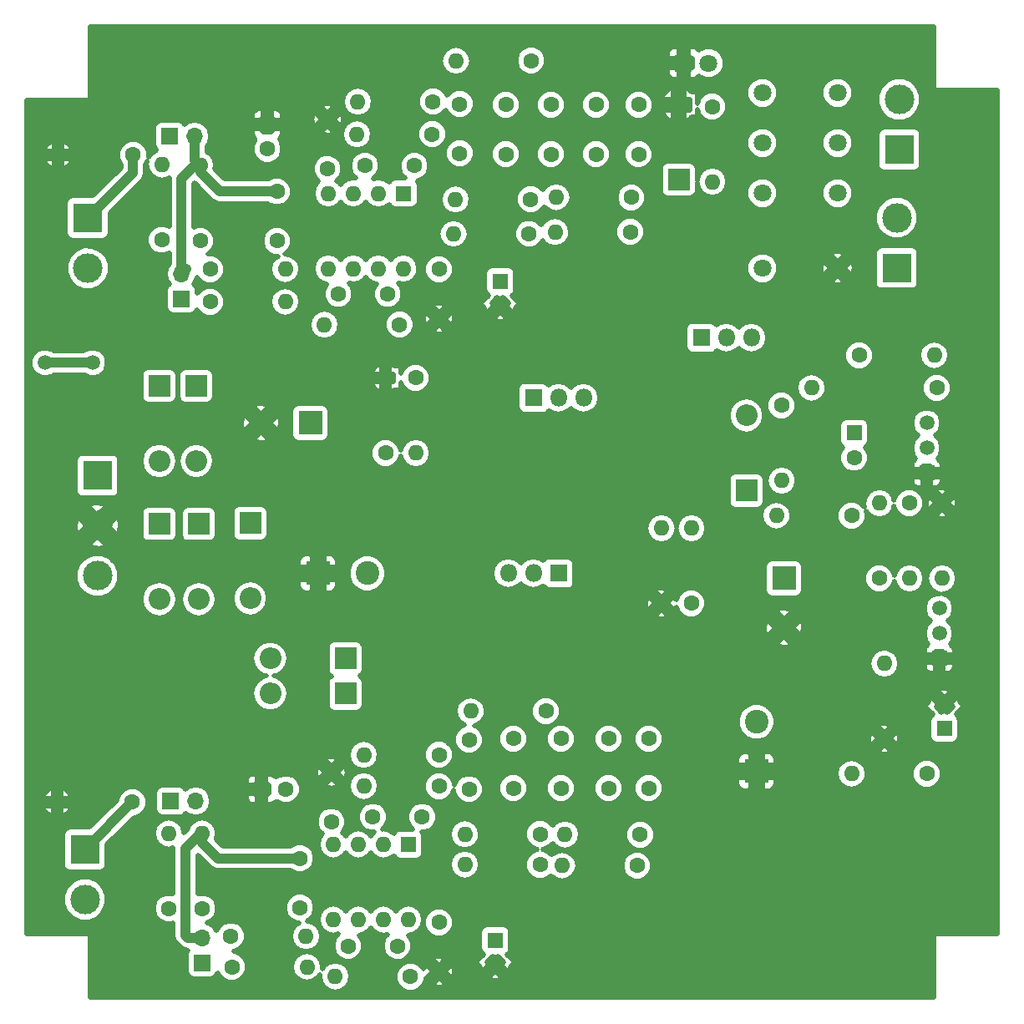
<source format=gbr>
G04 #@! TF.FileFunction,Copper,L1,Top,Signal*
%FSLAX46Y46*%
G04 Gerber Fmt 4.6, Leading zero omitted, Abs format (unit mm)*
G04 Created by KiCad (PCBNEW 4.0.7) date 05/28/21 16:02:32*
%MOMM*%
%LPD*%
G01*
G04 APERTURE LIST*
%ADD10C,0.100000*%
%ADD11C,1.600000*%
%ADD12O,1.600000X1.600000*%
%ADD13R,1.600000X1.600000*%
%ADD14R,2.200000X2.200000*%
%ADD15O,2.200000X2.200000*%
%ADD16R,1.800000X1.800000*%
%ADD17C,1.800000*%
%ADD18R,3.000000X3.000000*%
%ADD19C,3.000000*%
%ADD20R,1.700000X1.700000*%
%ADD21O,1.700000X1.700000*%
%ADD22O,1.800000X1.800000*%
%ADD23C,1.520000*%
%ADD24R,1.520000X1.520000*%
%ADD25R,2.400000X2.400000*%
%ADD26C,2.400000*%
%ADD27C,1.500000*%
%ADD28C,1.000000*%
%ADD29C,0.500000*%
G04 APERTURE END LIST*
D10*
D11*
X147066000Y-74422000D03*
D12*
X134366000Y-74422000D03*
D11*
X80200000Y-59500000D03*
X80200000Y-54500000D03*
D13*
X102800000Y-63600000D03*
D11*
X102800000Y-66100000D03*
X96600000Y-62400000D03*
X96600000Y-67400000D03*
D13*
X147828000Y-108966000D03*
D11*
X147828000Y-106466000D03*
X85300000Y-47200000D03*
X85300000Y-52200000D03*
D13*
X79200000Y-47700000D03*
D11*
X79200000Y-50200000D03*
D13*
X138684000Y-78994000D03*
D11*
X138684000Y-81494000D03*
X107950000Y-45720000D03*
X107950000Y-50720000D03*
X103378000Y-45720000D03*
X103378000Y-50720000D03*
X98700000Y-45650000D03*
X98700000Y-50650000D03*
X116840000Y-45720000D03*
X116840000Y-50720000D03*
X112522000Y-45720000D03*
X112522000Y-50720000D03*
D14*
X87122000Y-101854000D03*
D15*
X79502000Y-101854000D03*
D14*
X68246000Y-74210000D03*
D15*
X68246000Y-81830000D03*
D14*
X68246000Y-88210000D03*
D15*
X68246000Y-95830000D03*
D14*
X87122000Y-105410000D03*
D15*
X79502000Y-105410000D03*
D14*
X71996000Y-74210000D03*
D15*
X71996000Y-81830000D03*
D14*
X72246000Y-88210000D03*
D15*
X72246000Y-95830000D03*
D14*
X127762000Y-84836000D03*
D15*
X127762000Y-77216000D03*
D14*
X77470000Y-88138000D03*
D15*
X77470000Y-95758000D03*
D14*
X120900000Y-53300000D03*
D15*
X120900000Y-45680000D03*
D16*
X121400000Y-41500000D03*
D17*
X123940000Y-41500000D03*
D18*
X61976000Y-83312000D03*
D19*
X61976000Y-88392000D03*
X61976000Y-93472000D03*
D18*
X61000000Y-57200000D03*
D19*
X61000000Y-62280000D03*
D20*
X70500000Y-65400000D03*
D21*
X70500000Y-62860000D03*
D20*
X69300000Y-48900000D03*
D21*
X71840000Y-48900000D03*
D16*
X123190000Y-69342000D03*
D22*
X125730000Y-69342000D03*
X128270000Y-69342000D03*
D11*
X65600000Y-50800000D03*
D12*
X57980000Y-50800000D03*
D11*
X72400000Y-59500000D03*
D12*
X72400000Y-51880000D03*
D11*
X91186000Y-81026000D03*
D12*
X91186000Y-73406000D03*
D11*
X119126000Y-96266000D03*
D12*
X119126000Y-88646000D03*
D11*
X94234000Y-73406000D03*
D12*
X94234000Y-81026000D03*
D11*
X122174000Y-96266000D03*
D12*
X122174000Y-88646000D03*
D11*
X68500000Y-59400000D03*
D12*
X68500000Y-51780000D03*
D11*
X131318000Y-76200000D03*
D12*
X131318000Y-83820000D03*
D11*
X138430000Y-87376000D03*
D12*
X130810000Y-87376000D03*
D11*
X73400000Y-62400000D03*
D12*
X81020000Y-62400000D03*
D11*
X73400000Y-65700000D03*
D12*
X81020000Y-65700000D03*
D11*
X146050000Y-113538000D03*
D12*
X138430000Y-113538000D03*
D11*
X144272000Y-86106000D03*
D12*
X144272000Y-93726000D03*
D11*
X92600000Y-68000000D03*
D12*
X84980000Y-68000000D03*
D11*
X141224000Y-93726000D03*
D12*
X141224000Y-86106000D03*
D11*
X141732000Y-109982000D03*
D12*
X141732000Y-102362000D03*
D11*
X105700000Y-58800000D03*
D12*
X98080000Y-58800000D03*
D11*
X147574000Y-86106000D03*
D12*
X147574000Y-93726000D03*
D11*
X105900000Y-55300000D03*
D12*
X98280000Y-55300000D03*
D11*
X139192000Y-71120000D03*
D12*
X146812000Y-71120000D03*
D11*
X116000000Y-58600000D03*
D12*
X108380000Y-58600000D03*
D11*
X116100000Y-55100000D03*
D12*
X108480000Y-55100000D03*
D11*
X124300000Y-45900000D03*
D12*
X124300000Y-53520000D03*
D11*
X96000000Y-45400000D03*
D12*
X88380000Y-45400000D03*
D11*
X95900000Y-48700000D03*
D12*
X88280000Y-48700000D03*
D17*
X129400000Y-54660000D03*
X129400000Y-44500000D03*
X129400000Y-49580000D03*
X137000000Y-49580000D03*
X137000000Y-54660000D03*
X137000000Y-44500000D03*
X129400000Y-62280000D03*
X137000000Y-62280000D03*
D16*
X106172000Y-75438000D03*
D22*
X108712000Y-75438000D03*
X111252000Y-75438000D03*
D16*
X108712000Y-93218000D03*
D22*
X106172000Y-93218000D03*
X103632000Y-93218000D03*
D23*
X147320000Y-99314000D03*
X147320000Y-96774000D03*
D24*
X147320000Y-101854000D03*
D23*
X146050000Y-80518000D03*
X146050000Y-77978000D03*
D24*
X146050000Y-83058000D03*
D11*
X82500000Y-127100000D03*
X82500000Y-122100000D03*
D13*
X102300000Y-130400000D03*
D11*
X102300000Y-132900000D03*
X96600000Y-128600000D03*
X96600000Y-133600000D03*
X85700000Y-113400000D03*
X85700000Y-118400000D03*
D13*
X78600000Y-115100000D03*
D11*
X81100000Y-115100000D03*
X99650000Y-110100000D03*
X99650000Y-115100000D03*
X104140000Y-109982000D03*
X104140000Y-114982000D03*
X108966000Y-109982000D03*
X108966000Y-114982000D03*
X113792000Y-109982000D03*
X113792000Y-114982000D03*
X117856000Y-109982000D03*
X117856000Y-114982000D03*
D18*
X60700000Y-121200000D03*
D19*
X60700000Y-126280000D03*
D18*
X143000000Y-62250000D03*
D19*
X143000000Y-57170000D03*
D18*
X143250000Y-50250000D03*
D19*
X143250000Y-45170000D03*
D20*
X72600000Y-132700000D03*
D21*
X72600000Y-130160000D03*
D20*
X69400000Y-116300000D03*
D21*
X71940000Y-116300000D03*
D11*
X65500000Y-116400000D03*
D12*
X57880000Y-116400000D03*
D11*
X72600000Y-127200000D03*
D12*
X72600000Y-119580000D03*
D11*
X69200000Y-127200000D03*
D12*
X69200000Y-119580000D03*
D11*
X75500000Y-130000000D03*
D12*
X83120000Y-130000000D03*
D11*
X75600000Y-133100000D03*
D12*
X83220000Y-133100000D03*
D11*
X93700000Y-134100000D03*
D12*
X86080000Y-134100000D03*
D11*
X106850000Y-122750000D03*
D12*
X99230000Y-122750000D03*
D11*
X106850000Y-119650000D03*
D12*
X99230000Y-119650000D03*
D11*
X116700000Y-122850000D03*
D12*
X109080000Y-122850000D03*
D11*
X117000000Y-119700000D03*
D12*
X109380000Y-119700000D03*
D11*
X96600000Y-111600000D03*
D12*
X88980000Y-111600000D03*
D11*
X96600000Y-114800000D03*
D12*
X88980000Y-114800000D03*
D11*
X105950000Y-41250000D03*
D12*
X98330000Y-41250000D03*
D11*
X107442000Y-107188000D03*
D12*
X99822000Y-107188000D03*
D11*
X86400000Y-64900000D03*
X91400000Y-64900000D03*
X87400000Y-131000000D03*
X92400000Y-131000000D03*
X89100000Y-51900000D03*
X94100000Y-51900000D03*
X89900000Y-117900000D03*
X94900000Y-117900000D03*
D25*
X83566000Y-77978000D03*
D26*
X78566000Y-77978000D03*
D25*
X84328000Y-93218000D03*
D26*
X89328000Y-93218000D03*
D25*
X131572000Y-93726000D03*
D26*
X131572000Y-98726000D03*
D25*
X128778000Y-113284000D03*
D26*
X128778000Y-108284000D03*
D13*
X93000000Y-54700000D03*
D12*
X85380000Y-62320000D03*
X90460000Y-54700000D03*
X87920000Y-62320000D03*
X87920000Y-54700000D03*
X90460000Y-62320000D03*
X85380000Y-54700000D03*
X93000000Y-62320000D03*
D13*
X93500000Y-120700000D03*
D12*
X85880000Y-128320000D03*
X90960000Y-120700000D03*
X88420000Y-128320000D03*
X88420000Y-120700000D03*
X90960000Y-128320000D03*
X85880000Y-120700000D03*
X93500000Y-128320000D03*
D27*
X56642000Y-71882000D03*
X61468000Y-71882000D03*
D28*
X65600000Y-50800000D02*
X65600000Y-52600000D01*
X65600000Y-52600000D02*
X61000000Y-57200000D01*
X72400000Y-51880000D02*
X72400000Y-52500000D01*
X72400000Y-52500000D02*
X74400000Y-54500000D01*
X74400000Y-54500000D02*
X80200000Y-54500000D01*
X70960000Y-62400000D02*
X70500000Y-62860000D01*
X72400000Y-51880000D02*
X71820000Y-51880000D01*
X71820000Y-51880000D02*
X70500000Y-53200000D01*
X70500000Y-53200000D02*
X70500000Y-62860000D01*
X71840000Y-48900000D02*
X71840000Y-51320000D01*
X71840000Y-51320000D02*
X72400000Y-51880000D01*
X56642000Y-71882000D02*
X61468000Y-71882000D01*
X65500000Y-116400000D02*
X60700000Y-121200000D01*
X72600000Y-119580000D02*
X72600000Y-120500000D01*
X74200000Y-122100000D02*
X82500000Y-122100000D01*
X72600000Y-120500000D02*
X74200000Y-122100000D01*
X72600000Y-119580000D02*
X72420000Y-119580000D01*
X72420000Y-119580000D02*
X70900000Y-121100000D01*
X71160000Y-130160000D02*
X72600000Y-130160000D01*
X70900000Y-129900000D02*
X71160000Y-130160000D01*
X70900000Y-121100000D02*
X70900000Y-129900000D01*
D29*
G36*
X146750000Y-44000000D02*
X146769696Y-44097264D01*
X146825682Y-44179202D01*
X146909136Y-44232903D01*
X147000000Y-44250000D01*
X153175000Y-44250000D01*
X153175000Y-129750000D01*
X147000000Y-129750000D01*
X146902736Y-129769696D01*
X146820798Y-129825682D01*
X146767097Y-129909136D01*
X146750000Y-130000000D01*
X146750000Y-136175000D01*
X61250000Y-136175000D01*
X61250000Y-130000000D01*
X61230304Y-129902736D01*
X61174318Y-129820798D01*
X61090864Y-129767097D01*
X61000000Y-129750000D01*
X54825000Y-129750000D01*
X54825000Y-126725589D01*
X58449610Y-126725589D01*
X58791431Y-127552858D01*
X59423813Y-128186345D01*
X60250484Y-128529608D01*
X61145589Y-128530390D01*
X61972858Y-128188569D01*
X62606345Y-127556187D01*
X62626785Y-127506961D01*
X67649732Y-127506961D01*
X67885208Y-128076857D01*
X68320849Y-128513260D01*
X68890333Y-128749730D01*
X69506961Y-128750268D01*
X69650000Y-128691166D01*
X69650000Y-129900000D01*
X69730950Y-130306961D01*
X69745151Y-130378354D01*
X70016117Y-130783883D01*
X70276117Y-131043884D01*
X70681646Y-131314849D01*
X71144959Y-131407008D01*
X71045554Y-131552492D01*
X70985307Y-131850000D01*
X70985307Y-133550000D01*
X71037604Y-133827933D01*
X71201862Y-134083198D01*
X71452492Y-134254446D01*
X71750000Y-134314693D01*
X73450000Y-134314693D01*
X73727933Y-134262396D01*
X73983198Y-134098138D01*
X74154446Y-133847508D01*
X74179876Y-133721933D01*
X74285208Y-133976857D01*
X74720849Y-134413260D01*
X75290333Y-134649730D01*
X75906961Y-134650268D01*
X76476857Y-134414792D01*
X76913260Y-133979151D01*
X77149730Y-133409667D01*
X77150000Y-133100000D01*
X81639634Y-133100000D01*
X81757621Y-133693159D01*
X82093618Y-134196016D01*
X82596475Y-134532013D01*
X83189634Y-134650000D01*
X83250366Y-134650000D01*
X83843525Y-134532013D01*
X84346382Y-134196016D01*
X84537401Y-133910135D01*
X84499634Y-134100000D01*
X84617621Y-134693159D01*
X84953618Y-135196016D01*
X85456475Y-135532013D01*
X86049634Y-135650000D01*
X86110366Y-135650000D01*
X86703525Y-135532013D01*
X87206382Y-135196016D01*
X87542379Y-134693159D01*
X87599307Y-134406961D01*
X92149732Y-134406961D01*
X92385208Y-134976857D01*
X92820849Y-135413260D01*
X93390333Y-135649730D01*
X94006961Y-135650268D01*
X94576857Y-135414792D01*
X95013260Y-134979151D01*
X95074858Y-134830805D01*
X95934881Y-134830805D01*
X96019983Y-135078846D01*
X96630064Y-135188239D01*
X97180017Y-135078846D01*
X97265119Y-134830805D01*
X96600000Y-134165685D01*
X95934881Y-134830805D01*
X95074858Y-134830805D01*
X95249730Y-134409667D01*
X95249892Y-134224186D01*
X95369195Y-134265119D01*
X96034315Y-133600000D01*
X97165685Y-133600000D01*
X97830805Y-134265119D01*
X98078846Y-134180017D01*
X98087670Y-134130805D01*
X101634881Y-134130805D01*
X101719983Y-134378846D01*
X102330064Y-134488239D01*
X102880017Y-134378846D01*
X102965119Y-134130805D01*
X102300000Y-133465685D01*
X101634881Y-134130805D01*
X98087670Y-134130805D01*
X98188239Y-133569936D01*
X98078846Y-133019983D01*
X97830805Y-132934881D01*
X97165685Y-133600000D01*
X96034315Y-133600000D01*
X95369195Y-132934881D01*
X95121154Y-133019983D01*
X95063562Y-133341174D01*
X95014792Y-133223143D01*
X94579151Y-132786740D01*
X94009667Y-132550270D01*
X93393039Y-132549732D01*
X92823143Y-132785208D01*
X92386740Y-133220849D01*
X92150270Y-133790333D01*
X92149732Y-134406961D01*
X87599307Y-134406961D01*
X87660366Y-134100000D01*
X87542379Y-133506841D01*
X87206382Y-133003984D01*
X86703525Y-132667987D01*
X86110366Y-132550000D01*
X86049634Y-132550000D01*
X85456475Y-132667987D01*
X84953618Y-133003984D01*
X84762599Y-133289865D01*
X84800366Y-133100000D01*
X84682379Y-132506841D01*
X84346382Y-132003984D01*
X83843525Y-131667987D01*
X83250366Y-131550000D01*
X83189634Y-131550000D01*
X82596475Y-131667987D01*
X82093618Y-132003984D01*
X81757621Y-132506841D01*
X81639634Y-133100000D01*
X77150000Y-133100000D01*
X77150268Y-132793039D01*
X76914792Y-132223143D01*
X76479151Y-131786740D01*
X75909667Y-131550270D01*
X75807173Y-131550181D01*
X76376857Y-131314792D01*
X76813260Y-130879151D01*
X77049730Y-130309667D01*
X77050268Y-129693039D01*
X76814792Y-129123143D01*
X76379151Y-128686740D01*
X75809667Y-128450270D01*
X75193039Y-128449732D01*
X74623143Y-128685208D01*
X74186740Y-129120849D01*
X74047843Y-129455351D01*
X73762717Y-129028629D01*
X73243639Y-128681793D01*
X73128238Y-128658838D01*
X73476857Y-128514792D01*
X73913260Y-128079151D01*
X74149730Y-127509667D01*
X74149819Y-127406961D01*
X80949732Y-127406961D01*
X81185208Y-127976857D01*
X81620849Y-128413260D01*
X82190333Y-128649730D01*
X82373898Y-128649890D01*
X81993618Y-128903984D01*
X81657621Y-129406841D01*
X81539634Y-130000000D01*
X81657621Y-130593159D01*
X81993618Y-131096016D01*
X82496475Y-131432013D01*
X83089634Y-131550000D01*
X83150366Y-131550000D01*
X83743525Y-131432013D01*
X84246382Y-131096016D01*
X84582379Y-130593159D01*
X84700366Y-130000000D01*
X84582379Y-129406841D01*
X84246382Y-128903984D01*
X83743525Y-128567987D01*
X83245736Y-128468970D01*
X83376857Y-128414792D01*
X83502233Y-128289634D01*
X84330000Y-128289634D01*
X84330000Y-128350366D01*
X84447987Y-128943525D01*
X84783984Y-129446382D01*
X85286841Y-129782379D01*
X85880000Y-129900366D01*
X86414017Y-129794143D01*
X86086740Y-130120849D01*
X85850270Y-130690333D01*
X85849732Y-131306961D01*
X86085208Y-131876857D01*
X86520849Y-132313260D01*
X87090333Y-132549730D01*
X87706961Y-132550268D01*
X88276857Y-132314792D01*
X88713260Y-131879151D01*
X88949730Y-131309667D01*
X88950268Y-130693039D01*
X88714792Y-130123143D01*
X88480409Y-129888350D01*
X89013159Y-129782379D01*
X89516016Y-129446382D01*
X89690000Y-129185996D01*
X89863984Y-129446382D01*
X90366841Y-129782379D01*
X90960000Y-129900366D01*
X91394110Y-129814016D01*
X91086740Y-130120849D01*
X90850270Y-130690333D01*
X90849732Y-131306961D01*
X91085208Y-131876857D01*
X91520849Y-132313260D01*
X92090333Y-132549730D01*
X92706961Y-132550268D01*
X93145191Y-132369195D01*
X95934881Y-132369195D01*
X96600000Y-133034315D01*
X96970221Y-132664093D01*
X100296323Y-132664093D01*
X100748874Y-133116643D01*
X100821154Y-133480017D01*
X101069195Y-133565119D01*
X101734315Y-132900000D01*
X101451472Y-132617157D01*
X102017157Y-132051472D01*
X102300000Y-132334315D01*
X102582843Y-132051472D01*
X103148528Y-132617157D01*
X102865685Y-132900000D01*
X103530805Y-133565119D01*
X103778846Y-133480017D01*
X103842446Y-133125323D01*
X104303677Y-132664093D01*
X103483834Y-131844250D01*
X103633198Y-131748138D01*
X103804446Y-131497508D01*
X103864693Y-131200000D01*
X103864693Y-129600000D01*
X103812396Y-129322067D01*
X103648138Y-129066802D01*
X103397508Y-128895554D01*
X103100000Y-128835307D01*
X101500000Y-128835307D01*
X101222067Y-128887604D01*
X100966802Y-129051862D01*
X100795554Y-129302492D01*
X100735307Y-129600000D01*
X100735307Y-131200000D01*
X100787604Y-131477933D01*
X100951862Y-131733198D01*
X101115446Y-131844970D01*
X100296323Y-132664093D01*
X96970221Y-132664093D01*
X97265119Y-132369195D01*
X97180017Y-132121154D01*
X96569936Y-132011761D01*
X96019983Y-132121154D01*
X95934881Y-132369195D01*
X93145191Y-132369195D01*
X93276857Y-132314792D01*
X93713260Y-131879151D01*
X93949730Y-131309667D01*
X93950268Y-130693039D01*
X93714792Y-130123143D01*
X93490522Y-129898481D01*
X93500000Y-129900366D01*
X94093159Y-129782379D01*
X94596016Y-129446382D01*
X94932013Y-128943525D01*
X94939286Y-128906961D01*
X95049732Y-128906961D01*
X95285208Y-129476857D01*
X95720849Y-129913260D01*
X96290333Y-130149730D01*
X96906961Y-130150268D01*
X97476857Y-129914792D01*
X97913260Y-129479151D01*
X98149730Y-128909667D01*
X98150268Y-128293039D01*
X97914792Y-127723143D01*
X97479151Y-127286740D01*
X96909667Y-127050270D01*
X96293039Y-127049732D01*
X95723143Y-127285208D01*
X95286740Y-127720849D01*
X95050270Y-128290333D01*
X95049732Y-128906961D01*
X94939286Y-128906961D01*
X95050000Y-128350366D01*
X95050000Y-128289634D01*
X94932013Y-127696475D01*
X94596016Y-127193618D01*
X94093159Y-126857621D01*
X93500000Y-126739634D01*
X92906841Y-126857621D01*
X92403984Y-127193618D01*
X92230000Y-127454004D01*
X92056016Y-127193618D01*
X91553159Y-126857621D01*
X90960000Y-126739634D01*
X90366841Y-126857621D01*
X89863984Y-127193618D01*
X89690000Y-127454004D01*
X89516016Y-127193618D01*
X89013159Y-126857621D01*
X88420000Y-126739634D01*
X87826841Y-126857621D01*
X87323984Y-127193618D01*
X87150000Y-127454004D01*
X86976016Y-127193618D01*
X86473159Y-126857621D01*
X85880000Y-126739634D01*
X85286841Y-126857621D01*
X84783984Y-127193618D01*
X84447987Y-127696475D01*
X84330000Y-128289634D01*
X83502233Y-128289634D01*
X83813260Y-127979151D01*
X84049730Y-127409667D01*
X84050268Y-126793039D01*
X83814792Y-126223143D01*
X83379151Y-125786740D01*
X82809667Y-125550270D01*
X82193039Y-125549732D01*
X81623143Y-125785208D01*
X81186740Y-126220849D01*
X80950270Y-126790333D01*
X80949732Y-127406961D01*
X74149819Y-127406961D01*
X74150268Y-126893039D01*
X73914792Y-126323143D01*
X73479151Y-125886740D01*
X72909667Y-125650270D01*
X72293039Y-125649732D01*
X72150000Y-125708834D01*
X72150000Y-121817766D01*
X73316117Y-122983884D01*
X73575146Y-123156961D01*
X73721646Y-123254849D01*
X74200000Y-123350000D01*
X81557699Y-123350000D01*
X81620849Y-123413260D01*
X82190333Y-123649730D01*
X82806961Y-123650268D01*
X83376857Y-123414792D01*
X83813260Y-122979151D01*
X84049730Y-122409667D01*
X84050268Y-121793039D01*
X83814792Y-121223143D01*
X83379151Y-120786740D01*
X82809667Y-120550270D01*
X82193039Y-120549732D01*
X81623143Y-120785208D01*
X81558238Y-120850000D01*
X74717767Y-120850000D01*
X74038530Y-120170763D01*
X74150000Y-119610366D01*
X74150000Y-119549634D01*
X74032013Y-118956475D01*
X73865294Y-118706961D01*
X84149732Y-118706961D01*
X84385208Y-119276857D01*
X84742872Y-119635147D01*
X84447987Y-120076475D01*
X84330000Y-120669634D01*
X84330000Y-120730366D01*
X84447987Y-121323525D01*
X84783984Y-121826382D01*
X85286841Y-122162379D01*
X85880000Y-122280366D01*
X86473159Y-122162379D01*
X86976016Y-121826382D01*
X87150000Y-121565996D01*
X87323984Y-121826382D01*
X87826841Y-122162379D01*
X88420000Y-122280366D01*
X89013159Y-122162379D01*
X89516016Y-121826382D01*
X89690000Y-121565996D01*
X89863984Y-121826382D01*
X90366841Y-122162379D01*
X90960000Y-122280366D01*
X91553159Y-122162379D01*
X92029976Y-121843781D01*
X92151862Y-122033198D01*
X92402492Y-122204446D01*
X92700000Y-122264693D01*
X94300000Y-122264693D01*
X94577933Y-122212396D01*
X94833198Y-122048138D01*
X95004446Y-121797508D01*
X95064693Y-121500000D01*
X95064693Y-119900000D01*
X95017652Y-119650000D01*
X97649634Y-119650000D01*
X97767621Y-120243159D01*
X98103618Y-120746016D01*
X98606475Y-121082013D01*
X99199634Y-121200000D01*
X98606475Y-121317987D01*
X98103618Y-121653984D01*
X97767621Y-122156841D01*
X97649634Y-122750000D01*
X97767621Y-123343159D01*
X98103618Y-123846016D01*
X98606475Y-124182013D01*
X99199634Y-124300000D01*
X99260366Y-124300000D01*
X99853525Y-124182013D01*
X100356382Y-123846016D01*
X100692379Y-123343159D01*
X100810366Y-122750000D01*
X100692379Y-122156841D01*
X100356382Y-121653984D01*
X99853525Y-121317987D01*
X99260366Y-121200000D01*
X99853525Y-121082013D01*
X100356382Y-120746016D01*
X100692379Y-120243159D01*
X100749307Y-119956961D01*
X105299732Y-119956961D01*
X105535208Y-120526857D01*
X105970849Y-120963260D01*
X106540333Y-121199730D01*
X106543038Y-121199732D01*
X105973143Y-121435208D01*
X105536740Y-121870849D01*
X105300270Y-122440333D01*
X105299732Y-123056961D01*
X105535208Y-123626857D01*
X105970849Y-124063260D01*
X106540333Y-124299730D01*
X107156961Y-124300268D01*
X107726857Y-124064792D01*
X107910494Y-123881476D01*
X107953618Y-123946016D01*
X108456475Y-124282013D01*
X109049634Y-124400000D01*
X109110366Y-124400000D01*
X109703525Y-124282013D01*
X110206382Y-123946016D01*
X110542379Y-123443159D01*
X110599307Y-123156961D01*
X115149732Y-123156961D01*
X115385208Y-123726857D01*
X115820849Y-124163260D01*
X116390333Y-124399730D01*
X117006961Y-124400268D01*
X117576857Y-124164792D01*
X118013260Y-123729151D01*
X118249730Y-123159667D01*
X118250268Y-122543039D01*
X118014792Y-121973143D01*
X117579151Y-121536740D01*
X117009667Y-121300270D01*
X116393039Y-121299732D01*
X115823143Y-121535208D01*
X115386740Y-121970849D01*
X115150270Y-122540333D01*
X115149732Y-123156961D01*
X110599307Y-123156961D01*
X110660366Y-122850000D01*
X110542379Y-122256841D01*
X110206382Y-121753984D01*
X109703525Y-121417987D01*
X109110366Y-121300000D01*
X109049634Y-121300000D01*
X108456475Y-121417987D01*
X108008940Y-121717019D01*
X107729151Y-121436740D01*
X107159667Y-121200270D01*
X107156962Y-121200268D01*
X107726857Y-120964792D01*
X108110498Y-120581821D01*
X108253618Y-120796016D01*
X108756475Y-121132013D01*
X109349634Y-121250000D01*
X109410366Y-121250000D01*
X110003525Y-121132013D01*
X110506382Y-120796016D01*
X110842379Y-120293159D01*
X110899307Y-120006961D01*
X115449732Y-120006961D01*
X115685208Y-120576857D01*
X116120849Y-121013260D01*
X116690333Y-121249730D01*
X117306961Y-121250268D01*
X117876857Y-121014792D01*
X118313260Y-120579151D01*
X118549730Y-120009667D01*
X118550268Y-119393039D01*
X118314792Y-118823143D01*
X117879151Y-118386740D01*
X117309667Y-118150270D01*
X116693039Y-118149732D01*
X116123143Y-118385208D01*
X115686740Y-118820849D01*
X115450270Y-119390333D01*
X115449732Y-120006961D01*
X110899307Y-120006961D01*
X110960366Y-119700000D01*
X110842379Y-119106841D01*
X110506382Y-118603984D01*
X110003525Y-118267987D01*
X109410366Y-118150000D01*
X109349634Y-118150000D01*
X108756475Y-118267987D01*
X108253618Y-118603984D01*
X108150294Y-118758620D01*
X107729151Y-118336740D01*
X107159667Y-118100270D01*
X106543039Y-118099732D01*
X105973143Y-118335208D01*
X105536740Y-118770849D01*
X105300270Y-119340333D01*
X105299732Y-119956961D01*
X100749307Y-119956961D01*
X100810366Y-119650000D01*
X100692379Y-119056841D01*
X100356382Y-118553984D01*
X99853525Y-118217987D01*
X99260366Y-118100000D01*
X99199634Y-118100000D01*
X98606475Y-118217987D01*
X98103618Y-118553984D01*
X97767621Y-119056841D01*
X97649634Y-119650000D01*
X95017652Y-119650000D01*
X95012396Y-119622067D01*
X94901675Y-119450002D01*
X95206961Y-119450268D01*
X95776857Y-119214792D01*
X96213260Y-118779151D01*
X96449730Y-118209667D01*
X96450268Y-117593039D01*
X96214792Y-117023143D01*
X95779151Y-116586740D01*
X95209667Y-116350270D01*
X94593039Y-116349732D01*
X94023143Y-116585208D01*
X93586740Y-117020849D01*
X93350270Y-117590333D01*
X93349732Y-118206961D01*
X93585208Y-118776857D01*
X93943032Y-119135307D01*
X92700000Y-119135307D01*
X92422067Y-119187604D01*
X92166802Y-119351862D01*
X92028050Y-119554932D01*
X91553159Y-119237621D01*
X90960000Y-119119634D01*
X90850328Y-119141449D01*
X91213260Y-118779151D01*
X91449730Y-118209667D01*
X91450268Y-117593039D01*
X91214792Y-117023143D01*
X90779151Y-116586740D01*
X90209667Y-116350270D01*
X89593039Y-116349732D01*
X89023143Y-116585208D01*
X88586740Y-117020849D01*
X88350270Y-117590333D01*
X88349732Y-118206961D01*
X88585208Y-118776857D01*
X89020849Y-119213260D01*
X89590333Y-119449730D01*
X90048798Y-119450130D01*
X89863984Y-119573618D01*
X89690000Y-119834004D01*
X89516016Y-119573618D01*
X89013159Y-119237621D01*
X88420000Y-119119634D01*
X87826841Y-119237621D01*
X87323984Y-119573618D01*
X87150000Y-119834004D01*
X86976016Y-119573618D01*
X86821621Y-119470455D01*
X87013260Y-119279151D01*
X87249730Y-118709667D01*
X87250268Y-118093039D01*
X87014792Y-117523143D01*
X86579151Y-117086740D01*
X86009667Y-116850270D01*
X85393039Y-116849732D01*
X84823143Y-117085208D01*
X84386740Y-117520849D01*
X84150270Y-118090333D01*
X84149732Y-118706961D01*
X73865294Y-118706961D01*
X73696016Y-118453618D01*
X73193159Y-118117621D01*
X72600000Y-117999634D01*
X72006841Y-118117621D01*
X71503984Y-118453618D01*
X71167987Y-118956475D01*
X71141227Y-119091006D01*
X70738818Y-119493416D01*
X70632013Y-118956475D01*
X70296016Y-118453618D01*
X69793159Y-118117621D01*
X69200000Y-117999634D01*
X68606841Y-118117621D01*
X68103984Y-118453618D01*
X67767987Y-118956475D01*
X67650000Y-119549634D01*
X67650000Y-119610366D01*
X67767987Y-120203525D01*
X68103984Y-120706382D01*
X68606841Y-121042379D01*
X69200000Y-121160366D01*
X69656036Y-121069655D01*
X69650000Y-121100000D01*
X69650000Y-125708541D01*
X69509667Y-125650270D01*
X68893039Y-125649732D01*
X68323143Y-125885208D01*
X67886740Y-126320849D01*
X67650270Y-126890333D01*
X67649732Y-127506961D01*
X62626785Y-127506961D01*
X62949608Y-126729516D01*
X62950390Y-125834411D01*
X62608569Y-125007142D01*
X61976187Y-124373655D01*
X61149516Y-124030392D01*
X60254411Y-124029610D01*
X59427142Y-124371431D01*
X58793655Y-125003813D01*
X58450392Y-125830484D01*
X58449610Y-126725589D01*
X54825000Y-126725589D01*
X54825000Y-119700000D01*
X58435307Y-119700000D01*
X58435307Y-122700000D01*
X58487604Y-122977933D01*
X58651862Y-123233198D01*
X58902492Y-123404446D01*
X59200000Y-123464693D01*
X62200000Y-123464693D01*
X62477933Y-123412396D01*
X62733198Y-123248138D01*
X62904446Y-122997508D01*
X62964693Y-122700000D01*
X62964693Y-120703073D01*
X65717577Y-117950190D01*
X65806961Y-117950268D01*
X66376857Y-117714792D01*
X66813260Y-117279151D01*
X67049730Y-116709667D01*
X67050268Y-116093039D01*
X66814792Y-115523143D01*
X66741777Y-115450000D01*
X67785307Y-115450000D01*
X67785307Y-117150000D01*
X67837604Y-117427933D01*
X68001862Y-117683198D01*
X68252492Y-117854446D01*
X68550000Y-117914693D01*
X70250000Y-117914693D01*
X70527933Y-117862396D01*
X70783198Y-117698138D01*
X70901606Y-117524842D01*
X71327707Y-117809553D01*
X71940000Y-117931346D01*
X72552293Y-117809553D01*
X73071371Y-117462717D01*
X73418207Y-116943639D01*
X73540000Y-116331346D01*
X73540000Y-116268654D01*
X73424799Y-115689500D01*
X77042000Y-115689500D01*
X77042000Y-116050775D01*
X77157398Y-116329372D01*
X77370627Y-116542601D01*
X77649224Y-116658000D01*
X78010500Y-116658000D01*
X78200000Y-116468500D01*
X78200000Y-115500000D01*
X77231500Y-115500000D01*
X77042000Y-115689500D01*
X73424799Y-115689500D01*
X73418207Y-115656361D01*
X73071371Y-115137283D01*
X72552293Y-114790447D01*
X71940000Y-114668654D01*
X71327707Y-114790447D01*
X70900509Y-115075891D01*
X70798138Y-114916802D01*
X70547508Y-114745554D01*
X70250000Y-114685307D01*
X68550000Y-114685307D01*
X68272067Y-114737604D01*
X68016802Y-114901862D01*
X67845554Y-115152492D01*
X67785307Y-115450000D01*
X66741777Y-115450000D01*
X66379151Y-115086740D01*
X65809667Y-114850270D01*
X65193039Y-114849732D01*
X64623143Y-115085208D01*
X64186740Y-115520849D01*
X63950270Y-116090333D01*
X63950190Y-116182043D01*
X61196927Y-118935307D01*
X59200000Y-118935307D01*
X58922067Y-118987604D01*
X58666802Y-119151862D01*
X58495554Y-119402492D01*
X58435307Y-119700000D01*
X54825000Y-119700000D01*
X54825000Y-117030631D01*
X56455335Y-117030631D01*
X56752162Y-117474912D01*
X57249365Y-117824694D01*
X57480000Y-117716307D01*
X57480000Y-116800000D01*
X58280000Y-116800000D01*
X58280000Y-117716307D01*
X58510635Y-117824694D01*
X59007838Y-117474912D01*
X59304665Y-117030631D01*
X59188737Y-116800000D01*
X58280000Y-116800000D01*
X57480000Y-116800000D01*
X56571263Y-116800000D01*
X56455335Y-117030631D01*
X54825000Y-117030631D01*
X54825000Y-115769369D01*
X56455335Y-115769369D01*
X56571263Y-116000000D01*
X57480000Y-116000000D01*
X57480000Y-115083693D01*
X58280000Y-115083693D01*
X58280000Y-116000000D01*
X59188737Y-116000000D01*
X59304665Y-115769369D01*
X59007838Y-115325088D01*
X58510635Y-114975306D01*
X58280000Y-115083693D01*
X57480000Y-115083693D01*
X57249365Y-114975306D01*
X56752162Y-115325088D01*
X56455335Y-115769369D01*
X54825000Y-115769369D01*
X54825000Y-114149225D01*
X77042000Y-114149225D01*
X77042000Y-114510500D01*
X77231500Y-114700000D01*
X78200000Y-114700000D01*
X78200000Y-113731500D01*
X79000000Y-113731500D01*
X79000000Y-114700000D01*
X79400000Y-114700000D01*
X79400000Y-115500000D01*
X79000000Y-115500000D01*
X79000000Y-116468500D01*
X79189500Y-116658000D01*
X79550776Y-116658000D01*
X79829373Y-116542601D01*
X80021972Y-116350002D01*
X80157701Y-116350002D01*
X80220849Y-116413260D01*
X80790333Y-116649730D01*
X81406961Y-116650268D01*
X81976857Y-116414792D01*
X82413260Y-115979151D01*
X82649730Y-115409667D01*
X82650268Y-114793039D01*
X82583235Y-114630805D01*
X85034881Y-114630805D01*
X85119983Y-114878846D01*
X85730064Y-114988239D01*
X86280017Y-114878846D01*
X86307068Y-114800000D01*
X87399634Y-114800000D01*
X87517621Y-115393159D01*
X87853618Y-115896016D01*
X88356475Y-116232013D01*
X88949634Y-116350000D01*
X89010366Y-116350000D01*
X89603525Y-116232013D01*
X90106382Y-115896016D01*
X90442379Y-115393159D01*
X90499307Y-115106961D01*
X95049732Y-115106961D01*
X95285208Y-115676857D01*
X95720849Y-116113260D01*
X96290333Y-116349730D01*
X96906961Y-116350268D01*
X97476857Y-116114792D01*
X97913260Y-115679151D01*
X98099887Y-115229703D01*
X98099732Y-115406961D01*
X98335208Y-115976857D01*
X98770849Y-116413260D01*
X99340333Y-116649730D01*
X99956961Y-116650268D01*
X100526857Y-116414792D01*
X100963260Y-115979151D01*
X101199730Y-115409667D01*
X101199835Y-115288961D01*
X102589732Y-115288961D01*
X102825208Y-115858857D01*
X103260849Y-116295260D01*
X103830333Y-116531730D01*
X104446961Y-116532268D01*
X105016857Y-116296792D01*
X105453260Y-115861151D01*
X105689730Y-115291667D01*
X105689732Y-115288961D01*
X107415732Y-115288961D01*
X107651208Y-115858857D01*
X108086849Y-116295260D01*
X108656333Y-116531730D01*
X109272961Y-116532268D01*
X109842857Y-116296792D01*
X110279260Y-115861151D01*
X110515730Y-115291667D01*
X110515732Y-115288961D01*
X112241732Y-115288961D01*
X112477208Y-115858857D01*
X112912849Y-116295260D01*
X113482333Y-116531730D01*
X114098961Y-116532268D01*
X114668857Y-116296792D01*
X115105260Y-115861151D01*
X115341730Y-115291667D01*
X115341732Y-115288961D01*
X116305732Y-115288961D01*
X116541208Y-115858857D01*
X116976849Y-116295260D01*
X117546333Y-116531730D01*
X118162961Y-116532268D01*
X118732857Y-116296792D01*
X119169260Y-115861151D01*
X119405730Y-115291667D01*
X119406268Y-114675039D01*
X119170792Y-114105143D01*
X119139205Y-114073500D01*
X126820000Y-114073500D01*
X126820000Y-114634776D01*
X126935399Y-114913373D01*
X127148628Y-115126602D01*
X127427225Y-115242000D01*
X127988500Y-115242000D01*
X128178000Y-115052500D01*
X128178000Y-113884000D01*
X129378000Y-113884000D01*
X129378000Y-115052500D01*
X129567500Y-115242000D01*
X130128775Y-115242000D01*
X130407372Y-115126602D01*
X130620601Y-114913373D01*
X130736000Y-114634776D01*
X130736000Y-114073500D01*
X130546500Y-113884000D01*
X129378000Y-113884000D01*
X128178000Y-113884000D01*
X127009500Y-113884000D01*
X126820000Y-114073500D01*
X119139205Y-114073500D01*
X118735151Y-113668740D01*
X118420294Y-113538000D01*
X136849634Y-113538000D01*
X136967621Y-114131159D01*
X137303618Y-114634016D01*
X137806475Y-114970013D01*
X138399634Y-115088000D01*
X138460366Y-115088000D01*
X139053525Y-114970013D01*
X139556382Y-114634016D01*
X139892379Y-114131159D01*
X139949307Y-113844961D01*
X144499732Y-113844961D01*
X144735208Y-114414857D01*
X145170849Y-114851260D01*
X145740333Y-115087730D01*
X146356961Y-115088268D01*
X146926857Y-114852792D01*
X147363260Y-114417151D01*
X147599730Y-113847667D01*
X147600268Y-113231039D01*
X147364792Y-112661143D01*
X146929151Y-112224740D01*
X146359667Y-111988270D01*
X145743039Y-111987732D01*
X145173143Y-112223208D01*
X144736740Y-112658849D01*
X144500270Y-113228333D01*
X144499732Y-113844961D01*
X139949307Y-113844961D01*
X140010366Y-113538000D01*
X139892379Y-112944841D01*
X139556382Y-112441984D01*
X139053525Y-112105987D01*
X138460366Y-111988000D01*
X138399634Y-111988000D01*
X137806475Y-112105987D01*
X137303618Y-112441984D01*
X136967621Y-112944841D01*
X136849634Y-113538000D01*
X118420294Y-113538000D01*
X118165667Y-113432270D01*
X117549039Y-113431732D01*
X116979143Y-113667208D01*
X116542740Y-114102849D01*
X116306270Y-114672333D01*
X116305732Y-115288961D01*
X115341732Y-115288961D01*
X115342268Y-114675039D01*
X115106792Y-114105143D01*
X114671151Y-113668740D01*
X114101667Y-113432270D01*
X113485039Y-113431732D01*
X112915143Y-113667208D01*
X112478740Y-114102849D01*
X112242270Y-114672333D01*
X112241732Y-115288961D01*
X110515732Y-115288961D01*
X110516268Y-114675039D01*
X110280792Y-114105143D01*
X109845151Y-113668740D01*
X109275667Y-113432270D01*
X108659039Y-113431732D01*
X108089143Y-113667208D01*
X107652740Y-114102849D01*
X107416270Y-114672333D01*
X107415732Y-115288961D01*
X105689732Y-115288961D01*
X105690268Y-114675039D01*
X105454792Y-114105143D01*
X105019151Y-113668740D01*
X104449667Y-113432270D01*
X103833039Y-113431732D01*
X103263143Y-113667208D01*
X102826740Y-114102849D01*
X102590270Y-114672333D01*
X102589732Y-115288961D01*
X101199835Y-115288961D01*
X101200268Y-114793039D01*
X100964792Y-114223143D01*
X100529151Y-113786740D01*
X99959667Y-113550270D01*
X99343039Y-113549732D01*
X98773143Y-113785208D01*
X98336740Y-114220849D01*
X98150113Y-114670297D01*
X98150268Y-114493039D01*
X97914792Y-113923143D01*
X97479151Y-113486740D01*
X96909667Y-113250270D01*
X96293039Y-113249732D01*
X95723143Y-113485208D01*
X95286740Y-113920849D01*
X95050270Y-114490333D01*
X95049732Y-115106961D01*
X90499307Y-115106961D01*
X90560366Y-114800000D01*
X90442379Y-114206841D01*
X90106382Y-113703984D01*
X89603525Y-113367987D01*
X89010366Y-113250000D01*
X88949634Y-113250000D01*
X88356475Y-113367987D01*
X87853618Y-113703984D01*
X87517621Y-114206841D01*
X87399634Y-114800000D01*
X86307068Y-114800000D01*
X86365119Y-114630805D01*
X85700000Y-113965685D01*
X85034881Y-114630805D01*
X82583235Y-114630805D01*
X82414792Y-114223143D01*
X81979151Y-113786740D01*
X81409667Y-113550270D01*
X80793039Y-113549732D01*
X80223143Y-113785208D01*
X80158000Y-113850237D01*
X80158000Y-113849998D01*
X80021972Y-113849998D01*
X79829373Y-113657399D01*
X79550776Y-113542000D01*
X79189500Y-113542000D01*
X79000000Y-113731500D01*
X78200000Y-113731500D01*
X78010500Y-113542000D01*
X77649224Y-113542000D01*
X77370627Y-113657399D01*
X77157398Y-113870628D01*
X77042000Y-114149225D01*
X54825000Y-114149225D01*
X54825000Y-113430064D01*
X84111761Y-113430064D01*
X84221154Y-113980017D01*
X84469195Y-114065119D01*
X85134315Y-113400000D01*
X86265685Y-113400000D01*
X86930805Y-114065119D01*
X87178846Y-113980017D01*
X87288239Y-113369936D01*
X87178846Y-112819983D01*
X86930805Y-112734881D01*
X86265685Y-113400000D01*
X85134315Y-113400000D01*
X84469195Y-112734881D01*
X84221154Y-112819983D01*
X84111761Y-113430064D01*
X54825000Y-113430064D01*
X54825000Y-112169195D01*
X85034881Y-112169195D01*
X85700000Y-112834315D01*
X86365119Y-112169195D01*
X86280017Y-111921154D01*
X85669936Y-111811761D01*
X85119983Y-111921154D01*
X85034881Y-112169195D01*
X54825000Y-112169195D01*
X54825000Y-111600000D01*
X87399634Y-111600000D01*
X87517621Y-112193159D01*
X87853618Y-112696016D01*
X88356475Y-113032013D01*
X88949634Y-113150000D01*
X89010366Y-113150000D01*
X89603525Y-113032013D01*
X90106382Y-112696016D01*
X90442379Y-112193159D01*
X90499307Y-111906961D01*
X95049732Y-111906961D01*
X95285208Y-112476857D01*
X95720849Y-112913260D01*
X96290333Y-113149730D01*
X96906961Y-113150268D01*
X97476857Y-112914792D01*
X97913260Y-112479151D01*
X98139948Y-111933224D01*
X126820000Y-111933224D01*
X126820000Y-112494500D01*
X127009500Y-112684000D01*
X128178000Y-112684000D01*
X128178000Y-111515500D01*
X129378000Y-111515500D01*
X129378000Y-112684000D01*
X130546500Y-112684000D01*
X130736000Y-112494500D01*
X130736000Y-111933224D01*
X130620601Y-111654627D01*
X130407372Y-111441398D01*
X130128775Y-111326000D01*
X129567500Y-111326000D01*
X129378000Y-111515500D01*
X128178000Y-111515500D01*
X127988500Y-111326000D01*
X127427225Y-111326000D01*
X127148628Y-111441398D01*
X126935399Y-111654627D01*
X126820000Y-111933224D01*
X98139948Y-111933224D01*
X98149730Y-111909667D01*
X98150268Y-111293039D01*
X97914792Y-110723143D01*
X97599163Y-110406961D01*
X98099732Y-110406961D01*
X98335208Y-110976857D01*
X98770849Y-111413260D01*
X99340333Y-111649730D01*
X99956961Y-111650268D01*
X100526857Y-111414792D01*
X100963260Y-110979151D01*
X101199730Y-110409667D01*
X101199835Y-110288961D01*
X102589732Y-110288961D01*
X102825208Y-110858857D01*
X103260849Y-111295260D01*
X103830333Y-111531730D01*
X104446961Y-111532268D01*
X105016857Y-111296792D01*
X105453260Y-110861151D01*
X105689730Y-110291667D01*
X105689732Y-110288961D01*
X107415732Y-110288961D01*
X107651208Y-110858857D01*
X108086849Y-111295260D01*
X108656333Y-111531730D01*
X109272961Y-111532268D01*
X109842857Y-111296792D01*
X110279260Y-110861151D01*
X110515730Y-110291667D01*
X110515732Y-110288961D01*
X112241732Y-110288961D01*
X112477208Y-110858857D01*
X112912849Y-111295260D01*
X113482333Y-111531730D01*
X114098961Y-111532268D01*
X114668857Y-111296792D01*
X115105260Y-110861151D01*
X115341730Y-110291667D01*
X115341732Y-110288961D01*
X116305732Y-110288961D01*
X116541208Y-110858857D01*
X116976849Y-111295260D01*
X117546333Y-111531730D01*
X118162961Y-111532268D01*
X118732857Y-111296792D01*
X118816990Y-111212805D01*
X141066881Y-111212805D01*
X141151983Y-111460846D01*
X141762064Y-111570239D01*
X142312017Y-111460846D01*
X142397119Y-111212805D01*
X141732000Y-110547685D01*
X141066881Y-111212805D01*
X118816990Y-111212805D01*
X119169260Y-110861151D01*
X119405730Y-110291667D01*
X119406268Y-109675039D01*
X119170792Y-109105143D01*
X118736586Y-108670177D01*
X126827662Y-108670177D01*
X127123906Y-109387143D01*
X127671971Y-109936166D01*
X128388419Y-110233661D01*
X129164177Y-110234338D01*
X129702121Y-110012064D01*
X140143761Y-110012064D01*
X140253154Y-110562017D01*
X140501195Y-110647119D01*
X141166315Y-109982000D01*
X142297685Y-109982000D01*
X142962805Y-110647119D01*
X143210846Y-110562017D01*
X143320239Y-109951936D01*
X143210846Y-109401983D01*
X142962805Y-109316881D01*
X142297685Y-109982000D01*
X141166315Y-109982000D01*
X140501195Y-109316881D01*
X140253154Y-109401983D01*
X140143761Y-110012064D01*
X129702121Y-110012064D01*
X129881143Y-109938094D01*
X130430166Y-109390029D01*
X130695432Y-108751195D01*
X141066881Y-108751195D01*
X141732000Y-109416315D01*
X142397119Y-108751195D01*
X142312017Y-108503154D01*
X141701936Y-108393761D01*
X141151983Y-108503154D01*
X141066881Y-108751195D01*
X130695432Y-108751195D01*
X130727661Y-108673581D01*
X130728338Y-107897823D01*
X130432094Y-107180857D01*
X129953980Y-106701907D01*
X145824323Y-106701907D01*
X146644166Y-107521750D01*
X146494802Y-107617862D01*
X146323554Y-107868492D01*
X146263307Y-108166000D01*
X146263307Y-109766000D01*
X146315604Y-110043933D01*
X146479862Y-110299198D01*
X146730492Y-110470446D01*
X147028000Y-110530693D01*
X148628000Y-110530693D01*
X148905933Y-110478396D01*
X149161198Y-110314138D01*
X149332446Y-110063508D01*
X149392693Y-109766000D01*
X149392693Y-108166000D01*
X149340396Y-107888067D01*
X149176138Y-107632802D01*
X149012554Y-107521030D01*
X149831677Y-106701907D01*
X149379126Y-106249357D01*
X149306846Y-105885983D01*
X149058805Y-105800881D01*
X148393685Y-106466000D01*
X148676528Y-106748843D01*
X148110843Y-107314528D01*
X147828000Y-107031685D01*
X147545157Y-107314528D01*
X146979472Y-106748843D01*
X147262315Y-106466000D01*
X146597195Y-105800881D01*
X146349154Y-105885983D01*
X146285554Y-106240677D01*
X145824323Y-106701907D01*
X129953980Y-106701907D01*
X129884029Y-106631834D01*
X129167581Y-106334339D01*
X128391823Y-106333662D01*
X127674857Y-106629906D01*
X127125834Y-107177971D01*
X126828339Y-107894419D01*
X126827662Y-108670177D01*
X118736586Y-108670177D01*
X118735151Y-108668740D01*
X118165667Y-108432270D01*
X117549039Y-108431732D01*
X116979143Y-108667208D01*
X116542740Y-109102849D01*
X116306270Y-109672333D01*
X116305732Y-110288961D01*
X115341732Y-110288961D01*
X115342268Y-109675039D01*
X115106792Y-109105143D01*
X114671151Y-108668740D01*
X114101667Y-108432270D01*
X113485039Y-108431732D01*
X112915143Y-108667208D01*
X112478740Y-109102849D01*
X112242270Y-109672333D01*
X112241732Y-110288961D01*
X110515732Y-110288961D01*
X110516268Y-109675039D01*
X110280792Y-109105143D01*
X109845151Y-108668740D01*
X109275667Y-108432270D01*
X108659039Y-108431732D01*
X108089143Y-108667208D01*
X107652740Y-109102849D01*
X107416270Y-109672333D01*
X107415732Y-110288961D01*
X105689732Y-110288961D01*
X105690268Y-109675039D01*
X105454792Y-109105143D01*
X105019151Y-108668740D01*
X104449667Y-108432270D01*
X103833039Y-108431732D01*
X103263143Y-108667208D01*
X102826740Y-109102849D01*
X102590270Y-109672333D01*
X102589732Y-110288961D01*
X101199835Y-110288961D01*
X101200268Y-109793039D01*
X100964792Y-109223143D01*
X100529151Y-108786740D01*
X100230589Y-108662767D01*
X100445525Y-108620013D01*
X100948382Y-108284016D01*
X101284379Y-107781159D01*
X101341307Y-107494961D01*
X105891732Y-107494961D01*
X106127208Y-108064857D01*
X106562849Y-108501260D01*
X107132333Y-108737730D01*
X107748961Y-108738268D01*
X108318857Y-108502792D01*
X108755260Y-108067151D01*
X108991730Y-107497667D01*
X108992268Y-106881039D01*
X108756792Y-106311143D01*
X108321151Y-105874740D01*
X107751667Y-105638270D01*
X107135039Y-105637732D01*
X106565143Y-105873208D01*
X106128740Y-106308849D01*
X105892270Y-106878333D01*
X105891732Y-107494961D01*
X101341307Y-107494961D01*
X101402366Y-107188000D01*
X101284379Y-106594841D01*
X100948382Y-106091984D01*
X100445525Y-105755987D01*
X99852366Y-105638000D01*
X99791634Y-105638000D01*
X99198475Y-105755987D01*
X98695618Y-106091984D01*
X98359621Y-106594841D01*
X98241634Y-107188000D01*
X98359621Y-107781159D01*
X98695618Y-108284016D01*
X99188720Y-108613495D01*
X98773143Y-108785208D01*
X98336740Y-109220849D01*
X98100270Y-109790333D01*
X98099732Y-110406961D01*
X97599163Y-110406961D01*
X97479151Y-110286740D01*
X96909667Y-110050270D01*
X96293039Y-110049732D01*
X95723143Y-110285208D01*
X95286740Y-110720849D01*
X95050270Y-111290333D01*
X95049732Y-111906961D01*
X90499307Y-111906961D01*
X90560366Y-111600000D01*
X90442379Y-111006841D01*
X90106382Y-110503984D01*
X89603525Y-110167987D01*
X89010366Y-110050000D01*
X88949634Y-110050000D01*
X88356475Y-110167987D01*
X87853618Y-110503984D01*
X87517621Y-111006841D01*
X87399634Y-111600000D01*
X54825000Y-111600000D01*
X54825000Y-101854000D01*
X77615756Y-101854000D01*
X77756579Y-102561964D01*
X78157608Y-103162148D01*
X78757792Y-103563177D01*
X79103788Y-103632000D01*
X78757792Y-103700823D01*
X78157608Y-104101852D01*
X77756579Y-104702036D01*
X77615756Y-105410000D01*
X77756579Y-106117964D01*
X78157608Y-106718148D01*
X78757792Y-107119177D01*
X79465756Y-107260000D01*
X79538244Y-107260000D01*
X80246208Y-107119177D01*
X80846392Y-106718148D01*
X81247421Y-106117964D01*
X81388244Y-105410000D01*
X81247421Y-104702036D01*
X80846392Y-104101852D01*
X80246208Y-103700823D01*
X79900212Y-103632000D01*
X80246208Y-103563177D01*
X80846392Y-103162148D01*
X81247421Y-102561964D01*
X81388244Y-101854000D01*
X81247421Y-101146036D01*
X80985472Y-100754000D01*
X85257307Y-100754000D01*
X85257307Y-102954000D01*
X85309604Y-103231933D01*
X85473862Y-103487198D01*
X85688128Y-103633600D01*
X85488802Y-103761862D01*
X85317554Y-104012492D01*
X85257307Y-104310000D01*
X85257307Y-106510000D01*
X85309604Y-106787933D01*
X85473862Y-107043198D01*
X85724492Y-107214446D01*
X86022000Y-107274693D01*
X88222000Y-107274693D01*
X88499933Y-107222396D01*
X88755198Y-107058138D01*
X88926446Y-106807508D01*
X88986693Y-106510000D01*
X88986693Y-105235195D01*
X147162881Y-105235195D01*
X147828000Y-105900315D01*
X148493119Y-105235195D01*
X148408017Y-104987154D01*
X147797936Y-104877761D01*
X147247983Y-104987154D01*
X147162881Y-105235195D01*
X88986693Y-105235195D01*
X88986693Y-104310000D01*
X88934396Y-104032067D01*
X88770138Y-103776802D01*
X88555872Y-103630400D01*
X88755198Y-103502138D01*
X88926446Y-103251508D01*
X88986693Y-102954000D01*
X88986693Y-102331634D01*
X140182000Y-102331634D01*
X140182000Y-102392366D01*
X140299987Y-102985525D01*
X140635984Y-103488382D01*
X141138841Y-103824379D01*
X141732000Y-103942366D01*
X142325159Y-103824379D01*
X142828016Y-103488382D01*
X143164013Y-102985525D01*
X143275807Y-102423500D01*
X145802000Y-102423500D01*
X145802000Y-102764775D01*
X145917398Y-103043372D01*
X146130627Y-103256601D01*
X146409224Y-103372000D01*
X146750500Y-103372000D01*
X146940000Y-103182500D01*
X146940000Y-102234000D01*
X147700000Y-102234000D01*
X147700000Y-103182500D01*
X147889500Y-103372000D01*
X148230776Y-103372000D01*
X148509373Y-103256601D01*
X148722602Y-103043372D01*
X148838000Y-102764775D01*
X148838000Y-102423500D01*
X148648500Y-102234000D01*
X147700000Y-102234000D01*
X146940000Y-102234000D01*
X145991500Y-102234000D01*
X145802000Y-102423500D01*
X143275807Y-102423500D01*
X143282000Y-102392366D01*
X143282000Y-102331634D01*
X143164013Y-101738475D01*
X142828016Y-101235618D01*
X142390418Y-100943225D01*
X145802000Y-100943225D01*
X145802000Y-101284500D01*
X145991500Y-101474000D01*
X146940000Y-101474000D01*
X146940000Y-101094000D01*
X147700000Y-101094000D01*
X147700000Y-101474000D01*
X148648500Y-101474000D01*
X148838000Y-101284500D01*
X148838000Y-100943225D01*
X148722602Y-100664628D01*
X148570002Y-100512028D01*
X148570002Y-100336000D01*
X148433544Y-100336000D01*
X148599370Y-100170463D01*
X148829738Y-99615675D01*
X148830262Y-99014960D01*
X148600862Y-98459771D01*
X148185464Y-98043647D01*
X148599370Y-97630463D01*
X148829738Y-97075675D01*
X148830262Y-96474960D01*
X148600862Y-95919771D01*
X148176463Y-95494630D01*
X147674790Y-95286317D01*
X148167159Y-95188379D01*
X148670016Y-94852382D01*
X149006013Y-94349525D01*
X149124000Y-93756366D01*
X149124000Y-93695634D01*
X149006013Y-93102475D01*
X148670016Y-92599618D01*
X148167159Y-92263621D01*
X147574000Y-92145634D01*
X146980841Y-92263621D01*
X146477984Y-92599618D01*
X146141987Y-93102475D01*
X146024000Y-93695634D01*
X146024000Y-93756366D01*
X146141987Y-94349525D01*
X146477984Y-94852382D01*
X146980841Y-95188379D01*
X147361187Y-95264035D01*
X147020960Y-95263738D01*
X146465771Y-95493138D01*
X146040630Y-95917537D01*
X145810262Y-96472325D01*
X145809738Y-97073040D01*
X146039138Y-97628229D01*
X146454536Y-98044353D01*
X146040630Y-98457537D01*
X145810262Y-99012325D01*
X145809738Y-99613040D01*
X146039138Y-100168229D01*
X146206616Y-100336000D01*
X146069998Y-100336000D01*
X146069998Y-100512028D01*
X145917398Y-100664628D01*
X145802000Y-100943225D01*
X142390418Y-100943225D01*
X142325159Y-100899621D01*
X141732000Y-100781634D01*
X141138841Y-100899621D01*
X140635984Y-101235618D01*
X140299987Y-101738475D01*
X140182000Y-102331634D01*
X88986693Y-102331634D01*
X88986693Y-100754000D01*
X88934396Y-100476067D01*
X88856754Y-100355407D01*
X130791121Y-100355407D01*
X130938232Y-100619089D01*
X131710928Y-100717518D01*
X132205768Y-100619089D01*
X132352879Y-100355407D01*
X131572000Y-99574528D01*
X130791121Y-100355407D01*
X88856754Y-100355407D01*
X88770138Y-100220802D01*
X88519508Y-100049554D01*
X88222000Y-99989307D01*
X86022000Y-99989307D01*
X85744067Y-100041604D01*
X85488802Y-100205862D01*
X85317554Y-100456492D01*
X85257307Y-100754000D01*
X80985472Y-100754000D01*
X80846392Y-100545852D01*
X80246208Y-100144823D01*
X79538244Y-100004000D01*
X79465756Y-100004000D01*
X78757792Y-100144823D01*
X78157608Y-100545852D01*
X77756579Y-101146036D01*
X77615756Y-101854000D01*
X54825000Y-101854000D01*
X54825000Y-98864928D01*
X129580482Y-98864928D01*
X129678911Y-99359768D01*
X129942593Y-99506879D01*
X130723472Y-98726000D01*
X132420528Y-98726000D01*
X133201407Y-99506879D01*
X133465089Y-99359768D01*
X133563518Y-98587072D01*
X133465089Y-98092232D01*
X133201407Y-97945121D01*
X132420528Y-98726000D01*
X130723472Y-98726000D01*
X129942593Y-97945121D01*
X129678911Y-98092232D01*
X129580482Y-98864928D01*
X54825000Y-98864928D01*
X54825000Y-95793756D01*
X66396000Y-95793756D01*
X66396000Y-95866244D01*
X66536823Y-96574208D01*
X66937852Y-97174392D01*
X67538036Y-97575421D01*
X68246000Y-97716244D01*
X68953964Y-97575421D01*
X69554148Y-97174392D01*
X69955177Y-96574208D01*
X70096000Y-95866244D01*
X70096000Y-95793756D01*
X70396000Y-95793756D01*
X70396000Y-95866244D01*
X70536823Y-96574208D01*
X70937852Y-97174392D01*
X71538036Y-97575421D01*
X72246000Y-97716244D01*
X72953964Y-97575421D01*
X73554148Y-97174392D01*
X73955177Y-96574208D01*
X74096000Y-95866244D01*
X74096000Y-95793756D01*
X74081679Y-95721756D01*
X75620000Y-95721756D01*
X75620000Y-95794244D01*
X75760823Y-96502208D01*
X76161852Y-97102392D01*
X76762036Y-97503421D01*
X77470000Y-97644244D01*
X78177964Y-97503421D01*
X78187865Y-97496805D01*
X118460881Y-97496805D01*
X118545983Y-97744846D01*
X119156064Y-97854239D01*
X119706017Y-97744846D01*
X119791119Y-97496805D01*
X119126000Y-96831685D01*
X118460881Y-97496805D01*
X78187865Y-97496805D01*
X78778148Y-97102392D01*
X79179177Y-96502208D01*
X79220181Y-96296064D01*
X117537761Y-96296064D01*
X117647154Y-96846017D01*
X117895195Y-96931119D01*
X118560315Y-96266000D01*
X119691685Y-96266000D01*
X120356805Y-96931119D01*
X120604846Y-96846017D01*
X120644706Y-96623721D01*
X120859208Y-97142857D01*
X121294849Y-97579260D01*
X121864333Y-97815730D01*
X122480961Y-97816268D01*
X123050857Y-97580792D01*
X123487260Y-97145151D01*
X123507423Y-97096593D01*
X130791121Y-97096593D01*
X131572000Y-97877472D01*
X132352879Y-97096593D01*
X132205768Y-96832911D01*
X131433072Y-96734482D01*
X130938232Y-96832911D01*
X130791121Y-97096593D01*
X123507423Y-97096593D01*
X123723730Y-96575667D01*
X123724268Y-95959039D01*
X123488792Y-95389143D01*
X123053151Y-94952740D01*
X122483667Y-94716270D01*
X121867039Y-94715732D01*
X121297143Y-94951208D01*
X120860740Y-95386849D01*
X120647496Y-95900398D01*
X120604846Y-95685983D01*
X120356805Y-95600881D01*
X119691685Y-96266000D01*
X118560315Y-96266000D01*
X117895195Y-95600881D01*
X117647154Y-95685983D01*
X117537761Y-96296064D01*
X79220181Y-96296064D01*
X79320000Y-95794244D01*
X79320000Y-95721756D01*
X79179177Y-95013792D01*
X78778148Y-94413608D01*
X78177964Y-94012579D01*
X78152431Y-94007500D01*
X82370000Y-94007500D01*
X82370000Y-94568775D01*
X82485398Y-94847372D01*
X82698627Y-95060601D01*
X82977224Y-95176000D01*
X83538500Y-95176000D01*
X83728000Y-94986500D01*
X83728000Y-93818000D01*
X84928000Y-93818000D01*
X84928000Y-94986500D01*
X85117500Y-95176000D01*
X85678776Y-95176000D01*
X85957373Y-95060601D01*
X86170602Y-94847372D01*
X86286000Y-94568775D01*
X86286000Y-94007500D01*
X86096500Y-93818000D01*
X84928000Y-93818000D01*
X83728000Y-93818000D01*
X82559500Y-93818000D01*
X82370000Y-94007500D01*
X78152431Y-94007500D01*
X77470000Y-93871756D01*
X76762036Y-94012579D01*
X76161852Y-94413608D01*
X75760823Y-95013792D01*
X75620000Y-95721756D01*
X74081679Y-95721756D01*
X73955177Y-95085792D01*
X73554148Y-94485608D01*
X72953964Y-94084579D01*
X72246000Y-93943756D01*
X71538036Y-94084579D01*
X70937852Y-94485608D01*
X70536823Y-95085792D01*
X70396000Y-95793756D01*
X70096000Y-95793756D01*
X69955177Y-95085792D01*
X69554148Y-94485608D01*
X68953964Y-94084579D01*
X68246000Y-93943756D01*
X67538036Y-94084579D01*
X66937852Y-94485608D01*
X66536823Y-95085792D01*
X66396000Y-95793756D01*
X54825000Y-95793756D01*
X54825000Y-93917589D01*
X59725610Y-93917589D01*
X60067431Y-94744858D01*
X60699813Y-95378345D01*
X61526484Y-95721608D01*
X62421589Y-95722390D01*
X63248858Y-95380569D01*
X63882345Y-94748187D01*
X64225608Y-93921516D01*
X64225885Y-93604177D01*
X87377662Y-93604177D01*
X87673906Y-94321143D01*
X88221971Y-94870166D01*
X88938419Y-95167661D01*
X89714177Y-95168338D01*
X90036408Y-95035195D01*
X118460881Y-95035195D01*
X119126000Y-95700315D01*
X119791119Y-95035195D01*
X119706017Y-94787154D01*
X119095936Y-94677761D01*
X118545983Y-94787154D01*
X118460881Y-95035195D01*
X90036408Y-95035195D01*
X90431143Y-94872094D01*
X90980166Y-94324029D01*
X91277661Y-93607581D01*
X91278000Y-93218000D01*
X101949675Y-93218000D01*
X102075274Y-93849428D01*
X102432949Y-94384726D01*
X102968247Y-94742401D01*
X103599675Y-94868000D01*
X103664325Y-94868000D01*
X104295753Y-94742401D01*
X104831051Y-94384726D01*
X104902000Y-94278543D01*
X104972949Y-94384726D01*
X105508247Y-94742401D01*
X106139675Y-94868000D01*
X106204325Y-94868000D01*
X106835753Y-94742401D01*
X107176179Y-94514935D01*
X107263862Y-94651198D01*
X107514492Y-94822446D01*
X107812000Y-94882693D01*
X109612000Y-94882693D01*
X109889933Y-94830396D01*
X110145198Y-94666138D01*
X110316446Y-94415508D01*
X110376693Y-94118000D01*
X110376693Y-92526000D01*
X129607307Y-92526000D01*
X129607307Y-94926000D01*
X129659604Y-95203933D01*
X129823862Y-95459198D01*
X130074492Y-95630446D01*
X130372000Y-95690693D01*
X132772000Y-95690693D01*
X133049933Y-95638396D01*
X133305198Y-95474138D01*
X133476446Y-95223508D01*
X133536693Y-94926000D01*
X133536693Y-94032961D01*
X139673732Y-94032961D01*
X139909208Y-94602857D01*
X140344849Y-95039260D01*
X140914333Y-95275730D01*
X141530961Y-95276268D01*
X142100857Y-95040792D01*
X142537260Y-94605151D01*
X142773730Y-94035667D01*
X142773747Y-94016514D01*
X142839987Y-94349525D01*
X143175984Y-94852382D01*
X143678841Y-95188379D01*
X144272000Y-95306366D01*
X144865159Y-95188379D01*
X145368016Y-94852382D01*
X145704013Y-94349525D01*
X145822000Y-93756366D01*
X145822000Y-93695634D01*
X145704013Y-93102475D01*
X145368016Y-92599618D01*
X144865159Y-92263621D01*
X144272000Y-92145634D01*
X143678841Y-92263621D01*
X143175984Y-92599618D01*
X142839987Y-93102475D01*
X142774256Y-93432927D01*
X142774268Y-93419039D01*
X142538792Y-92849143D01*
X142103151Y-92412740D01*
X141533667Y-92176270D01*
X140917039Y-92175732D01*
X140347143Y-92411208D01*
X139910740Y-92846849D01*
X139674270Y-93416333D01*
X139673732Y-94032961D01*
X133536693Y-94032961D01*
X133536693Y-92526000D01*
X133484396Y-92248067D01*
X133320138Y-91992802D01*
X133069508Y-91821554D01*
X132772000Y-91761307D01*
X130372000Y-91761307D01*
X130094067Y-91813604D01*
X129838802Y-91977862D01*
X129667554Y-92228492D01*
X129607307Y-92526000D01*
X110376693Y-92526000D01*
X110376693Y-92318000D01*
X110324396Y-92040067D01*
X110160138Y-91784802D01*
X109909508Y-91613554D01*
X109612000Y-91553307D01*
X107812000Y-91553307D01*
X107534067Y-91605604D01*
X107278802Y-91769862D01*
X107175706Y-91920748D01*
X106835753Y-91693599D01*
X106204325Y-91568000D01*
X106139675Y-91568000D01*
X105508247Y-91693599D01*
X104972949Y-92051274D01*
X104902000Y-92157457D01*
X104831051Y-92051274D01*
X104295753Y-91693599D01*
X103664325Y-91568000D01*
X103599675Y-91568000D01*
X102968247Y-91693599D01*
X102432949Y-92051274D01*
X102075274Y-92586572D01*
X101949675Y-93218000D01*
X91278000Y-93218000D01*
X91278338Y-92831823D01*
X90982094Y-92114857D01*
X90434029Y-91565834D01*
X89717581Y-91268339D01*
X88941823Y-91267662D01*
X88224857Y-91563906D01*
X87675834Y-92111971D01*
X87378339Y-92828419D01*
X87377662Y-93604177D01*
X64225885Y-93604177D01*
X64226390Y-93026411D01*
X63884569Y-92199142D01*
X63553231Y-91867225D01*
X82370000Y-91867225D01*
X82370000Y-92428500D01*
X82559500Y-92618000D01*
X83728000Y-92618000D01*
X83728000Y-91449500D01*
X84928000Y-91449500D01*
X84928000Y-92618000D01*
X86096500Y-92618000D01*
X86286000Y-92428500D01*
X86286000Y-91867225D01*
X86170602Y-91588628D01*
X85957373Y-91375399D01*
X85678776Y-91260000D01*
X85117500Y-91260000D01*
X84928000Y-91449500D01*
X83728000Y-91449500D01*
X83538500Y-91260000D01*
X82977224Y-91260000D01*
X82698627Y-91375399D01*
X82485398Y-91588628D01*
X82370000Y-91867225D01*
X63553231Y-91867225D01*
X63252187Y-91565655D01*
X62425516Y-91222392D01*
X61530411Y-91221610D01*
X60703142Y-91563431D01*
X60069655Y-92195813D01*
X59726392Y-93022484D01*
X59725610Y-93917589D01*
X54825000Y-93917589D01*
X54825000Y-90318961D01*
X61109699Y-90318961D01*
X61303361Y-90593784D01*
X62197149Y-90683592D01*
X62648639Y-90593784D01*
X62842301Y-90318961D01*
X61976000Y-89452660D01*
X61109699Y-90318961D01*
X54825000Y-90318961D01*
X54825000Y-88613149D01*
X59684408Y-88613149D01*
X59774216Y-89064639D01*
X60049039Y-89258301D01*
X60915340Y-88392000D01*
X63036660Y-88392000D01*
X63902961Y-89258301D01*
X64177784Y-89064639D01*
X64267592Y-88170851D01*
X64177784Y-87719361D01*
X63902961Y-87525699D01*
X63036660Y-88392000D01*
X60915340Y-88392000D01*
X60049039Y-87525699D01*
X59774216Y-87719361D01*
X59684408Y-88613149D01*
X54825000Y-88613149D01*
X54825000Y-86465039D01*
X61109699Y-86465039D01*
X61976000Y-87331340D01*
X62197340Y-87110000D01*
X66381307Y-87110000D01*
X66381307Y-89310000D01*
X66433604Y-89587933D01*
X66597862Y-89843198D01*
X66848492Y-90014446D01*
X67146000Y-90074693D01*
X69346000Y-90074693D01*
X69623933Y-90022396D01*
X69879198Y-89858138D01*
X70050446Y-89607508D01*
X70110693Y-89310000D01*
X70110693Y-87110000D01*
X70381307Y-87110000D01*
X70381307Y-89310000D01*
X70433604Y-89587933D01*
X70597862Y-89843198D01*
X70848492Y-90014446D01*
X71146000Y-90074693D01*
X73346000Y-90074693D01*
X73623933Y-90022396D01*
X73879198Y-89858138D01*
X74050446Y-89607508D01*
X74110693Y-89310000D01*
X74110693Y-87110000D01*
X74097146Y-87038000D01*
X75605307Y-87038000D01*
X75605307Y-89238000D01*
X75657604Y-89515933D01*
X75821862Y-89771198D01*
X76072492Y-89942446D01*
X76370000Y-90002693D01*
X78570000Y-90002693D01*
X78847933Y-89950396D01*
X79103198Y-89786138D01*
X79274446Y-89535508D01*
X79334693Y-89238000D01*
X79334693Y-88615634D01*
X117576000Y-88615634D01*
X117576000Y-88676366D01*
X117693987Y-89269525D01*
X118029984Y-89772382D01*
X118532841Y-90108379D01*
X119126000Y-90226366D01*
X119719159Y-90108379D01*
X120222016Y-89772382D01*
X120558013Y-89269525D01*
X120650000Y-88807076D01*
X120741987Y-89269525D01*
X121077984Y-89772382D01*
X121580841Y-90108379D01*
X122174000Y-90226366D01*
X122767159Y-90108379D01*
X123270016Y-89772382D01*
X123606013Y-89269525D01*
X123724000Y-88676366D01*
X123724000Y-88615634D01*
X123606013Y-88022475D01*
X123270016Y-87519618D01*
X123055076Y-87376000D01*
X129229634Y-87376000D01*
X129347621Y-87969159D01*
X129683618Y-88472016D01*
X130186475Y-88808013D01*
X130779634Y-88926000D01*
X130840366Y-88926000D01*
X131433525Y-88808013D01*
X131936382Y-88472016D01*
X132272379Y-87969159D01*
X132329307Y-87682961D01*
X136879732Y-87682961D01*
X137115208Y-88252857D01*
X137550849Y-88689260D01*
X138120333Y-88925730D01*
X138736961Y-88926268D01*
X139306857Y-88690792D01*
X139743260Y-88255151D01*
X139979730Y-87685667D01*
X139980268Y-87069039D01*
X139917760Y-86917759D01*
X140127984Y-87232382D01*
X140630841Y-87568379D01*
X141224000Y-87686366D01*
X141817159Y-87568379D01*
X142320016Y-87232382D01*
X142656013Y-86729525D01*
X142721744Y-86399073D01*
X142721732Y-86412961D01*
X142957208Y-86982857D01*
X143392849Y-87419260D01*
X143962333Y-87655730D01*
X144578961Y-87656268D01*
X145148857Y-87420792D01*
X145232990Y-87336805D01*
X146908881Y-87336805D01*
X146993983Y-87584846D01*
X147604064Y-87694239D01*
X148154017Y-87584846D01*
X148239119Y-87336805D01*
X147574000Y-86671685D01*
X146908881Y-87336805D01*
X145232990Y-87336805D01*
X145585260Y-86985151D01*
X145821730Y-86415667D01*
X145821973Y-86136064D01*
X145985761Y-86136064D01*
X146095154Y-86686017D01*
X146343195Y-86771119D01*
X147008315Y-86106000D01*
X148139685Y-86106000D01*
X148804805Y-86771119D01*
X149052846Y-86686017D01*
X149162239Y-86075936D01*
X149052846Y-85525983D01*
X148804805Y-85440881D01*
X148139685Y-86106000D01*
X147008315Y-86106000D01*
X146343195Y-85440881D01*
X146095154Y-85525983D01*
X145985761Y-86136064D01*
X145821973Y-86136064D01*
X145822268Y-85799039D01*
X145586792Y-85229143D01*
X145233463Y-84875195D01*
X146908881Y-84875195D01*
X147574000Y-85540315D01*
X148239119Y-84875195D01*
X148154017Y-84627154D01*
X147543936Y-84517761D01*
X146993983Y-84627154D01*
X146908881Y-84875195D01*
X145233463Y-84875195D01*
X145151151Y-84792740D01*
X144581667Y-84556270D01*
X143965039Y-84555732D01*
X143395143Y-84791208D01*
X142958740Y-85226849D01*
X142722270Y-85796333D01*
X142722253Y-85815486D01*
X142656013Y-85482475D01*
X142320016Y-84979618D01*
X141817159Y-84643621D01*
X141224000Y-84525634D01*
X140630841Y-84643621D01*
X140127984Y-84979618D01*
X139791987Y-85482475D01*
X139674000Y-86075634D01*
X139674000Y-86136366D01*
X139747432Y-86505532D01*
X139744792Y-86499143D01*
X139309151Y-86062740D01*
X138739667Y-85826270D01*
X138123039Y-85825732D01*
X137553143Y-86061208D01*
X137116740Y-86496849D01*
X136880270Y-87066333D01*
X136879732Y-87682961D01*
X132329307Y-87682961D01*
X132390366Y-87376000D01*
X132272379Y-86782841D01*
X131936382Y-86279984D01*
X131433525Y-85943987D01*
X130840366Y-85826000D01*
X130779634Y-85826000D01*
X130186475Y-85943987D01*
X129683618Y-86279984D01*
X129347621Y-86782841D01*
X129229634Y-87376000D01*
X123055076Y-87376000D01*
X122767159Y-87183621D01*
X122174000Y-87065634D01*
X121580841Y-87183621D01*
X121077984Y-87519618D01*
X120741987Y-88022475D01*
X120650000Y-88484924D01*
X120558013Y-88022475D01*
X120222016Y-87519618D01*
X119719159Y-87183621D01*
X119126000Y-87065634D01*
X118532841Y-87183621D01*
X118029984Y-87519618D01*
X117693987Y-88022475D01*
X117576000Y-88615634D01*
X79334693Y-88615634D01*
X79334693Y-87038000D01*
X79282396Y-86760067D01*
X79118138Y-86504802D01*
X78867508Y-86333554D01*
X78570000Y-86273307D01*
X76370000Y-86273307D01*
X76092067Y-86325604D01*
X75836802Y-86489862D01*
X75665554Y-86740492D01*
X75605307Y-87038000D01*
X74097146Y-87038000D01*
X74058396Y-86832067D01*
X73894138Y-86576802D01*
X73643508Y-86405554D01*
X73346000Y-86345307D01*
X71146000Y-86345307D01*
X70868067Y-86397604D01*
X70612802Y-86561862D01*
X70441554Y-86812492D01*
X70381307Y-87110000D01*
X70110693Y-87110000D01*
X70058396Y-86832067D01*
X69894138Y-86576802D01*
X69643508Y-86405554D01*
X69346000Y-86345307D01*
X67146000Y-86345307D01*
X66868067Y-86397604D01*
X66612802Y-86561862D01*
X66441554Y-86812492D01*
X66381307Y-87110000D01*
X62197340Y-87110000D01*
X62842301Y-86465039D01*
X62648639Y-86190216D01*
X61754851Y-86100408D01*
X61303361Y-86190216D01*
X61109699Y-86465039D01*
X54825000Y-86465039D01*
X54825000Y-81812000D01*
X59711307Y-81812000D01*
X59711307Y-84812000D01*
X59763604Y-85089933D01*
X59927862Y-85345198D01*
X60178492Y-85516446D01*
X60476000Y-85576693D01*
X63476000Y-85576693D01*
X63753933Y-85524396D01*
X64009198Y-85360138D01*
X64180446Y-85109508D01*
X64240693Y-84812000D01*
X64240693Y-83736000D01*
X125897307Y-83736000D01*
X125897307Y-85936000D01*
X125949604Y-86213933D01*
X126113862Y-86469198D01*
X126364492Y-86640446D01*
X126662000Y-86700693D01*
X128862000Y-86700693D01*
X129139933Y-86648396D01*
X129395198Y-86484138D01*
X129566446Y-86233508D01*
X129626693Y-85936000D01*
X129626693Y-83789634D01*
X129768000Y-83789634D01*
X129768000Y-83850366D01*
X129885987Y-84443525D01*
X130221984Y-84946382D01*
X130724841Y-85282379D01*
X131318000Y-85400366D01*
X131911159Y-85282379D01*
X132414016Y-84946382D01*
X132750013Y-84443525D01*
X132868000Y-83850366D01*
X132868000Y-83789634D01*
X132835750Y-83627500D01*
X144532000Y-83627500D01*
X144532000Y-83968775D01*
X144647398Y-84247372D01*
X144860627Y-84460601D01*
X145139224Y-84576000D01*
X145480500Y-84576000D01*
X145670000Y-84386500D01*
X145670000Y-83438000D01*
X146430000Y-83438000D01*
X146430000Y-84386500D01*
X146619500Y-84576000D01*
X146960776Y-84576000D01*
X147239373Y-84460601D01*
X147452602Y-84247372D01*
X147568000Y-83968775D01*
X147568000Y-83627500D01*
X147378500Y-83438000D01*
X146430000Y-83438000D01*
X145670000Y-83438000D01*
X144721500Y-83438000D01*
X144532000Y-83627500D01*
X132835750Y-83627500D01*
X132750013Y-83196475D01*
X132414016Y-82693618D01*
X131911159Y-82357621D01*
X131318000Y-82239634D01*
X130724841Y-82357621D01*
X130221984Y-82693618D01*
X129885987Y-83196475D01*
X129768000Y-83789634D01*
X129626693Y-83789634D01*
X129626693Y-83736000D01*
X129574396Y-83458067D01*
X129410138Y-83202802D01*
X129159508Y-83031554D01*
X128862000Y-82971307D01*
X126662000Y-82971307D01*
X126384067Y-83023604D01*
X126128802Y-83187862D01*
X125957554Y-83438492D01*
X125897307Y-83736000D01*
X64240693Y-83736000D01*
X64240693Y-81812000D01*
X64237261Y-81793756D01*
X66396000Y-81793756D01*
X66396000Y-81866244D01*
X66536823Y-82574208D01*
X66937852Y-83174392D01*
X67538036Y-83575421D01*
X68246000Y-83716244D01*
X68953964Y-83575421D01*
X69554148Y-83174392D01*
X69955177Y-82574208D01*
X70096000Y-81866244D01*
X70096000Y-81793756D01*
X70146000Y-81793756D01*
X70146000Y-81866244D01*
X70286823Y-82574208D01*
X70687852Y-83174392D01*
X71288036Y-83575421D01*
X71996000Y-83716244D01*
X72703964Y-83575421D01*
X73304148Y-83174392D01*
X73705177Y-82574208D01*
X73846000Y-81866244D01*
X73846000Y-81793756D01*
X73754343Y-81332961D01*
X89635732Y-81332961D01*
X89871208Y-81902857D01*
X90306849Y-82339260D01*
X90876333Y-82575730D01*
X91492961Y-82576268D01*
X92062857Y-82340792D01*
X92499260Y-81905151D01*
X92735730Y-81335667D01*
X92735747Y-81316514D01*
X92801987Y-81649525D01*
X93137984Y-82152382D01*
X93640841Y-82488379D01*
X94234000Y-82606366D01*
X94827159Y-82488379D01*
X95330016Y-82152382D01*
X95666013Y-81649525D01*
X95784000Y-81056366D01*
X95784000Y-80995634D01*
X95666013Y-80402475D01*
X95330016Y-79899618D01*
X94827159Y-79563621D01*
X94234000Y-79445634D01*
X93640841Y-79563621D01*
X93137984Y-79899618D01*
X92801987Y-80402475D01*
X92736256Y-80732927D01*
X92736268Y-80719039D01*
X92500792Y-80149143D01*
X92065151Y-79712740D01*
X91495667Y-79476270D01*
X90879039Y-79475732D01*
X90309143Y-79711208D01*
X89872740Y-80146849D01*
X89636270Y-80716333D01*
X89635732Y-81332961D01*
X73754343Y-81332961D01*
X73705177Y-81085792D01*
X73304148Y-80485608D01*
X72703964Y-80084579D01*
X71996000Y-79943756D01*
X71288036Y-80084579D01*
X70687852Y-80485608D01*
X70286823Y-81085792D01*
X70146000Y-81793756D01*
X70096000Y-81793756D01*
X69955177Y-81085792D01*
X69554148Y-80485608D01*
X68953964Y-80084579D01*
X68246000Y-79943756D01*
X67538036Y-80084579D01*
X66937852Y-80485608D01*
X66536823Y-81085792D01*
X66396000Y-81793756D01*
X64237261Y-81793756D01*
X64188396Y-81534067D01*
X64024138Y-81278802D01*
X63773508Y-81107554D01*
X63476000Y-81047307D01*
X60476000Y-81047307D01*
X60198067Y-81099604D01*
X59942802Y-81263862D01*
X59771554Y-81514492D01*
X59711307Y-81812000D01*
X54825000Y-81812000D01*
X54825000Y-79607407D01*
X77785121Y-79607407D01*
X77932232Y-79871089D01*
X78704928Y-79969518D01*
X79199768Y-79871089D01*
X79346879Y-79607407D01*
X78566000Y-78826528D01*
X77785121Y-79607407D01*
X54825000Y-79607407D01*
X54825000Y-78116928D01*
X76574482Y-78116928D01*
X76672911Y-78611768D01*
X76936593Y-78758879D01*
X77717472Y-77978000D01*
X79414528Y-77978000D01*
X80195407Y-78758879D01*
X80459089Y-78611768D01*
X80557518Y-77839072D01*
X80459089Y-77344232D01*
X80195407Y-77197121D01*
X79414528Y-77978000D01*
X77717472Y-77978000D01*
X76936593Y-77197121D01*
X76672911Y-77344232D01*
X76574482Y-78116928D01*
X54825000Y-78116928D01*
X54825000Y-76348593D01*
X77785121Y-76348593D01*
X78566000Y-77129472D01*
X78917472Y-76778000D01*
X81601307Y-76778000D01*
X81601307Y-79178000D01*
X81653604Y-79455933D01*
X81817862Y-79711198D01*
X82068492Y-79882446D01*
X82366000Y-79942693D01*
X84766000Y-79942693D01*
X85043933Y-79890396D01*
X85299198Y-79726138D01*
X85470446Y-79475508D01*
X85530693Y-79178000D01*
X85530693Y-77179756D01*
X125912000Y-77179756D01*
X125912000Y-77252244D01*
X126052823Y-77960208D01*
X126453852Y-78560392D01*
X127054036Y-78961421D01*
X127762000Y-79102244D01*
X128469964Y-78961421D01*
X129070148Y-78560392D01*
X129314962Y-78194000D01*
X137119307Y-78194000D01*
X137119307Y-79794000D01*
X137171604Y-80071933D01*
X137335862Y-80327198D01*
X137527633Y-80458230D01*
X137370740Y-80614849D01*
X137134270Y-81184333D01*
X137133732Y-81800961D01*
X137369208Y-82370857D01*
X137804849Y-82807260D01*
X138374333Y-83043730D01*
X138990961Y-83044268D01*
X139560857Y-82808792D01*
X139997260Y-82373151D01*
X140091072Y-82147225D01*
X144532000Y-82147225D01*
X144532000Y-82488500D01*
X144721500Y-82678000D01*
X145670000Y-82678000D01*
X145670000Y-82298000D01*
X146430000Y-82298000D01*
X146430000Y-82678000D01*
X147378500Y-82678000D01*
X147568000Y-82488500D01*
X147568000Y-82147225D01*
X147452602Y-81868628D01*
X147300002Y-81716028D01*
X147300002Y-81540000D01*
X147163544Y-81540000D01*
X147329370Y-81374463D01*
X147559738Y-80819675D01*
X147560262Y-80218960D01*
X147330862Y-79663771D01*
X146915464Y-79247647D01*
X147329370Y-78834463D01*
X147559738Y-78279675D01*
X147560262Y-77678960D01*
X147330862Y-77123771D01*
X146906463Y-76698630D01*
X146351675Y-76468262D01*
X145750960Y-76467738D01*
X145195771Y-76697138D01*
X144770630Y-77121537D01*
X144540262Y-77676325D01*
X144539738Y-78277040D01*
X144769138Y-78832229D01*
X145184536Y-79248353D01*
X144770630Y-79661537D01*
X144540262Y-80216325D01*
X144539738Y-80817040D01*
X144769138Y-81372229D01*
X144936616Y-81540000D01*
X144799998Y-81540000D01*
X144799998Y-81716028D01*
X144647398Y-81868628D01*
X144532000Y-82147225D01*
X140091072Y-82147225D01*
X140233730Y-81803667D01*
X140234268Y-81187039D01*
X139998792Y-80617143D01*
X139838838Y-80456909D01*
X140017198Y-80342138D01*
X140188446Y-80091508D01*
X140248693Y-79794000D01*
X140248693Y-78194000D01*
X140196396Y-77916067D01*
X140032138Y-77660802D01*
X139781508Y-77489554D01*
X139484000Y-77429307D01*
X137884000Y-77429307D01*
X137606067Y-77481604D01*
X137350802Y-77645862D01*
X137179554Y-77896492D01*
X137119307Y-78194000D01*
X129314962Y-78194000D01*
X129471177Y-77960208D01*
X129612000Y-77252244D01*
X129612000Y-77179756D01*
X129478173Y-76506961D01*
X129767732Y-76506961D01*
X130003208Y-77076857D01*
X130438849Y-77513260D01*
X131008333Y-77749730D01*
X131624961Y-77750268D01*
X132194857Y-77514792D01*
X132631260Y-77079151D01*
X132867730Y-76509667D01*
X132868268Y-75893039D01*
X132632792Y-75323143D01*
X132197151Y-74886740D01*
X131627667Y-74650270D01*
X131011039Y-74649732D01*
X130441143Y-74885208D01*
X130004740Y-75320849D01*
X129768270Y-75890333D01*
X129767732Y-76506961D01*
X129478173Y-76506961D01*
X129471177Y-76471792D01*
X129070148Y-75871608D01*
X128469964Y-75470579D01*
X127762000Y-75329756D01*
X127054036Y-75470579D01*
X126453852Y-75871608D01*
X126052823Y-76471792D01*
X125912000Y-77179756D01*
X85530693Y-77179756D01*
X85530693Y-76778000D01*
X85478396Y-76500067D01*
X85314138Y-76244802D01*
X85063508Y-76073554D01*
X84766000Y-76013307D01*
X82366000Y-76013307D01*
X82088067Y-76065604D01*
X81832802Y-76229862D01*
X81661554Y-76480492D01*
X81601307Y-76778000D01*
X78917472Y-76778000D01*
X79346879Y-76348593D01*
X79199768Y-76084911D01*
X78427072Y-75986482D01*
X77932232Y-76084911D01*
X77785121Y-76348593D01*
X54825000Y-76348593D01*
X54825000Y-72179059D01*
X55141740Y-72179059D01*
X55369620Y-72730572D01*
X55791209Y-73152897D01*
X56342323Y-73381739D01*
X56939059Y-73382260D01*
X57490572Y-73154380D01*
X57512991Y-73132000D01*
X60596348Y-73132000D01*
X60617209Y-73152897D01*
X61168323Y-73381739D01*
X61765059Y-73382260D01*
X62316572Y-73154380D01*
X62361029Y-73110000D01*
X66381307Y-73110000D01*
X66381307Y-75310000D01*
X66433604Y-75587933D01*
X66597862Y-75843198D01*
X66848492Y-76014446D01*
X67146000Y-76074693D01*
X69346000Y-76074693D01*
X69623933Y-76022396D01*
X69879198Y-75858138D01*
X70050446Y-75607508D01*
X70110693Y-75310000D01*
X70110693Y-73110000D01*
X70131307Y-73110000D01*
X70131307Y-75310000D01*
X70183604Y-75587933D01*
X70347862Y-75843198D01*
X70598492Y-76014446D01*
X70896000Y-76074693D01*
X73096000Y-76074693D01*
X73373933Y-76022396D01*
X73629198Y-75858138D01*
X73800446Y-75607508D01*
X73860693Y-75310000D01*
X73860693Y-74036635D01*
X89761306Y-74036635D01*
X90111088Y-74533838D01*
X90555369Y-74830665D01*
X90786000Y-74714737D01*
X90786000Y-73806000D01*
X89869693Y-73806000D01*
X89761306Y-74036635D01*
X73860693Y-74036635D01*
X73860693Y-73110000D01*
X73808396Y-72832067D01*
X73771910Y-72775365D01*
X89761306Y-72775365D01*
X89869693Y-73006000D01*
X90786000Y-73006000D01*
X90786000Y-72097263D01*
X91586000Y-72097263D01*
X91586000Y-73006000D01*
X91986000Y-73006000D01*
X91986000Y-73806000D01*
X91586000Y-73806000D01*
X91586000Y-74714737D01*
X91816631Y-74830665D01*
X92078061Y-74656002D01*
X92744000Y-74656002D01*
X92744000Y-73858821D01*
X92919208Y-74282857D01*
X93354849Y-74719260D01*
X93924333Y-74955730D01*
X94540961Y-74956268D01*
X95110857Y-74720792D01*
X95293968Y-74538000D01*
X104507307Y-74538000D01*
X104507307Y-76338000D01*
X104559604Y-76615933D01*
X104723862Y-76871198D01*
X104974492Y-77042446D01*
X105272000Y-77102693D01*
X107072000Y-77102693D01*
X107349933Y-77050396D01*
X107605198Y-76886138D01*
X107708294Y-76735252D01*
X108048247Y-76962401D01*
X108679675Y-77088000D01*
X108744325Y-77088000D01*
X109375753Y-76962401D01*
X109911051Y-76604726D01*
X109982000Y-76498543D01*
X110052949Y-76604726D01*
X110588247Y-76962401D01*
X111219675Y-77088000D01*
X111284325Y-77088000D01*
X111915753Y-76962401D01*
X112451051Y-76604726D01*
X112808726Y-76069428D01*
X112934325Y-75438000D01*
X112808726Y-74806572D01*
X112551763Y-74422000D01*
X132785634Y-74422000D01*
X132903621Y-75015159D01*
X133239618Y-75518016D01*
X133742475Y-75854013D01*
X134335634Y-75972000D01*
X134396366Y-75972000D01*
X134989525Y-75854013D01*
X135492382Y-75518016D01*
X135828379Y-75015159D01*
X135885307Y-74728961D01*
X145515732Y-74728961D01*
X145751208Y-75298857D01*
X146186849Y-75735260D01*
X146756333Y-75971730D01*
X147372961Y-75972268D01*
X147942857Y-75736792D01*
X148379260Y-75301151D01*
X148615730Y-74731667D01*
X148616268Y-74115039D01*
X148380792Y-73545143D01*
X147945151Y-73108740D01*
X147375667Y-72872270D01*
X146759039Y-72871732D01*
X146189143Y-73107208D01*
X145752740Y-73542849D01*
X145516270Y-74112333D01*
X145515732Y-74728961D01*
X135885307Y-74728961D01*
X135946366Y-74422000D01*
X135828379Y-73828841D01*
X135492382Y-73325984D01*
X134989525Y-72989987D01*
X134396366Y-72872000D01*
X134335634Y-72872000D01*
X133742475Y-72989987D01*
X133239618Y-73325984D01*
X132903621Y-73828841D01*
X132785634Y-74422000D01*
X112551763Y-74422000D01*
X112451051Y-74271274D01*
X111915753Y-73913599D01*
X111284325Y-73788000D01*
X111219675Y-73788000D01*
X110588247Y-73913599D01*
X110052949Y-74271274D01*
X109982000Y-74377457D01*
X109911051Y-74271274D01*
X109375753Y-73913599D01*
X108744325Y-73788000D01*
X108679675Y-73788000D01*
X108048247Y-73913599D01*
X107707821Y-74141065D01*
X107620138Y-74004802D01*
X107369508Y-73833554D01*
X107072000Y-73773307D01*
X105272000Y-73773307D01*
X104994067Y-73825604D01*
X104738802Y-73989862D01*
X104567554Y-74240492D01*
X104507307Y-74538000D01*
X95293968Y-74538000D01*
X95547260Y-74285151D01*
X95783730Y-73715667D01*
X95784268Y-73099039D01*
X95548792Y-72529143D01*
X95113151Y-72092740D01*
X94543667Y-71856270D01*
X93927039Y-71855732D01*
X93357143Y-72091208D01*
X92920740Y-72526849D01*
X92744000Y-72952487D01*
X92744000Y-72155998D01*
X92078061Y-72155998D01*
X91816631Y-71981335D01*
X91586000Y-72097263D01*
X90786000Y-72097263D01*
X90555369Y-71981335D01*
X90111088Y-72278162D01*
X89761306Y-72775365D01*
X73771910Y-72775365D01*
X73644138Y-72576802D01*
X73393508Y-72405554D01*
X73096000Y-72345307D01*
X70896000Y-72345307D01*
X70618067Y-72397604D01*
X70362802Y-72561862D01*
X70191554Y-72812492D01*
X70131307Y-73110000D01*
X70110693Y-73110000D01*
X70058396Y-72832067D01*
X69894138Y-72576802D01*
X69643508Y-72405554D01*
X69346000Y-72345307D01*
X67146000Y-72345307D01*
X66868067Y-72397604D01*
X66612802Y-72561862D01*
X66441554Y-72812492D01*
X66381307Y-73110000D01*
X62361029Y-73110000D01*
X62738897Y-72732791D01*
X62967739Y-72181677D01*
X62968260Y-71584941D01*
X62902985Y-71426961D01*
X137641732Y-71426961D01*
X137877208Y-71996857D01*
X138312849Y-72433260D01*
X138882333Y-72669730D01*
X139498961Y-72670268D01*
X140068857Y-72434792D01*
X140505260Y-71999151D01*
X140741730Y-71429667D01*
X140742000Y-71120000D01*
X145231634Y-71120000D01*
X145349621Y-71713159D01*
X145685618Y-72216016D01*
X146188475Y-72552013D01*
X146781634Y-72670000D01*
X146842366Y-72670000D01*
X147435525Y-72552013D01*
X147938382Y-72216016D01*
X148274379Y-71713159D01*
X148392366Y-71120000D01*
X148274379Y-70526841D01*
X147938382Y-70023984D01*
X147435525Y-69687987D01*
X146842366Y-69570000D01*
X146781634Y-69570000D01*
X146188475Y-69687987D01*
X145685618Y-70023984D01*
X145349621Y-70526841D01*
X145231634Y-71120000D01*
X140742000Y-71120000D01*
X140742268Y-70813039D01*
X140506792Y-70243143D01*
X140071151Y-69806740D01*
X139501667Y-69570270D01*
X138885039Y-69569732D01*
X138315143Y-69805208D01*
X137878740Y-70240849D01*
X137642270Y-70810333D01*
X137641732Y-71426961D01*
X62902985Y-71426961D01*
X62740380Y-71033428D01*
X62318791Y-70611103D01*
X61767677Y-70382261D01*
X61170941Y-70381740D01*
X60619428Y-70609620D01*
X60597009Y-70632000D01*
X57513652Y-70632000D01*
X57492791Y-70611103D01*
X56941677Y-70382261D01*
X56344941Y-70381740D01*
X55793428Y-70609620D01*
X55371103Y-71031209D01*
X55142261Y-71582323D01*
X55141740Y-72179059D01*
X54825000Y-72179059D01*
X54825000Y-68000000D01*
X83399634Y-68000000D01*
X83517621Y-68593159D01*
X83853618Y-69096016D01*
X84356475Y-69432013D01*
X84949634Y-69550000D01*
X85010366Y-69550000D01*
X85603525Y-69432013D01*
X86106382Y-69096016D01*
X86442379Y-68593159D01*
X86499307Y-68306961D01*
X91049732Y-68306961D01*
X91285208Y-68876857D01*
X91720849Y-69313260D01*
X92290333Y-69549730D01*
X92906961Y-69550268D01*
X93476857Y-69314792D01*
X93913260Y-68879151D01*
X94016382Y-68630805D01*
X95934881Y-68630805D01*
X96019983Y-68878846D01*
X96630064Y-68988239D01*
X97180017Y-68878846D01*
X97265119Y-68630805D01*
X97076315Y-68442000D01*
X121525307Y-68442000D01*
X121525307Y-70242000D01*
X121577604Y-70519933D01*
X121741862Y-70775198D01*
X121992492Y-70946446D01*
X122290000Y-71006693D01*
X124090000Y-71006693D01*
X124367933Y-70954396D01*
X124623198Y-70790138D01*
X124726294Y-70639252D01*
X125066247Y-70866401D01*
X125697675Y-70992000D01*
X125762325Y-70992000D01*
X126393753Y-70866401D01*
X126929051Y-70508726D01*
X127000000Y-70402543D01*
X127070949Y-70508726D01*
X127606247Y-70866401D01*
X128237675Y-70992000D01*
X128302325Y-70992000D01*
X128933753Y-70866401D01*
X129469051Y-70508726D01*
X129826726Y-69973428D01*
X129952325Y-69342000D01*
X129826726Y-68710572D01*
X129469051Y-68175274D01*
X128933753Y-67817599D01*
X128302325Y-67692000D01*
X128237675Y-67692000D01*
X127606247Y-67817599D01*
X127070949Y-68175274D01*
X127000000Y-68281457D01*
X126929051Y-68175274D01*
X126393753Y-67817599D01*
X125762325Y-67692000D01*
X125697675Y-67692000D01*
X125066247Y-67817599D01*
X124725821Y-68045065D01*
X124638138Y-67908802D01*
X124387508Y-67737554D01*
X124090000Y-67677307D01*
X122290000Y-67677307D01*
X122012067Y-67729604D01*
X121756802Y-67893862D01*
X121585554Y-68144492D01*
X121525307Y-68442000D01*
X97076315Y-68442000D01*
X96600000Y-67965685D01*
X95934881Y-68630805D01*
X94016382Y-68630805D01*
X94149730Y-68309667D01*
X94150268Y-67693039D01*
X94041610Y-67430064D01*
X95011761Y-67430064D01*
X95121154Y-67980017D01*
X95369195Y-68065119D01*
X96034315Y-67400000D01*
X97165685Y-67400000D01*
X97830805Y-68065119D01*
X98078846Y-67980017D01*
X98188239Y-67369936D01*
X98180456Y-67330805D01*
X102134881Y-67330805D01*
X102219983Y-67578846D01*
X102830064Y-67688239D01*
X103380017Y-67578846D01*
X103465119Y-67330805D01*
X102800000Y-66665685D01*
X102134881Y-67330805D01*
X98180456Y-67330805D01*
X98078846Y-66819983D01*
X97830805Y-66734881D01*
X97165685Y-67400000D01*
X96034315Y-67400000D01*
X95369195Y-66734881D01*
X95121154Y-66819983D01*
X95011761Y-67430064D01*
X94041610Y-67430064D01*
X93914792Y-67123143D01*
X93479151Y-66686740D01*
X92909667Y-66450270D01*
X92293039Y-66449732D01*
X91723143Y-66685208D01*
X91286740Y-67120849D01*
X91050270Y-67690333D01*
X91049732Y-68306961D01*
X86499307Y-68306961D01*
X86560366Y-68000000D01*
X86442379Y-67406841D01*
X86106382Y-66903984D01*
X85603525Y-66567987D01*
X85010366Y-66450000D01*
X84949634Y-66450000D01*
X84356475Y-66567987D01*
X83853618Y-66903984D01*
X83517621Y-67406841D01*
X83399634Y-68000000D01*
X54825000Y-68000000D01*
X54825000Y-62725589D01*
X58749610Y-62725589D01*
X59091431Y-63552858D01*
X59723813Y-64186345D01*
X60550484Y-64529608D01*
X61445589Y-64530390D01*
X62272858Y-64188569D01*
X62906345Y-63556187D01*
X63249608Y-62729516D01*
X63250390Y-61834411D01*
X62908569Y-61007142D01*
X62276187Y-60373655D01*
X61449516Y-60030392D01*
X60554411Y-60029610D01*
X59727142Y-60371431D01*
X59093655Y-61003813D01*
X58750392Y-61830484D01*
X58749610Y-62725589D01*
X54825000Y-62725589D01*
X54825000Y-55700000D01*
X58735307Y-55700000D01*
X58735307Y-58700000D01*
X58787604Y-58977933D01*
X58951862Y-59233198D01*
X59202492Y-59404446D01*
X59500000Y-59464693D01*
X62500000Y-59464693D01*
X62777933Y-59412396D01*
X63033198Y-59248138D01*
X63204446Y-58997508D01*
X63264693Y-58700000D01*
X63264693Y-56703073D01*
X66483883Y-53483884D01*
X66754849Y-53078354D01*
X66774740Y-52978354D01*
X66850000Y-52600000D01*
X66850000Y-51742301D01*
X66913260Y-51679151D01*
X67010695Y-51444502D01*
X66950000Y-51749634D01*
X66950000Y-51810366D01*
X67067987Y-52403525D01*
X67403984Y-52906382D01*
X67906841Y-53242379D01*
X68500000Y-53360366D01*
X69093159Y-53242379D01*
X69264319Y-53128014D01*
X69250000Y-53200000D01*
X69250000Y-58033112D01*
X68809667Y-57850270D01*
X68193039Y-57849732D01*
X67623143Y-58085208D01*
X67186740Y-58520849D01*
X66950270Y-59090333D01*
X66949732Y-59706961D01*
X67185208Y-60276857D01*
X67620849Y-60713260D01*
X68190333Y-60949730D01*
X68806961Y-60950268D01*
X69250000Y-60767208D01*
X69250000Y-61859258D01*
X68990447Y-62247707D01*
X68868654Y-62860000D01*
X68990447Y-63472293D01*
X69275891Y-63899491D01*
X69116802Y-64001862D01*
X68945554Y-64252492D01*
X68885307Y-64550000D01*
X68885307Y-66250000D01*
X68937604Y-66527933D01*
X69101862Y-66783198D01*
X69352492Y-66954446D01*
X69650000Y-67014693D01*
X71350000Y-67014693D01*
X71627933Y-66962396D01*
X71883198Y-66798138D01*
X72054446Y-66547508D01*
X72060575Y-66517241D01*
X72085208Y-66576857D01*
X72520849Y-67013260D01*
X73090333Y-67249730D01*
X73706961Y-67250268D01*
X74276857Y-67014792D01*
X74713260Y-66579151D01*
X74949730Y-66009667D01*
X74950000Y-65700000D01*
X79439634Y-65700000D01*
X79557621Y-66293159D01*
X79893618Y-66796016D01*
X80396475Y-67132013D01*
X80989634Y-67250000D01*
X81050366Y-67250000D01*
X81643525Y-67132013D01*
X82146382Y-66796016D01*
X82482379Y-66293159D01*
X82600366Y-65700000D01*
X82482379Y-65106841D01*
X82146382Y-64603984D01*
X81643525Y-64267987D01*
X81050366Y-64150000D01*
X80989634Y-64150000D01*
X80396475Y-64267987D01*
X79893618Y-64603984D01*
X79557621Y-65106841D01*
X79439634Y-65700000D01*
X74950000Y-65700000D01*
X74950268Y-65393039D01*
X74714792Y-64823143D01*
X74279151Y-64386740D01*
X73709667Y-64150270D01*
X73093039Y-64149732D01*
X72523143Y-64385208D01*
X72114693Y-64792945D01*
X72114693Y-64550000D01*
X72062396Y-64272067D01*
X71898138Y-64016802D01*
X71724842Y-63898394D01*
X72009553Y-63472293D01*
X72060380Y-63216769D01*
X72085208Y-63276857D01*
X72520849Y-63713260D01*
X73090333Y-63949730D01*
X73706961Y-63950268D01*
X74276857Y-63714792D01*
X74713260Y-63279151D01*
X74949730Y-62709667D01*
X74950268Y-62093039D01*
X74714792Y-61523143D01*
X74279151Y-61086740D01*
X73709667Y-60850270D01*
X73192087Y-60849818D01*
X73276857Y-60814792D01*
X73713260Y-60379151D01*
X73949730Y-59809667D01*
X73949732Y-59806961D01*
X78649732Y-59806961D01*
X78885208Y-60376857D01*
X79320849Y-60813260D01*
X79890333Y-61049730D01*
X80273637Y-61050064D01*
X79893618Y-61303984D01*
X79557621Y-61806841D01*
X79439634Y-62400000D01*
X79557621Y-62993159D01*
X79893618Y-63496016D01*
X80396475Y-63832013D01*
X80989634Y-63950000D01*
X81050366Y-63950000D01*
X81643525Y-63832013D01*
X82146382Y-63496016D01*
X82482379Y-62993159D01*
X82600366Y-62400000D01*
X82578413Y-62289634D01*
X83830000Y-62289634D01*
X83830000Y-62350366D01*
X83947987Y-62943525D01*
X84283984Y-63446382D01*
X84786841Y-63782379D01*
X85236106Y-63871744D01*
X85086740Y-64020849D01*
X84850270Y-64590333D01*
X84849732Y-65206961D01*
X85085208Y-65776857D01*
X85520849Y-66213260D01*
X86090333Y-66449730D01*
X86706961Y-66450268D01*
X87276857Y-66214792D01*
X87713260Y-65779151D01*
X87949730Y-65209667D01*
X87950268Y-64593039D01*
X87714792Y-64023143D01*
X87511020Y-63819015D01*
X87920000Y-63900366D01*
X88513159Y-63782379D01*
X89016016Y-63446382D01*
X89190000Y-63185996D01*
X89363984Y-63446382D01*
X89866841Y-63782379D01*
X90249398Y-63858475D01*
X90086740Y-64020849D01*
X89850270Y-64590333D01*
X89849732Y-65206961D01*
X90085208Y-65776857D01*
X90520849Y-66213260D01*
X91090333Y-66449730D01*
X91706961Y-66450268D01*
X92276857Y-66214792D01*
X92322533Y-66169195D01*
X95934881Y-66169195D01*
X96600000Y-66834315D01*
X97265119Y-66169195D01*
X97180017Y-65921154D01*
X96861790Y-65864093D01*
X100796323Y-65864093D01*
X101248874Y-66316643D01*
X101321154Y-66680017D01*
X101569195Y-66765119D01*
X102234315Y-66100000D01*
X101951472Y-65817157D01*
X102517157Y-65251472D01*
X102800000Y-65534315D01*
X103082843Y-65251472D01*
X103648528Y-65817157D01*
X103365685Y-66100000D01*
X104030805Y-66765119D01*
X104278846Y-66680017D01*
X104342446Y-66325323D01*
X104803677Y-65864093D01*
X103983834Y-65044250D01*
X104133198Y-64948138D01*
X104304446Y-64697508D01*
X104364693Y-64400000D01*
X104364693Y-62800000D01*
X104328334Y-62606765D01*
X127749715Y-62606765D01*
X128000383Y-63213429D01*
X128464130Y-63677986D01*
X129070355Y-63929713D01*
X129726765Y-63930285D01*
X130333429Y-63679617D01*
X130402435Y-63610731D01*
X136305665Y-63610731D01*
X136406269Y-63862786D01*
X137057170Y-63969515D01*
X137593731Y-63862786D01*
X137694335Y-63610731D01*
X137000000Y-62916396D01*
X136305665Y-63610731D01*
X130402435Y-63610731D01*
X130797986Y-63215870D01*
X131049713Y-62609645D01*
X131049950Y-62337170D01*
X135310485Y-62337170D01*
X135417214Y-62873731D01*
X135669269Y-62974335D01*
X136363604Y-62280000D01*
X137636396Y-62280000D01*
X138330731Y-62974335D01*
X138582786Y-62873731D01*
X138689515Y-62222830D01*
X138582786Y-61686269D01*
X138330731Y-61585665D01*
X137636396Y-62280000D01*
X136363604Y-62280000D01*
X135669269Y-61585665D01*
X135417214Y-61686269D01*
X135310485Y-62337170D01*
X131049950Y-62337170D01*
X131050285Y-61953235D01*
X130799617Y-61346571D01*
X130403008Y-60949269D01*
X136305665Y-60949269D01*
X137000000Y-61643604D01*
X137694335Y-60949269D01*
X137614800Y-60750000D01*
X140735307Y-60750000D01*
X140735307Y-63750000D01*
X140787604Y-64027933D01*
X140951862Y-64283198D01*
X141202492Y-64454446D01*
X141500000Y-64514693D01*
X144500000Y-64514693D01*
X144777933Y-64462396D01*
X145033198Y-64298138D01*
X145204446Y-64047508D01*
X145264693Y-63750000D01*
X145264693Y-60750000D01*
X145212396Y-60472067D01*
X145048138Y-60216802D01*
X144797508Y-60045554D01*
X144500000Y-59985307D01*
X141500000Y-59985307D01*
X141222067Y-60037604D01*
X140966802Y-60201862D01*
X140795554Y-60452492D01*
X140735307Y-60750000D01*
X137614800Y-60750000D01*
X137593731Y-60697214D01*
X136942830Y-60590485D01*
X136406269Y-60697214D01*
X136305665Y-60949269D01*
X130403008Y-60949269D01*
X130335870Y-60882014D01*
X129729645Y-60630287D01*
X129073235Y-60629715D01*
X128466571Y-60880383D01*
X128002014Y-61344130D01*
X127750287Y-61950355D01*
X127749715Y-62606765D01*
X104328334Y-62606765D01*
X104312396Y-62522067D01*
X104148138Y-62266802D01*
X103897508Y-62095554D01*
X103600000Y-62035307D01*
X102000000Y-62035307D01*
X101722067Y-62087604D01*
X101466802Y-62251862D01*
X101295554Y-62502492D01*
X101235307Y-62800000D01*
X101235307Y-64400000D01*
X101287604Y-64677933D01*
X101451862Y-64933198D01*
X101615446Y-65044970D01*
X100796323Y-65864093D01*
X96861790Y-65864093D01*
X96569936Y-65811761D01*
X96019983Y-65921154D01*
X95934881Y-66169195D01*
X92322533Y-66169195D01*
X92713260Y-65779151D01*
X92949730Y-65209667D01*
X92950268Y-64593039D01*
X92714792Y-64023143D01*
X92491199Y-63799159D01*
X93000000Y-63900366D01*
X93593159Y-63782379D01*
X94096016Y-63446382D01*
X94432013Y-62943525D01*
X94479068Y-62706961D01*
X95049732Y-62706961D01*
X95285208Y-63276857D01*
X95720849Y-63713260D01*
X96290333Y-63949730D01*
X96906961Y-63950268D01*
X97476857Y-63714792D01*
X97913260Y-63279151D01*
X98149730Y-62709667D01*
X98150268Y-62093039D01*
X97914792Y-61523143D01*
X97479151Y-61086740D01*
X96909667Y-60850270D01*
X96293039Y-60849732D01*
X95723143Y-61085208D01*
X95286740Y-61520849D01*
X95050270Y-62090333D01*
X95049732Y-62706961D01*
X94479068Y-62706961D01*
X94550000Y-62350366D01*
X94550000Y-62289634D01*
X94432013Y-61696475D01*
X94096016Y-61193618D01*
X93593159Y-60857621D01*
X93000000Y-60739634D01*
X92406841Y-60857621D01*
X91903984Y-61193618D01*
X91730000Y-61454004D01*
X91556016Y-61193618D01*
X91053159Y-60857621D01*
X90460000Y-60739634D01*
X89866841Y-60857621D01*
X89363984Y-61193618D01*
X89190000Y-61454004D01*
X89016016Y-61193618D01*
X88513159Y-60857621D01*
X87920000Y-60739634D01*
X87326841Y-60857621D01*
X86823984Y-61193618D01*
X86650000Y-61454004D01*
X86476016Y-61193618D01*
X85973159Y-60857621D01*
X85380000Y-60739634D01*
X84786841Y-60857621D01*
X84283984Y-61193618D01*
X83947987Y-61696475D01*
X83830000Y-62289634D01*
X82578413Y-62289634D01*
X82482379Y-61806841D01*
X82146382Y-61303984D01*
X81643525Y-60967987D01*
X81050366Y-60850000D01*
X80991647Y-60850000D01*
X81076857Y-60814792D01*
X81513260Y-60379151D01*
X81749730Y-59809667D01*
X81750268Y-59193039D01*
X81587868Y-58800000D01*
X96499634Y-58800000D01*
X96617621Y-59393159D01*
X96953618Y-59896016D01*
X97456475Y-60232013D01*
X98049634Y-60350000D01*
X98110366Y-60350000D01*
X98703525Y-60232013D01*
X99206382Y-59896016D01*
X99542379Y-59393159D01*
X99599307Y-59106961D01*
X104149732Y-59106961D01*
X104385208Y-59676857D01*
X104820849Y-60113260D01*
X105390333Y-60349730D01*
X106006961Y-60350268D01*
X106576857Y-60114792D01*
X107013260Y-59679151D01*
X107101062Y-59467699D01*
X107253618Y-59696016D01*
X107756475Y-60032013D01*
X108349634Y-60150000D01*
X108410366Y-60150000D01*
X109003525Y-60032013D01*
X109506382Y-59696016D01*
X109842379Y-59193159D01*
X109899307Y-58906961D01*
X114449732Y-58906961D01*
X114685208Y-59476857D01*
X115120849Y-59913260D01*
X115690333Y-60149730D01*
X116306961Y-60150268D01*
X116876857Y-59914792D01*
X117313260Y-59479151D01*
X117549730Y-58909667D01*
X117550268Y-58293039D01*
X117314792Y-57723143D01*
X117207426Y-57615589D01*
X140749610Y-57615589D01*
X141091431Y-58442858D01*
X141723813Y-59076345D01*
X142550484Y-59419608D01*
X143445589Y-59420390D01*
X144272858Y-59078569D01*
X144906345Y-58446187D01*
X145249608Y-57619516D01*
X145250390Y-56724411D01*
X144908569Y-55897142D01*
X144276187Y-55263655D01*
X143449516Y-54920392D01*
X142554411Y-54919610D01*
X141727142Y-55261431D01*
X141093655Y-55893813D01*
X140750392Y-56720484D01*
X140749610Y-57615589D01*
X117207426Y-57615589D01*
X116879151Y-57286740D01*
X116309667Y-57050270D01*
X115693039Y-57049732D01*
X115123143Y-57285208D01*
X114686740Y-57720849D01*
X114450270Y-58290333D01*
X114449732Y-58906961D01*
X109899307Y-58906961D01*
X109960366Y-58600000D01*
X109842379Y-58006841D01*
X109506382Y-57503984D01*
X109003525Y-57167987D01*
X108410366Y-57050000D01*
X108349634Y-57050000D01*
X107756475Y-57167987D01*
X107253618Y-57503984D01*
X106990084Y-57898392D01*
X106579151Y-57486740D01*
X106009667Y-57250270D01*
X105393039Y-57249732D01*
X104823143Y-57485208D01*
X104386740Y-57920849D01*
X104150270Y-58490333D01*
X104149732Y-59106961D01*
X99599307Y-59106961D01*
X99660366Y-58800000D01*
X99542379Y-58206841D01*
X99206382Y-57703984D01*
X98703525Y-57367987D01*
X98110366Y-57250000D01*
X98049634Y-57250000D01*
X97456475Y-57367987D01*
X96953618Y-57703984D01*
X96617621Y-58206841D01*
X96499634Y-58800000D01*
X81587868Y-58800000D01*
X81514792Y-58623143D01*
X81079151Y-58186740D01*
X80509667Y-57950270D01*
X79893039Y-57949732D01*
X79323143Y-58185208D01*
X78886740Y-58620849D01*
X78650270Y-59190333D01*
X78649732Y-59806961D01*
X73949732Y-59806961D01*
X73950268Y-59193039D01*
X73714792Y-58623143D01*
X73279151Y-58186740D01*
X72709667Y-57950270D01*
X72093039Y-57949732D01*
X71750000Y-58091473D01*
X71750000Y-53717766D01*
X71800000Y-53667766D01*
X73516116Y-55383883D01*
X73854026Y-55609667D01*
X73921646Y-55654849D01*
X74400000Y-55750000D01*
X79257699Y-55750000D01*
X79320849Y-55813260D01*
X79890333Y-56049730D01*
X80506961Y-56050268D01*
X81076857Y-55814792D01*
X81513260Y-55379151D01*
X81749730Y-54809667D01*
X81750268Y-54193039D01*
X81514792Y-53623143D01*
X81079151Y-53186740D01*
X80509667Y-52950270D01*
X79893039Y-52949732D01*
X79323143Y-53185208D01*
X79258238Y-53250000D01*
X74917767Y-53250000D01*
X74174728Y-52506961D01*
X83749732Y-52506961D01*
X83985208Y-53076857D01*
X84402230Y-53494609D01*
X84283984Y-53573618D01*
X83947987Y-54076475D01*
X83830000Y-54669634D01*
X83830000Y-54730366D01*
X83947987Y-55323525D01*
X84283984Y-55826382D01*
X84786841Y-56162379D01*
X85380000Y-56280366D01*
X85973159Y-56162379D01*
X86476016Y-55826382D01*
X86650000Y-55565996D01*
X86823984Y-55826382D01*
X87326841Y-56162379D01*
X87920000Y-56280366D01*
X88513159Y-56162379D01*
X89016016Y-55826382D01*
X89190000Y-55565996D01*
X89363984Y-55826382D01*
X89866841Y-56162379D01*
X90460000Y-56280366D01*
X91053159Y-56162379D01*
X91529976Y-55843781D01*
X91651862Y-56033198D01*
X91902492Y-56204446D01*
X92200000Y-56264693D01*
X93800000Y-56264693D01*
X94077933Y-56212396D01*
X94333198Y-56048138D01*
X94504446Y-55797508D01*
X94564693Y-55500000D01*
X94564693Y-55300000D01*
X96699634Y-55300000D01*
X96817621Y-55893159D01*
X97153618Y-56396016D01*
X97656475Y-56732013D01*
X98249634Y-56850000D01*
X98310366Y-56850000D01*
X98903525Y-56732013D01*
X99406382Y-56396016D01*
X99742379Y-55893159D01*
X99799307Y-55606961D01*
X104349732Y-55606961D01*
X104585208Y-56176857D01*
X105020849Y-56613260D01*
X105590333Y-56849730D01*
X106206961Y-56850268D01*
X106776857Y-56614792D01*
X107213260Y-56179151D01*
X107262736Y-56060000D01*
X107353618Y-56196016D01*
X107856475Y-56532013D01*
X108449634Y-56650000D01*
X108510366Y-56650000D01*
X109103525Y-56532013D01*
X109606382Y-56196016D01*
X109942379Y-55693159D01*
X109999307Y-55406961D01*
X114549732Y-55406961D01*
X114785208Y-55976857D01*
X115220849Y-56413260D01*
X115790333Y-56649730D01*
X116406961Y-56650268D01*
X116976857Y-56414792D01*
X117413260Y-55979151D01*
X117649730Y-55409667D01*
X117650268Y-54793039D01*
X117414792Y-54223143D01*
X116979151Y-53786740D01*
X116409667Y-53550270D01*
X115793039Y-53549732D01*
X115223143Y-53785208D01*
X114786740Y-54220849D01*
X114550270Y-54790333D01*
X114549732Y-55406961D01*
X109999307Y-55406961D01*
X110060366Y-55100000D01*
X109942379Y-54506841D01*
X109606382Y-54003984D01*
X109103525Y-53667987D01*
X108510366Y-53550000D01*
X108449634Y-53550000D01*
X107856475Y-53667987D01*
X107353618Y-54003984D01*
X107130180Y-54338383D01*
X106779151Y-53986740D01*
X106209667Y-53750270D01*
X105593039Y-53749732D01*
X105023143Y-53985208D01*
X104586740Y-54420849D01*
X104350270Y-54990333D01*
X104349732Y-55606961D01*
X99799307Y-55606961D01*
X99860366Y-55300000D01*
X99742379Y-54706841D01*
X99406382Y-54203984D01*
X98903525Y-53867987D01*
X98310366Y-53750000D01*
X98249634Y-53750000D01*
X97656475Y-53867987D01*
X97153618Y-54203984D01*
X96817621Y-54706841D01*
X96699634Y-55300000D01*
X94564693Y-55300000D01*
X94564693Y-53900000D01*
X94512396Y-53622067D01*
X94401844Y-53450264D01*
X94406961Y-53450268D01*
X94976857Y-53214792D01*
X95413260Y-52779151D01*
X95649730Y-52209667D01*
X95650268Y-51593039D01*
X95414792Y-51023143D01*
X95348726Y-50956961D01*
X97149732Y-50956961D01*
X97385208Y-51526857D01*
X97820849Y-51963260D01*
X98390333Y-52199730D01*
X99006961Y-52200268D01*
X99576857Y-51964792D01*
X100013260Y-51529151D01*
X100221787Y-51026961D01*
X101827732Y-51026961D01*
X102063208Y-51596857D01*
X102498849Y-52033260D01*
X103068333Y-52269730D01*
X103684961Y-52270268D01*
X104254857Y-52034792D01*
X104691260Y-51599151D01*
X104927730Y-51029667D01*
X104927732Y-51026961D01*
X106399732Y-51026961D01*
X106635208Y-51596857D01*
X107070849Y-52033260D01*
X107640333Y-52269730D01*
X108256961Y-52270268D01*
X108826857Y-52034792D01*
X109263260Y-51599151D01*
X109499730Y-51029667D01*
X109499732Y-51026961D01*
X110971732Y-51026961D01*
X111207208Y-51596857D01*
X111642849Y-52033260D01*
X112212333Y-52269730D01*
X112828961Y-52270268D01*
X113398857Y-52034792D01*
X113835260Y-51599151D01*
X114071730Y-51029667D01*
X114071732Y-51026961D01*
X115289732Y-51026961D01*
X115525208Y-51596857D01*
X115960849Y-52033260D01*
X116530333Y-52269730D01*
X117146961Y-52270268D01*
X117317022Y-52200000D01*
X119035307Y-52200000D01*
X119035307Y-54400000D01*
X119087604Y-54677933D01*
X119251862Y-54933198D01*
X119502492Y-55104446D01*
X119800000Y-55164693D01*
X122000000Y-55164693D01*
X122277933Y-55112396D01*
X122533198Y-54948138D01*
X122704446Y-54697508D01*
X122764693Y-54400000D01*
X122764693Y-53624232D01*
X122867987Y-54143525D01*
X123203984Y-54646382D01*
X123706841Y-54982379D01*
X124300000Y-55100366D01*
X124871109Y-54986765D01*
X127749715Y-54986765D01*
X128000383Y-55593429D01*
X128464130Y-56057986D01*
X129070355Y-56309713D01*
X129726765Y-56310285D01*
X130333429Y-56059617D01*
X130797986Y-55595870D01*
X131049713Y-54989645D01*
X131049715Y-54986765D01*
X135349715Y-54986765D01*
X135600383Y-55593429D01*
X136064130Y-56057986D01*
X136670355Y-56309713D01*
X137326765Y-56310285D01*
X137933429Y-56059617D01*
X138397986Y-55595870D01*
X138649713Y-54989645D01*
X138650285Y-54333235D01*
X138399617Y-53726571D01*
X137935870Y-53262014D01*
X137329645Y-53010287D01*
X136673235Y-53009715D01*
X136066571Y-53260383D01*
X135602014Y-53724130D01*
X135350287Y-54330355D01*
X135349715Y-54986765D01*
X131049715Y-54986765D01*
X131050285Y-54333235D01*
X130799617Y-53726571D01*
X130335870Y-53262014D01*
X129729645Y-53010287D01*
X129073235Y-53009715D01*
X128466571Y-53260383D01*
X128002014Y-53724130D01*
X127750287Y-54330355D01*
X127749715Y-54986765D01*
X124871109Y-54986765D01*
X124893159Y-54982379D01*
X125396016Y-54646382D01*
X125732013Y-54143525D01*
X125850000Y-53550366D01*
X125850000Y-53489634D01*
X125732013Y-52896475D01*
X125396016Y-52393618D01*
X124893159Y-52057621D01*
X124300000Y-51939634D01*
X123706841Y-52057621D01*
X123203984Y-52393618D01*
X122867987Y-52896475D01*
X122764693Y-53415768D01*
X122764693Y-52200000D01*
X122712396Y-51922067D01*
X122548138Y-51666802D01*
X122297508Y-51495554D01*
X122000000Y-51435307D01*
X119800000Y-51435307D01*
X119522067Y-51487604D01*
X119266802Y-51651862D01*
X119095554Y-51902492D01*
X119035307Y-52200000D01*
X117317022Y-52200000D01*
X117716857Y-52034792D01*
X118153260Y-51599151D01*
X118389730Y-51029667D01*
X118390268Y-50413039D01*
X118181081Y-49906765D01*
X127749715Y-49906765D01*
X128000383Y-50513429D01*
X128464130Y-50977986D01*
X129070355Y-51229713D01*
X129726765Y-51230285D01*
X130333429Y-50979617D01*
X130797986Y-50515870D01*
X131049713Y-49909645D01*
X131049715Y-49906765D01*
X135349715Y-49906765D01*
X135600383Y-50513429D01*
X136064130Y-50977986D01*
X136670355Y-51229713D01*
X137326765Y-51230285D01*
X137933429Y-50979617D01*
X138397986Y-50515870D01*
X138649713Y-49909645D01*
X138650285Y-49253235D01*
X138442353Y-48750000D01*
X140985307Y-48750000D01*
X140985307Y-51750000D01*
X141037604Y-52027933D01*
X141201862Y-52283198D01*
X141452492Y-52454446D01*
X141750000Y-52514693D01*
X144750000Y-52514693D01*
X145027933Y-52462396D01*
X145283198Y-52298138D01*
X145454446Y-52047508D01*
X145514693Y-51750000D01*
X145514693Y-48750000D01*
X145462396Y-48472067D01*
X145298138Y-48216802D01*
X145047508Y-48045554D01*
X144750000Y-47985307D01*
X141750000Y-47985307D01*
X141472067Y-48037604D01*
X141216802Y-48201862D01*
X141045554Y-48452492D01*
X140985307Y-48750000D01*
X138442353Y-48750000D01*
X138399617Y-48646571D01*
X137935870Y-48182014D01*
X137329645Y-47930287D01*
X136673235Y-47929715D01*
X136066571Y-48180383D01*
X135602014Y-48644130D01*
X135350287Y-49250355D01*
X135349715Y-49906765D01*
X131049715Y-49906765D01*
X131050285Y-49253235D01*
X130799617Y-48646571D01*
X130335870Y-48182014D01*
X129729645Y-47930287D01*
X129073235Y-47929715D01*
X128466571Y-48180383D01*
X128002014Y-48644130D01*
X127750287Y-49250355D01*
X127749715Y-49906765D01*
X118181081Y-49906765D01*
X118154792Y-49843143D01*
X117719151Y-49406740D01*
X117149667Y-49170270D01*
X116533039Y-49169732D01*
X115963143Y-49405208D01*
X115526740Y-49840849D01*
X115290270Y-50410333D01*
X115289732Y-51026961D01*
X114071732Y-51026961D01*
X114072268Y-50413039D01*
X113836792Y-49843143D01*
X113401151Y-49406740D01*
X112831667Y-49170270D01*
X112215039Y-49169732D01*
X111645143Y-49405208D01*
X111208740Y-49840849D01*
X110972270Y-50410333D01*
X110971732Y-51026961D01*
X109499732Y-51026961D01*
X109500268Y-50413039D01*
X109264792Y-49843143D01*
X108829151Y-49406740D01*
X108259667Y-49170270D01*
X107643039Y-49169732D01*
X107073143Y-49405208D01*
X106636740Y-49840849D01*
X106400270Y-50410333D01*
X106399732Y-51026961D01*
X104927732Y-51026961D01*
X104928268Y-50413039D01*
X104692792Y-49843143D01*
X104257151Y-49406740D01*
X103687667Y-49170270D01*
X103071039Y-49169732D01*
X102501143Y-49405208D01*
X102064740Y-49840849D01*
X101828270Y-50410333D01*
X101827732Y-51026961D01*
X100221787Y-51026961D01*
X100249730Y-50959667D01*
X100250268Y-50343039D01*
X100014792Y-49773143D01*
X99579151Y-49336740D01*
X99009667Y-49100270D01*
X98393039Y-49099732D01*
X97823143Y-49335208D01*
X97386740Y-49770849D01*
X97150270Y-50340333D01*
X97149732Y-50956961D01*
X95348726Y-50956961D01*
X94979151Y-50586740D01*
X94409667Y-50350270D01*
X93793039Y-50349732D01*
X93223143Y-50585208D01*
X92786740Y-51020849D01*
X92550270Y-51590333D01*
X92549732Y-52206961D01*
X92785208Y-52776857D01*
X93143032Y-53135307D01*
X92200000Y-53135307D01*
X91922067Y-53187604D01*
X91666802Y-53351862D01*
X91528050Y-53554932D01*
X91053159Y-53237621D01*
X90460000Y-53119634D01*
X89972445Y-53216615D01*
X89976857Y-53214792D01*
X90413260Y-52779151D01*
X90649730Y-52209667D01*
X90650268Y-51593039D01*
X90414792Y-51023143D01*
X89979151Y-50586740D01*
X89409667Y-50350270D01*
X88793039Y-50349732D01*
X88223143Y-50585208D01*
X87786740Y-51020849D01*
X87550270Y-51590333D01*
X87549732Y-52206961D01*
X87785208Y-52776857D01*
X88178769Y-53171107D01*
X87920000Y-53119634D01*
X87326841Y-53237621D01*
X86823984Y-53573618D01*
X86650000Y-53834004D01*
X86476016Y-53573618D01*
X86261508Y-53430289D01*
X86613260Y-53079151D01*
X86849730Y-52509667D01*
X86850268Y-51893039D01*
X86614792Y-51323143D01*
X86179151Y-50886740D01*
X85609667Y-50650270D01*
X84993039Y-50649732D01*
X84423143Y-50885208D01*
X83986740Y-51320849D01*
X83750270Y-51890333D01*
X83749732Y-52506961D01*
X74174728Y-52506961D01*
X73888303Y-52220537D01*
X73950000Y-51910366D01*
X73950000Y-51849634D01*
X73832013Y-51256475D01*
X73496016Y-50753618D01*
X73090000Y-50482328D01*
X73090000Y-49885176D01*
X73318207Y-49543639D01*
X73440000Y-48931346D01*
X73440000Y-48868654D01*
X73324799Y-48289500D01*
X77642000Y-48289500D01*
X77642000Y-48650776D01*
X77757399Y-48929373D01*
X77949998Y-49121972D01*
X77949998Y-49257701D01*
X77886740Y-49320849D01*
X77650270Y-49890333D01*
X77649732Y-50506961D01*
X77885208Y-51076857D01*
X78320849Y-51513260D01*
X78890333Y-51749730D01*
X79506961Y-51750268D01*
X80076857Y-51514792D01*
X80513260Y-51079151D01*
X80749730Y-50509667D01*
X80750268Y-49893039D01*
X80514792Y-49323143D01*
X80449763Y-49258000D01*
X80450002Y-49258000D01*
X80450002Y-49121972D01*
X80642601Y-48929373D01*
X80758000Y-48650776D01*
X80758000Y-48430805D01*
X84634881Y-48430805D01*
X84719983Y-48678846D01*
X85330064Y-48788239D01*
X85773669Y-48700000D01*
X86699634Y-48700000D01*
X86817621Y-49293159D01*
X87153618Y-49796016D01*
X87656475Y-50132013D01*
X88249634Y-50250000D01*
X88310366Y-50250000D01*
X88903525Y-50132013D01*
X89406382Y-49796016D01*
X89742379Y-49293159D01*
X89799307Y-49006961D01*
X94349732Y-49006961D01*
X94585208Y-49576857D01*
X95020849Y-50013260D01*
X95590333Y-50249730D01*
X96206961Y-50250268D01*
X96776857Y-50014792D01*
X97213260Y-49579151D01*
X97449730Y-49009667D01*
X97450268Y-48393039D01*
X97214792Y-47823143D01*
X96779151Y-47386740D01*
X96209667Y-47150270D01*
X95593039Y-47149732D01*
X95023143Y-47385208D01*
X94586740Y-47820849D01*
X94350270Y-48390333D01*
X94349732Y-49006961D01*
X89799307Y-49006961D01*
X89860366Y-48700000D01*
X89742379Y-48106841D01*
X89406382Y-47603984D01*
X88903525Y-47267987D01*
X88310366Y-47150000D01*
X88249634Y-47150000D01*
X87656475Y-47267987D01*
X87153618Y-47603984D01*
X86817621Y-48106841D01*
X86699634Y-48700000D01*
X85773669Y-48700000D01*
X85880017Y-48678846D01*
X85965119Y-48430805D01*
X85300000Y-47765685D01*
X84634881Y-48430805D01*
X80758000Y-48430805D01*
X80758000Y-48289500D01*
X80568500Y-48100000D01*
X79600000Y-48100000D01*
X79600000Y-48500000D01*
X78800000Y-48500000D01*
X78800000Y-48100000D01*
X77831500Y-48100000D01*
X77642000Y-48289500D01*
X73324799Y-48289500D01*
X73318207Y-48256361D01*
X72971371Y-47737283D01*
X72452293Y-47390447D01*
X71840000Y-47268654D01*
X71227707Y-47390447D01*
X70800509Y-47675891D01*
X70698138Y-47516802D01*
X70447508Y-47345554D01*
X70150000Y-47285307D01*
X68450000Y-47285307D01*
X68172067Y-47337604D01*
X67916802Y-47501862D01*
X67745554Y-47752492D01*
X67685307Y-48050000D01*
X67685307Y-49750000D01*
X67737604Y-50027933D01*
X67901862Y-50283198D01*
X67942005Y-50310626D01*
X67906841Y-50317621D01*
X67403984Y-50653618D01*
X67149796Y-51034039D01*
X67150268Y-50493039D01*
X66914792Y-49923143D01*
X66479151Y-49486740D01*
X65909667Y-49250270D01*
X65293039Y-49249732D01*
X64723143Y-49485208D01*
X64286740Y-49920849D01*
X64050270Y-50490333D01*
X64049732Y-51106961D01*
X64285208Y-51676857D01*
X64350000Y-51741762D01*
X64350000Y-52082233D01*
X61496927Y-54935307D01*
X59500000Y-54935307D01*
X59222067Y-54987604D01*
X58966802Y-55151862D01*
X58795554Y-55402492D01*
X58735307Y-55700000D01*
X54825000Y-55700000D01*
X54825000Y-51430631D01*
X56555335Y-51430631D01*
X56852162Y-51874912D01*
X57349365Y-52224694D01*
X57580000Y-52116307D01*
X57580000Y-51200000D01*
X58380000Y-51200000D01*
X58380000Y-52116307D01*
X58610635Y-52224694D01*
X59107838Y-51874912D01*
X59404665Y-51430631D01*
X59288737Y-51200000D01*
X58380000Y-51200000D01*
X57580000Y-51200000D01*
X56671263Y-51200000D01*
X56555335Y-51430631D01*
X54825000Y-51430631D01*
X54825000Y-50169369D01*
X56555335Y-50169369D01*
X56671263Y-50400000D01*
X57580000Y-50400000D01*
X57580000Y-49483693D01*
X58380000Y-49483693D01*
X58380000Y-50400000D01*
X59288737Y-50400000D01*
X59404665Y-50169369D01*
X59107838Y-49725088D01*
X58610635Y-49375306D01*
X58380000Y-49483693D01*
X57580000Y-49483693D01*
X57349365Y-49375306D01*
X56852162Y-49725088D01*
X56555335Y-50169369D01*
X54825000Y-50169369D01*
X54825000Y-46749224D01*
X77642000Y-46749224D01*
X77642000Y-47110500D01*
X77831500Y-47300000D01*
X78800000Y-47300000D01*
X78800000Y-46331500D01*
X79600000Y-46331500D01*
X79600000Y-47300000D01*
X80568500Y-47300000D01*
X80638436Y-47230064D01*
X83711761Y-47230064D01*
X83821154Y-47780017D01*
X84069195Y-47865119D01*
X84734315Y-47200000D01*
X85865685Y-47200000D01*
X86530805Y-47865119D01*
X86778846Y-47780017D01*
X86888239Y-47169936D01*
X86778846Y-46619983D01*
X86530805Y-46534881D01*
X85865685Y-47200000D01*
X84734315Y-47200000D01*
X84069195Y-46534881D01*
X83821154Y-46619983D01*
X83711761Y-47230064D01*
X80638436Y-47230064D01*
X80758000Y-47110500D01*
X80758000Y-46749224D01*
X80642601Y-46470627D01*
X80429372Y-46257398D01*
X80150775Y-46142000D01*
X79789500Y-46142000D01*
X79600000Y-46331500D01*
X78800000Y-46331500D01*
X78610500Y-46142000D01*
X78249225Y-46142000D01*
X77970628Y-46257398D01*
X77757399Y-46470627D01*
X77642000Y-46749224D01*
X54825000Y-46749224D01*
X54825000Y-45969195D01*
X84634881Y-45969195D01*
X85300000Y-46634315D01*
X85965119Y-45969195D01*
X85880017Y-45721154D01*
X85269936Y-45611761D01*
X84719983Y-45721154D01*
X84634881Y-45969195D01*
X54825000Y-45969195D01*
X54825000Y-45400000D01*
X86799634Y-45400000D01*
X86917621Y-45993159D01*
X87253618Y-46496016D01*
X87756475Y-46832013D01*
X88349634Y-46950000D01*
X88410366Y-46950000D01*
X89003525Y-46832013D01*
X89506382Y-46496016D01*
X89842379Y-45993159D01*
X89899307Y-45706961D01*
X94449732Y-45706961D01*
X94685208Y-46276857D01*
X95120849Y-46713260D01*
X95690333Y-46949730D01*
X96306961Y-46950268D01*
X96876857Y-46714792D01*
X97291736Y-46300637D01*
X97385208Y-46526857D01*
X97820849Y-46963260D01*
X98390333Y-47199730D01*
X99006961Y-47200268D01*
X99576857Y-46964792D01*
X100013260Y-46529151D01*
X100221787Y-46026961D01*
X101827732Y-46026961D01*
X102063208Y-46596857D01*
X102498849Y-47033260D01*
X103068333Y-47269730D01*
X103684961Y-47270268D01*
X104254857Y-47034792D01*
X104691260Y-46599151D01*
X104927730Y-46029667D01*
X104927732Y-46026961D01*
X106399732Y-46026961D01*
X106635208Y-46596857D01*
X107070849Y-47033260D01*
X107640333Y-47269730D01*
X108256961Y-47270268D01*
X108826857Y-47034792D01*
X109263260Y-46599151D01*
X109499730Y-46029667D01*
X109499732Y-46026961D01*
X110971732Y-46026961D01*
X111207208Y-46596857D01*
X111642849Y-47033260D01*
X112212333Y-47269730D01*
X112828961Y-47270268D01*
X113398857Y-47034792D01*
X113835260Y-46599151D01*
X114071730Y-46029667D01*
X114071732Y-46026961D01*
X115289732Y-46026961D01*
X115525208Y-46596857D01*
X115960849Y-47033260D01*
X116530333Y-47269730D01*
X117146961Y-47270268D01*
X117716857Y-47034792D01*
X118153260Y-46599151D01*
X118194072Y-46500863D01*
X119233125Y-46500863D01*
X119674139Y-47076264D01*
X120079143Y-47346840D01*
X120350000Y-47255244D01*
X120350000Y-46230000D01*
X119314736Y-46230000D01*
X119233125Y-46500863D01*
X118194072Y-46500863D01*
X118389730Y-46029667D01*
X118390268Y-45413039D01*
X118161401Y-44859137D01*
X119233125Y-44859137D01*
X119314736Y-45130000D01*
X120350000Y-45130000D01*
X120350000Y-44104756D01*
X121450000Y-44104756D01*
X121450000Y-45130000D01*
X122000000Y-45130000D01*
X122000000Y-46230000D01*
X121450000Y-46230000D01*
X121450000Y-47255244D01*
X121720857Y-47346840D01*
X122125861Y-47076264D01*
X122237963Y-46930002D01*
X122758000Y-46930002D01*
X122758000Y-46226971D01*
X122985208Y-46776857D01*
X123420849Y-47213260D01*
X123990333Y-47449730D01*
X124606961Y-47450268D01*
X125176857Y-47214792D01*
X125613260Y-46779151D01*
X125849730Y-46209667D01*
X125850268Y-45593039D01*
X125614792Y-45023143D01*
X125418757Y-44826765D01*
X127749715Y-44826765D01*
X128000383Y-45433429D01*
X128464130Y-45897986D01*
X129070355Y-46149713D01*
X129726765Y-46150285D01*
X130333429Y-45899617D01*
X130797986Y-45435870D01*
X131049713Y-44829645D01*
X131049715Y-44826765D01*
X135349715Y-44826765D01*
X135600383Y-45433429D01*
X136064130Y-45897986D01*
X136670355Y-46149713D01*
X137326765Y-46150285D01*
X137933429Y-45899617D01*
X138217953Y-45615589D01*
X140999610Y-45615589D01*
X141341431Y-46442858D01*
X141973813Y-47076345D01*
X142800484Y-47419608D01*
X143695589Y-47420390D01*
X144522858Y-47078569D01*
X145156345Y-46446187D01*
X145499608Y-45619516D01*
X145500390Y-44724411D01*
X145158569Y-43897142D01*
X144526187Y-43263655D01*
X143699516Y-42920392D01*
X142804411Y-42919610D01*
X141977142Y-43261431D01*
X141343655Y-43893813D01*
X141000392Y-44720484D01*
X140999610Y-45615589D01*
X138217953Y-45615589D01*
X138397986Y-45435870D01*
X138649713Y-44829645D01*
X138650285Y-44173235D01*
X138399617Y-43566571D01*
X137935870Y-43102014D01*
X137329645Y-42850287D01*
X136673235Y-42849715D01*
X136066571Y-43100383D01*
X135602014Y-43564130D01*
X135350287Y-44170355D01*
X135349715Y-44826765D01*
X131049715Y-44826765D01*
X131050285Y-44173235D01*
X130799617Y-43566571D01*
X130335870Y-43102014D01*
X129729645Y-42850287D01*
X129073235Y-42849715D01*
X128466571Y-43100383D01*
X128002014Y-43564130D01*
X127750287Y-44170355D01*
X127749715Y-44826765D01*
X125418757Y-44826765D01*
X125179151Y-44586740D01*
X124609667Y-44350270D01*
X123993039Y-44349732D01*
X123423143Y-44585208D01*
X122986740Y-45020849D01*
X122758000Y-45571717D01*
X122758000Y-44429998D01*
X122237963Y-44429998D01*
X122125861Y-44283736D01*
X121720857Y-44013160D01*
X121450000Y-44104756D01*
X120350000Y-44104756D01*
X120079143Y-44013160D01*
X119674139Y-44283736D01*
X119233125Y-44859137D01*
X118161401Y-44859137D01*
X118154792Y-44843143D01*
X117719151Y-44406740D01*
X117149667Y-44170270D01*
X116533039Y-44169732D01*
X115963143Y-44405208D01*
X115526740Y-44840849D01*
X115290270Y-45410333D01*
X115289732Y-46026961D01*
X114071732Y-46026961D01*
X114072268Y-45413039D01*
X113836792Y-44843143D01*
X113401151Y-44406740D01*
X112831667Y-44170270D01*
X112215039Y-44169732D01*
X111645143Y-44405208D01*
X111208740Y-44840849D01*
X110972270Y-45410333D01*
X110971732Y-46026961D01*
X109499732Y-46026961D01*
X109500268Y-45413039D01*
X109264792Y-44843143D01*
X108829151Y-44406740D01*
X108259667Y-44170270D01*
X107643039Y-44169732D01*
X107073143Y-44405208D01*
X106636740Y-44840849D01*
X106400270Y-45410333D01*
X106399732Y-46026961D01*
X104927732Y-46026961D01*
X104928268Y-45413039D01*
X104692792Y-44843143D01*
X104257151Y-44406740D01*
X103687667Y-44170270D01*
X103071039Y-44169732D01*
X102501143Y-44405208D01*
X102064740Y-44840849D01*
X101828270Y-45410333D01*
X101827732Y-46026961D01*
X100221787Y-46026961D01*
X100249730Y-45959667D01*
X100250268Y-45343039D01*
X100014792Y-44773143D01*
X99579151Y-44336740D01*
X99009667Y-44100270D01*
X98393039Y-44099732D01*
X97823143Y-44335208D01*
X97408264Y-44749363D01*
X97314792Y-44523143D01*
X96879151Y-44086740D01*
X96309667Y-43850270D01*
X95693039Y-43849732D01*
X95123143Y-44085208D01*
X94686740Y-44520849D01*
X94450270Y-45090333D01*
X94449732Y-45706961D01*
X89899307Y-45706961D01*
X89960366Y-45400000D01*
X89842379Y-44806841D01*
X89506382Y-44303984D01*
X89003525Y-43967987D01*
X88410366Y-43850000D01*
X88349634Y-43850000D01*
X87756475Y-43967987D01*
X87253618Y-44303984D01*
X86917621Y-44806841D01*
X86799634Y-45400000D01*
X54825000Y-45400000D01*
X54825000Y-45250000D01*
X61000000Y-45250000D01*
X61097264Y-45230304D01*
X61179202Y-45174318D01*
X61232903Y-45090864D01*
X61250000Y-45000000D01*
X61250000Y-41250000D01*
X96749634Y-41250000D01*
X96867621Y-41843159D01*
X97203618Y-42346016D01*
X97706475Y-42682013D01*
X98299634Y-42800000D01*
X98360366Y-42800000D01*
X98953525Y-42682013D01*
X99456382Y-42346016D01*
X99792379Y-41843159D01*
X99849307Y-41556961D01*
X104399732Y-41556961D01*
X104635208Y-42126857D01*
X105070849Y-42563260D01*
X105640333Y-42799730D01*
X106256961Y-42800268D01*
X106826857Y-42564792D01*
X107252892Y-42139500D01*
X119742000Y-42139500D01*
X119742000Y-42550775D01*
X119857398Y-42829372D01*
X120070627Y-43042601D01*
X120349224Y-43158000D01*
X120760500Y-43158000D01*
X120950000Y-42968500D01*
X120950000Y-41950000D01*
X119931500Y-41950000D01*
X119742000Y-42139500D01*
X107252892Y-42139500D01*
X107263260Y-42129151D01*
X107499730Y-41559667D01*
X107500268Y-40943039D01*
X107296229Y-40449225D01*
X119742000Y-40449225D01*
X119742000Y-40860500D01*
X119931500Y-41050000D01*
X120950000Y-41050000D01*
X120950000Y-40031500D01*
X121850000Y-40031500D01*
X121850000Y-41050000D01*
X122300000Y-41050000D01*
X122300000Y-41146964D01*
X122290287Y-41170355D01*
X122289715Y-41826765D01*
X122300000Y-41851656D01*
X122300000Y-41950000D01*
X121850000Y-41950000D01*
X121850000Y-42968500D01*
X122039500Y-43158000D01*
X122450776Y-43158000D01*
X122729373Y-43042601D01*
X122939116Y-42832858D01*
X123004130Y-42897986D01*
X123610355Y-43149713D01*
X124266765Y-43150285D01*
X124873429Y-42899617D01*
X125337986Y-42435870D01*
X125589713Y-41829645D01*
X125590285Y-41173235D01*
X125339617Y-40566571D01*
X124875870Y-40102014D01*
X124269645Y-39850287D01*
X123613235Y-39849715D01*
X123006571Y-40100383D01*
X122939405Y-40167431D01*
X122729373Y-39957399D01*
X122450776Y-39842000D01*
X122039500Y-39842000D01*
X121850000Y-40031500D01*
X120950000Y-40031500D01*
X120760500Y-39842000D01*
X120349224Y-39842000D01*
X120070627Y-39957399D01*
X119857398Y-40170628D01*
X119742000Y-40449225D01*
X107296229Y-40449225D01*
X107264792Y-40373143D01*
X106829151Y-39936740D01*
X106259667Y-39700270D01*
X105643039Y-39699732D01*
X105073143Y-39935208D01*
X104636740Y-40370849D01*
X104400270Y-40940333D01*
X104399732Y-41556961D01*
X99849307Y-41556961D01*
X99910366Y-41250000D01*
X99792379Y-40656841D01*
X99456382Y-40153984D01*
X98953525Y-39817987D01*
X98360366Y-39700000D01*
X98299634Y-39700000D01*
X97706475Y-39817987D01*
X97203618Y-40153984D01*
X96867621Y-40656841D01*
X96749634Y-41250000D01*
X61250000Y-41250000D01*
X61250000Y-37825000D01*
X146750000Y-37825000D01*
X146750000Y-44000000D01*
X146750000Y-44000000D01*
G37*
X146750000Y-44000000D02*
X146769696Y-44097264D01*
X146825682Y-44179202D01*
X146909136Y-44232903D01*
X147000000Y-44250000D01*
X153175000Y-44250000D01*
X153175000Y-129750000D01*
X147000000Y-129750000D01*
X146902736Y-129769696D01*
X146820798Y-129825682D01*
X146767097Y-129909136D01*
X146750000Y-130000000D01*
X146750000Y-136175000D01*
X61250000Y-136175000D01*
X61250000Y-130000000D01*
X61230304Y-129902736D01*
X61174318Y-129820798D01*
X61090864Y-129767097D01*
X61000000Y-129750000D01*
X54825000Y-129750000D01*
X54825000Y-126725589D01*
X58449610Y-126725589D01*
X58791431Y-127552858D01*
X59423813Y-128186345D01*
X60250484Y-128529608D01*
X61145589Y-128530390D01*
X61972858Y-128188569D01*
X62606345Y-127556187D01*
X62626785Y-127506961D01*
X67649732Y-127506961D01*
X67885208Y-128076857D01*
X68320849Y-128513260D01*
X68890333Y-128749730D01*
X69506961Y-128750268D01*
X69650000Y-128691166D01*
X69650000Y-129900000D01*
X69730950Y-130306961D01*
X69745151Y-130378354D01*
X70016117Y-130783883D01*
X70276117Y-131043884D01*
X70681646Y-131314849D01*
X71144959Y-131407008D01*
X71045554Y-131552492D01*
X70985307Y-131850000D01*
X70985307Y-133550000D01*
X71037604Y-133827933D01*
X71201862Y-134083198D01*
X71452492Y-134254446D01*
X71750000Y-134314693D01*
X73450000Y-134314693D01*
X73727933Y-134262396D01*
X73983198Y-134098138D01*
X74154446Y-133847508D01*
X74179876Y-133721933D01*
X74285208Y-133976857D01*
X74720849Y-134413260D01*
X75290333Y-134649730D01*
X75906961Y-134650268D01*
X76476857Y-134414792D01*
X76913260Y-133979151D01*
X77149730Y-133409667D01*
X77150000Y-133100000D01*
X81639634Y-133100000D01*
X81757621Y-133693159D01*
X82093618Y-134196016D01*
X82596475Y-134532013D01*
X83189634Y-134650000D01*
X83250366Y-134650000D01*
X83843525Y-134532013D01*
X84346382Y-134196016D01*
X84537401Y-133910135D01*
X84499634Y-134100000D01*
X84617621Y-134693159D01*
X84953618Y-135196016D01*
X85456475Y-135532013D01*
X86049634Y-135650000D01*
X86110366Y-135650000D01*
X86703525Y-135532013D01*
X87206382Y-135196016D01*
X87542379Y-134693159D01*
X87599307Y-134406961D01*
X92149732Y-134406961D01*
X92385208Y-134976857D01*
X92820849Y-135413260D01*
X93390333Y-135649730D01*
X94006961Y-135650268D01*
X94576857Y-135414792D01*
X95013260Y-134979151D01*
X95074858Y-134830805D01*
X95934881Y-134830805D01*
X96019983Y-135078846D01*
X96630064Y-135188239D01*
X97180017Y-135078846D01*
X97265119Y-134830805D01*
X96600000Y-134165685D01*
X95934881Y-134830805D01*
X95074858Y-134830805D01*
X95249730Y-134409667D01*
X95249892Y-134224186D01*
X95369195Y-134265119D01*
X96034315Y-133600000D01*
X97165685Y-133600000D01*
X97830805Y-134265119D01*
X98078846Y-134180017D01*
X98087670Y-134130805D01*
X101634881Y-134130805D01*
X101719983Y-134378846D01*
X102330064Y-134488239D01*
X102880017Y-134378846D01*
X102965119Y-134130805D01*
X102300000Y-133465685D01*
X101634881Y-134130805D01*
X98087670Y-134130805D01*
X98188239Y-133569936D01*
X98078846Y-133019983D01*
X97830805Y-132934881D01*
X97165685Y-133600000D01*
X96034315Y-133600000D01*
X95369195Y-132934881D01*
X95121154Y-133019983D01*
X95063562Y-133341174D01*
X95014792Y-133223143D01*
X94579151Y-132786740D01*
X94009667Y-132550270D01*
X93393039Y-132549732D01*
X92823143Y-132785208D01*
X92386740Y-133220849D01*
X92150270Y-133790333D01*
X92149732Y-134406961D01*
X87599307Y-134406961D01*
X87660366Y-134100000D01*
X87542379Y-133506841D01*
X87206382Y-133003984D01*
X86703525Y-132667987D01*
X86110366Y-132550000D01*
X86049634Y-132550000D01*
X85456475Y-132667987D01*
X84953618Y-133003984D01*
X84762599Y-133289865D01*
X84800366Y-133100000D01*
X84682379Y-132506841D01*
X84346382Y-132003984D01*
X83843525Y-131667987D01*
X83250366Y-131550000D01*
X83189634Y-131550000D01*
X82596475Y-131667987D01*
X82093618Y-132003984D01*
X81757621Y-132506841D01*
X81639634Y-133100000D01*
X77150000Y-133100000D01*
X77150268Y-132793039D01*
X76914792Y-132223143D01*
X76479151Y-131786740D01*
X75909667Y-131550270D01*
X75807173Y-131550181D01*
X76376857Y-131314792D01*
X76813260Y-130879151D01*
X77049730Y-130309667D01*
X77050268Y-129693039D01*
X76814792Y-129123143D01*
X76379151Y-128686740D01*
X75809667Y-128450270D01*
X75193039Y-128449732D01*
X74623143Y-128685208D01*
X74186740Y-129120849D01*
X74047843Y-129455351D01*
X73762717Y-129028629D01*
X73243639Y-128681793D01*
X73128238Y-128658838D01*
X73476857Y-128514792D01*
X73913260Y-128079151D01*
X74149730Y-127509667D01*
X74149819Y-127406961D01*
X80949732Y-127406961D01*
X81185208Y-127976857D01*
X81620849Y-128413260D01*
X82190333Y-128649730D01*
X82373898Y-128649890D01*
X81993618Y-128903984D01*
X81657621Y-129406841D01*
X81539634Y-130000000D01*
X81657621Y-130593159D01*
X81993618Y-131096016D01*
X82496475Y-131432013D01*
X83089634Y-131550000D01*
X83150366Y-131550000D01*
X83743525Y-131432013D01*
X84246382Y-131096016D01*
X84582379Y-130593159D01*
X84700366Y-130000000D01*
X84582379Y-129406841D01*
X84246382Y-128903984D01*
X83743525Y-128567987D01*
X83245736Y-128468970D01*
X83376857Y-128414792D01*
X83502233Y-128289634D01*
X84330000Y-128289634D01*
X84330000Y-128350366D01*
X84447987Y-128943525D01*
X84783984Y-129446382D01*
X85286841Y-129782379D01*
X85880000Y-129900366D01*
X86414017Y-129794143D01*
X86086740Y-130120849D01*
X85850270Y-130690333D01*
X85849732Y-131306961D01*
X86085208Y-131876857D01*
X86520849Y-132313260D01*
X87090333Y-132549730D01*
X87706961Y-132550268D01*
X88276857Y-132314792D01*
X88713260Y-131879151D01*
X88949730Y-131309667D01*
X88950268Y-130693039D01*
X88714792Y-130123143D01*
X88480409Y-129888350D01*
X89013159Y-129782379D01*
X89516016Y-129446382D01*
X89690000Y-129185996D01*
X89863984Y-129446382D01*
X90366841Y-129782379D01*
X90960000Y-129900366D01*
X91394110Y-129814016D01*
X91086740Y-130120849D01*
X90850270Y-130690333D01*
X90849732Y-131306961D01*
X91085208Y-131876857D01*
X91520849Y-132313260D01*
X92090333Y-132549730D01*
X92706961Y-132550268D01*
X93145191Y-132369195D01*
X95934881Y-132369195D01*
X96600000Y-133034315D01*
X96970221Y-132664093D01*
X100296323Y-132664093D01*
X100748874Y-133116643D01*
X100821154Y-133480017D01*
X101069195Y-133565119D01*
X101734315Y-132900000D01*
X101451472Y-132617157D01*
X102017157Y-132051472D01*
X102300000Y-132334315D01*
X102582843Y-132051472D01*
X103148528Y-132617157D01*
X102865685Y-132900000D01*
X103530805Y-133565119D01*
X103778846Y-133480017D01*
X103842446Y-133125323D01*
X104303677Y-132664093D01*
X103483834Y-131844250D01*
X103633198Y-131748138D01*
X103804446Y-131497508D01*
X103864693Y-131200000D01*
X103864693Y-129600000D01*
X103812396Y-129322067D01*
X103648138Y-129066802D01*
X103397508Y-128895554D01*
X103100000Y-128835307D01*
X101500000Y-128835307D01*
X101222067Y-128887604D01*
X100966802Y-129051862D01*
X100795554Y-129302492D01*
X100735307Y-129600000D01*
X100735307Y-131200000D01*
X100787604Y-131477933D01*
X100951862Y-131733198D01*
X101115446Y-131844970D01*
X100296323Y-132664093D01*
X96970221Y-132664093D01*
X97265119Y-132369195D01*
X97180017Y-132121154D01*
X96569936Y-132011761D01*
X96019983Y-132121154D01*
X95934881Y-132369195D01*
X93145191Y-132369195D01*
X93276857Y-132314792D01*
X93713260Y-131879151D01*
X93949730Y-131309667D01*
X93950268Y-130693039D01*
X93714792Y-130123143D01*
X93490522Y-129898481D01*
X93500000Y-129900366D01*
X94093159Y-129782379D01*
X94596016Y-129446382D01*
X94932013Y-128943525D01*
X94939286Y-128906961D01*
X95049732Y-128906961D01*
X95285208Y-129476857D01*
X95720849Y-129913260D01*
X96290333Y-130149730D01*
X96906961Y-130150268D01*
X97476857Y-129914792D01*
X97913260Y-129479151D01*
X98149730Y-128909667D01*
X98150268Y-128293039D01*
X97914792Y-127723143D01*
X97479151Y-127286740D01*
X96909667Y-127050270D01*
X96293039Y-127049732D01*
X95723143Y-127285208D01*
X95286740Y-127720849D01*
X95050270Y-128290333D01*
X95049732Y-128906961D01*
X94939286Y-128906961D01*
X95050000Y-128350366D01*
X95050000Y-128289634D01*
X94932013Y-127696475D01*
X94596016Y-127193618D01*
X94093159Y-126857621D01*
X93500000Y-126739634D01*
X92906841Y-126857621D01*
X92403984Y-127193618D01*
X92230000Y-127454004D01*
X92056016Y-127193618D01*
X91553159Y-126857621D01*
X90960000Y-126739634D01*
X90366841Y-126857621D01*
X89863984Y-127193618D01*
X89690000Y-127454004D01*
X89516016Y-127193618D01*
X89013159Y-126857621D01*
X88420000Y-126739634D01*
X87826841Y-126857621D01*
X87323984Y-127193618D01*
X87150000Y-127454004D01*
X86976016Y-127193618D01*
X86473159Y-126857621D01*
X85880000Y-126739634D01*
X85286841Y-126857621D01*
X84783984Y-127193618D01*
X84447987Y-127696475D01*
X84330000Y-128289634D01*
X83502233Y-128289634D01*
X83813260Y-127979151D01*
X84049730Y-127409667D01*
X84050268Y-126793039D01*
X83814792Y-126223143D01*
X83379151Y-125786740D01*
X82809667Y-125550270D01*
X82193039Y-125549732D01*
X81623143Y-125785208D01*
X81186740Y-126220849D01*
X80950270Y-126790333D01*
X80949732Y-127406961D01*
X74149819Y-127406961D01*
X74150268Y-126893039D01*
X73914792Y-126323143D01*
X73479151Y-125886740D01*
X72909667Y-125650270D01*
X72293039Y-125649732D01*
X72150000Y-125708834D01*
X72150000Y-121817766D01*
X73316117Y-122983884D01*
X73575146Y-123156961D01*
X73721646Y-123254849D01*
X74200000Y-123350000D01*
X81557699Y-123350000D01*
X81620849Y-123413260D01*
X82190333Y-123649730D01*
X82806961Y-123650268D01*
X83376857Y-123414792D01*
X83813260Y-122979151D01*
X84049730Y-122409667D01*
X84050268Y-121793039D01*
X83814792Y-121223143D01*
X83379151Y-120786740D01*
X82809667Y-120550270D01*
X82193039Y-120549732D01*
X81623143Y-120785208D01*
X81558238Y-120850000D01*
X74717767Y-120850000D01*
X74038530Y-120170763D01*
X74150000Y-119610366D01*
X74150000Y-119549634D01*
X74032013Y-118956475D01*
X73865294Y-118706961D01*
X84149732Y-118706961D01*
X84385208Y-119276857D01*
X84742872Y-119635147D01*
X84447987Y-120076475D01*
X84330000Y-120669634D01*
X84330000Y-120730366D01*
X84447987Y-121323525D01*
X84783984Y-121826382D01*
X85286841Y-122162379D01*
X85880000Y-122280366D01*
X86473159Y-122162379D01*
X86976016Y-121826382D01*
X87150000Y-121565996D01*
X87323984Y-121826382D01*
X87826841Y-122162379D01*
X88420000Y-122280366D01*
X89013159Y-122162379D01*
X89516016Y-121826382D01*
X89690000Y-121565996D01*
X89863984Y-121826382D01*
X90366841Y-122162379D01*
X90960000Y-122280366D01*
X91553159Y-122162379D01*
X92029976Y-121843781D01*
X92151862Y-122033198D01*
X92402492Y-122204446D01*
X92700000Y-122264693D01*
X94300000Y-122264693D01*
X94577933Y-122212396D01*
X94833198Y-122048138D01*
X95004446Y-121797508D01*
X95064693Y-121500000D01*
X95064693Y-119900000D01*
X95017652Y-119650000D01*
X97649634Y-119650000D01*
X97767621Y-120243159D01*
X98103618Y-120746016D01*
X98606475Y-121082013D01*
X99199634Y-121200000D01*
X98606475Y-121317987D01*
X98103618Y-121653984D01*
X97767621Y-122156841D01*
X97649634Y-122750000D01*
X97767621Y-123343159D01*
X98103618Y-123846016D01*
X98606475Y-124182013D01*
X99199634Y-124300000D01*
X99260366Y-124300000D01*
X99853525Y-124182013D01*
X100356382Y-123846016D01*
X100692379Y-123343159D01*
X100810366Y-122750000D01*
X100692379Y-122156841D01*
X100356382Y-121653984D01*
X99853525Y-121317987D01*
X99260366Y-121200000D01*
X99853525Y-121082013D01*
X100356382Y-120746016D01*
X100692379Y-120243159D01*
X100749307Y-119956961D01*
X105299732Y-119956961D01*
X105535208Y-120526857D01*
X105970849Y-120963260D01*
X106540333Y-121199730D01*
X106543038Y-121199732D01*
X105973143Y-121435208D01*
X105536740Y-121870849D01*
X105300270Y-122440333D01*
X105299732Y-123056961D01*
X105535208Y-123626857D01*
X105970849Y-124063260D01*
X106540333Y-124299730D01*
X107156961Y-124300268D01*
X107726857Y-124064792D01*
X107910494Y-123881476D01*
X107953618Y-123946016D01*
X108456475Y-124282013D01*
X109049634Y-124400000D01*
X109110366Y-124400000D01*
X109703525Y-124282013D01*
X110206382Y-123946016D01*
X110542379Y-123443159D01*
X110599307Y-123156961D01*
X115149732Y-123156961D01*
X115385208Y-123726857D01*
X115820849Y-124163260D01*
X116390333Y-124399730D01*
X117006961Y-124400268D01*
X117576857Y-124164792D01*
X118013260Y-123729151D01*
X118249730Y-123159667D01*
X118250268Y-122543039D01*
X118014792Y-121973143D01*
X117579151Y-121536740D01*
X117009667Y-121300270D01*
X116393039Y-121299732D01*
X115823143Y-121535208D01*
X115386740Y-121970849D01*
X115150270Y-122540333D01*
X115149732Y-123156961D01*
X110599307Y-123156961D01*
X110660366Y-122850000D01*
X110542379Y-122256841D01*
X110206382Y-121753984D01*
X109703525Y-121417987D01*
X109110366Y-121300000D01*
X109049634Y-121300000D01*
X108456475Y-121417987D01*
X108008940Y-121717019D01*
X107729151Y-121436740D01*
X107159667Y-121200270D01*
X107156962Y-121200268D01*
X107726857Y-120964792D01*
X108110498Y-120581821D01*
X108253618Y-120796016D01*
X108756475Y-121132013D01*
X109349634Y-121250000D01*
X109410366Y-121250000D01*
X110003525Y-121132013D01*
X110506382Y-120796016D01*
X110842379Y-120293159D01*
X110899307Y-120006961D01*
X115449732Y-120006961D01*
X115685208Y-120576857D01*
X116120849Y-121013260D01*
X116690333Y-121249730D01*
X117306961Y-121250268D01*
X117876857Y-121014792D01*
X118313260Y-120579151D01*
X118549730Y-120009667D01*
X118550268Y-119393039D01*
X118314792Y-118823143D01*
X117879151Y-118386740D01*
X117309667Y-118150270D01*
X116693039Y-118149732D01*
X116123143Y-118385208D01*
X115686740Y-118820849D01*
X115450270Y-119390333D01*
X115449732Y-120006961D01*
X110899307Y-120006961D01*
X110960366Y-119700000D01*
X110842379Y-119106841D01*
X110506382Y-118603984D01*
X110003525Y-118267987D01*
X109410366Y-118150000D01*
X109349634Y-118150000D01*
X108756475Y-118267987D01*
X108253618Y-118603984D01*
X108150294Y-118758620D01*
X107729151Y-118336740D01*
X107159667Y-118100270D01*
X106543039Y-118099732D01*
X105973143Y-118335208D01*
X105536740Y-118770849D01*
X105300270Y-119340333D01*
X105299732Y-119956961D01*
X100749307Y-119956961D01*
X100810366Y-119650000D01*
X100692379Y-119056841D01*
X100356382Y-118553984D01*
X99853525Y-118217987D01*
X99260366Y-118100000D01*
X99199634Y-118100000D01*
X98606475Y-118217987D01*
X98103618Y-118553984D01*
X97767621Y-119056841D01*
X97649634Y-119650000D01*
X95017652Y-119650000D01*
X95012396Y-119622067D01*
X94901675Y-119450002D01*
X95206961Y-119450268D01*
X95776857Y-119214792D01*
X96213260Y-118779151D01*
X96449730Y-118209667D01*
X96450268Y-117593039D01*
X96214792Y-117023143D01*
X95779151Y-116586740D01*
X95209667Y-116350270D01*
X94593039Y-116349732D01*
X94023143Y-116585208D01*
X93586740Y-117020849D01*
X93350270Y-117590333D01*
X93349732Y-118206961D01*
X93585208Y-118776857D01*
X93943032Y-119135307D01*
X92700000Y-119135307D01*
X92422067Y-119187604D01*
X92166802Y-119351862D01*
X92028050Y-119554932D01*
X91553159Y-119237621D01*
X90960000Y-119119634D01*
X90850328Y-119141449D01*
X91213260Y-118779151D01*
X91449730Y-118209667D01*
X91450268Y-117593039D01*
X91214792Y-117023143D01*
X90779151Y-116586740D01*
X90209667Y-116350270D01*
X89593039Y-116349732D01*
X89023143Y-116585208D01*
X88586740Y-117020849D01*
X88350270Y-117590333D01*
X88349732Y-118206961D01*
X88585208Y-118776857D01*
X89020849Y-119213260D01*
X89590333Y-119449730D01*
X90048798Y-119450130D01*
X89863984Y-119573618D01*
X89690000Y-119834004D01*
X89516016Y-119573618D01*
X89013159Y-119237621D01*
X88420000Y-119119634D01*
X87826841Y-119237621D01*
X87323984Y-119573618D01*
X87150000Y-119834004D01*
X86976016Y-119573618D01*
X86821621Y-119470455D01*
X87013260Y-119279151D01*
X87249730Y-118709667D01*
X87250268Y-118093039D01*
X87014792Y-117523143D01*
X86579151Y-117086740D01*
X86009667Y-116850270D01*
X85393039Y-116849732D01*
X84823143Y-117085208D01*
X84386740Y-117520849D01*
X84150270Y-118090333D01*
X84149732Y-118706961D01*
X73865294Y-118706961D01*
X73696016Y-118453618D01*
X73193159Y-118117621D01*
X72600000Y-117999634D01*
X72006841Y-118117621D01*
X71503984Y-118453618D01*
X71167987Y-118956475D01*
X71141227Y-119091006D01*
X70738818Y-119493416D01*
X70632013Y-118956475D01*
X70296016Y-118453618D01*
X69793159Y-118117621D01*
X69200000Y-117999634D01*
X68606841Y-118117621D01*
X68103984Y-118453618D01*
X67767987Y-118956475D01*
X67650000Y-119549634D01*
X67650000Y-119610366D01*
X67767987Y-120203525D01*
X68103984Y-120706382D01*
X68606841Y-121042379D01*
X69200000Y-121160366D01*
X69656036Y-121069655D01*
X69650000Y-121100000D01*
X69650000Y-125708541D01*
X69509667Y-125650270D01*
X68893039Y-125649732D01*
X68323143Y-125885208D01*
X67886740Y-126320849D01*
X67650270Y-126890333D01*
X67649732Y-127506961D01*
X62626785Y-127506961D01*
X62949608Y-126729516D01*
X62950390Y-125834411D01*
X62608569Y-125007142D01*
X61976187Y-124373655D01*
X61149516Y-124030392D01*
X60254411Y-124029610D01*
X59427142Y-124371431D01*
X58793655Y-125003813D01*
X58450392Y-125830484D01*
X58449610Y-126725589D01*
X54825000Y-126725589D01*
X54825000Y-119700000D01*
X58435307Y-119700000D01*
X58435307Y-122700000D01*
X58487604Y-122977933D01*
X58651862Y-123233198D01*
X58902492Y-123404446D01*
X59200000Y-123464693D01*
X62200000Y-123464693D01*
X62477933Y-123412396D01*
X62733198Y-123248138D01*
X62904446Y-122997508D01*
X62964693Y-122700000D01*
X62964693Y-120703073D01*
X65717577Y-117950190D01*
X65806961Y-117950268D01*
X66376857Y-117714792D01*
X66813260Y-117279151D01*
X67049730Y-116709667D01*
X67050268Y-116093039D01*
X66814792Y-115523143D01*
X66741777Y-115450000D01*
X67785307Y-115450000D01*
X67785307Y-117150000D01*
X67837604Y-117427933D01*
X68001862Y-117683198D01*
X68252492Y-117854446D01*
X68550000Y-117914693D01*
X70250000Y-117914693D01*
X70527933Y-117862396D01*
X70783198Y-117698138D01*
X70901606Y-117524842D01*
X71327707Y-117809553D01*
X71940000Y-117931346D01*
X72552293Y-117809553D01*
X73071371Y-117462717D01*
X73418207Y-116943639D01*
X73540000Y-116331346D01*
X73540000Y-116268654D01*
X73424799Y-115689500D01*
X77042000Y-115689500D01*
X77042000Y-116050775D01*
X77157398Y-116329372D01*
X77370627Y-116542601D01*
X77649224Y-116658000D01*
X78010500Y-116658000D01*
X78200000Y-116468500D01*
X78200000Y-115500000D01*
X77231500Y-115500000D01*
X77042000Y-115689500D01*
X73424799Y-115689500D01*
X73418207Y-115656361D01*
X73071371Y-115137283D01*
X72552293Y-114790447D01*
X71940000Y-114668654D01*
X71327707Y-114790447D01*
X70900509Y-115075891D01*
X70798138Y-114916802D01*
X70547508Y-114745554D01*
X70250000Y-114685307D01*
X68550000Y-114685307D01*
X68272067Y-114737604D01*
X68016802Y-114901862D01*
X67845554Y-115152492D01*
X67785307Y-115450000D01*
X66741777Y-115450000D01*
X66379151Y-115086740D01*
X65809667Y-114850270D01*
X65193039Y-114849732D01*
X64623143Y-115085208D01*
X64186740Y-115520849D01*
X63950270Y-116090333D01*
X63950190Y-116182043D01*
X61196927Y-118935307D01*
X59200000Y-118935307D01*
X58922067Y-118987604D01*
X58666802Y-119151862D01*
X58495554Y-119402492D01*
X58435307Y-119700000D01*
X54825000Y-119700000D01*
X54825000Y-117030631D01*
X56455335Y-117030631D01*
X56752162Y-117474912D01*
X57249365Y-117824694D01*
X57480000Y-117716307D01*
X57480000Y-116800000D01*
X58280000Y-116800000D01*
X58280000Y-117716307D01*
X58510635Y-117824694D01*
X59007838Y-117474912D01*
X59304665Y-117030631D01*
X59188737Y-116800000D01*
X58280000Y-116800000D01*
X57480000Y-116800000D01*
X56571263Y-116800000D01*
X56455335Y-117030631D01*
X54825000Y-117030631D01*
X54825000Y-115769369D01*
X56455335Y-115769369D01*
X56571263Y-116000000D01*
X57480000Y-116000000D01*
X57480000Y-115083693D01*
X58280000Y-115083693D01*
X58280000Y-116000000D01*
X59188737Y-116000000D01*
X59304665Y-115769369D01*
X59007838Y-115325088D01*
X58510635Y-114975306D01*
X58280000Y-115083693D01*
X57480000Y-115083693D01*
X57249365Y-114975306D01*
X56752162Y-115325088D01*
X56455335Y-115769369D01*
X54825000Y-115769369D01*
X54825000Y-114149225D01*
X77042000Y-114149225D01*
X77042000Y-114510500D01*
X77231500Y-114700000D01*
X78200000Y-114700000D01*
X78200000Y-113731500D01*
X79000000Y-113731500D01*
X79000000Y-114700000D01*
X79400000Y-114700000D01*
X79400000Y-115500000D01*
X79000000Y-115500000D01*
X79000000Y-116468500D01*
X79189500Y-116658000D01*
X79550776Y-116658000D01*
X79829373Y-116542601D01*
X80021972Y-116350002D01*
X80157701Y-116350002D01*
X80220849Y-116413260D01*
X80790333Y-116649730D01*
X81406961Y-116650268D01*
X81976857Y-116414792D01*
X82413260Y-115979151D01*
X82649730Y-115409667D01*
X82650268Y-114793039D01*
X82583235Y-114630805D01*
X85034881Y-114630805D01*
X85119983Y-114878846D01*
X85730064Y-114988239D01*
X86280017Y-114878846D01*
X86307068Y-114800000D01*
X87399634Y-114800000D01*
X87517621Y-115393159D01*
X87853618Y-115896016D01*
X88356475Y-116232013D01*
X88949634Y-116350000D01*
X89010366Y-116350000D01*
X89603525Y-116232013D01*
X90106382Y-115896016D01*
X90442379Y-115393159D01*
X90499307Y-115106961D01*
X95049732Y-115106961D01*
X95285208Y-115676857D01*
X95720849Y-116113260D01*
X96290333Y-116349730D01*
X96906961Y-116350268D01*
X97476857Y-116114792D01*
X97913260Y-115679151D01*
X98099887Y-115229703D01*
X98099732Y-115406961D01*
X98335208Y-115976857D01*
X98770849Y-116413260D01*
X99340333Y-116649730D01*
X99956961Y-116650268D01*
X100526857Y-116414792D01*
X100963260Y-115979151D01*
X101199730Y-115409667D01*
X101199835Y-115288961D01*
X102589732Y-115288961D01*
X102825208Y-115858857D01*
X103260849Y-116295260D01*
X103830333Y-116531730D01*
X104446961Y-116532268D01*
X105016857Y-116296792D01*
X105453260Y-115861151D01*
X105689730Y-115291667D01*
X105689732Y-115288961D01*
X107415732Y-115288961D01*
X107651208Y-115858857D01*
X108086849Y-116295260D01*
X108656333Y-116531730D01*
X109272961Y-116532268D01*
X109842857Y-116296792D01*
X110279260Y-115861151D01*
X110515730Y-115291667D01*
X110515732Y-115288961D01*
X112241732Y-115288961D01*
X112477208Y-115858857D01*
X112912849Y-116295260D01*
X113482333Y-116531730D01*
X114098961Y-116532268D01*
X114668857Y-116296792D01*
X115105260Y-115861151D01*
X115341730Y-115291667D01*
X115341732Y-115288961D01*
X116305732Y-115288961D01*
X116541208Y-115858857D01*
X116976849Y-116295260D01*
X117546333Y-116531730D01*
X118162961Y-116532268D01*
X118732857Y-116296792D01*
X119169260Y-115861151D01*
X119405730Y-115291667D01*
X119406268Y-114675039D01*
X119170792Y-114105143D01*
X119139205Y-114073500D01*
X126820000Y-114073500D01*
X126820000Y-114634776D01*
X126935399Y-114913373D01*
X127148628Y-115126602D01*
X127427225Y-115242000D01*
X127988500Y-115242000D01*
X128178000Y-115052500D01*
X128178000Y-113884000D01*
X129378000Y-113884000D01*
X129378000Y-115052500D01*
X129567500Y-115242000D01*
X130128775Y-115242000D01*
X130407372Y-115126602D01*
X130620601Y-114913373D01*
X130736000Y-114634776D01*
X130736000Y-114073500D01*
X130546500Y-113884000D01*
X129378000Y-113884000D01*
X128178000Y-113884000D01*
X127009500Y-113884000D01*
X126820000Y-114073500D01*
X119139205Y-114073500D01*
X118735151Y-113668740D01*
X118420294Y-113538000D01*
X136849634Y-113538000D01*
X136967621Y-114131159D01*
X137303618Y-114634016D01*
X137806475Y-114970013D01*
X138399634Y-115088000D01*
X138460366Y-115088000D01*
X139053525Y-114970013D01*
X139556382Y-114634016D01*
X139892379Y-114131159D01*
X139949307Y-113844961D01*
X144499732Y-113844961D01*
X144735208Y-114414857D01*
X145170849Y-114851260D01*
X145740333Y-115087730D01*
X146356961Y-115088268D01*
X146926857Y-114852792D01*
X147363260Y-114417151D01*
X147599730Y-113847667D01*
X147600268Y-113231039D01*
X147364792Y-112661143D01*
X146929151Y-112224740D01*
X146359667Y-111988270D01*
X145743039Y-111987732D01*
X145173143Y-112223208D01*
X144736740Y-112658849D01*
X144500270Y-113228333D01*
X144499732Y-113844961D01*
X139949307Y-113844961D01*
X140010366Y-113538000D01*
X139892379Y-112944841D01*
X139556382Y-112441984D01*
X139053525Y-112105987D01*
X138460366Y-111988000D01*
X138399634Y-111988000D01*
X137806475Y-112105987D01*
X137303618Y-112441984D01*
X136967621Y-112944841D01*
X136849634Y-113538000D01*
X118420294Y-113538000D01*
X118165667Y-113432270D01*
X117549039Y-113431732D01*
X116979143Y-113667208D01*
X116542740Y-114102849D01*
X116306270Y-114672333D01*
X116305732Y-115288961D01*
X115341732Y-115288961D01*
X115342268Y-114675039D01*
X115106792Y-114105143D01*
X114671151Y-113668740D01*
X114101667Y-113432270D01*
X113485039Y-113431732D01*
X112915143Y-113667208D01*
X112478740Y-114102849D01*
X112242270Y-114672333D01*
X112241732Y-115288961D01*
X110515732Y-115288961D01*
X110516268Y-114675039D01*
X110280792Y-114105143D01*
X109845151Y-113668740D01*
X109275667Y-113432270D01*
X108659039Y-113431732D01*
X108089143Y-113667208D01*
X107652740Y-114102849D01*
X107416270Y-114672333D01*
X107415732Y-115288961D01*
X105689732Y-115288961D01*
X105690268Y-114675039D01*
X105454792Y-114105143D01*
X105019151Y-113668740D01*
X104449667Y-113432270D01*
X103833039Y-113431732D01*
X103263143Y-113667208D01*
X102826740Y-114102849D01*
X102590270Y-114672333D01*
X102589732Y-115288961D01*
X101199835Y-115288961D01*
X101200268Y-114793039D01*
X100964792Y-114223143D01*
X100529151Y-113786740D01*
X99959667Y-113550270D01*
X99343039Y-113549732D01*
X98773143Y-113785208D01*
X98336740Y-114220849D01*
X98150113Y-114670297D01*
X98150268Y-114493039D01*
X97914792Y-113923143D01*
X97479151Y-113486740D01*
X96909667Y-113250270D01*
X96293039Y-113249732D01*
X95723143Y-113485208D01*
X95286740Y-113920849D01*
X95050270Y-114490333D01*
X95049732Y-115106961D01*
X90499307Y-115106961D01*
X90560366Y-114800000D01*
X90442379Y-114206841D01*
X90106382Y-113703984D01*
X89603525Y-113367987D01*
X89010366Y-113250000D01*
X88949634Y-113250000D01*
X88356475Y-113367987D01*
X87853618Y-113703984D01*
X87517621Y-114206841D01*
X87399634Y-114800000D01*
X86307068Y-114800000D01*
X86365119Y-114630805D01*
X85700000Y-113965685D01*
X85034881Y-114630805D01*
X82583235Y-114630805D01*
X82414792Y-114223143D01*
X81979151Y-113786740D01*
X81409667Y-113550270D01*
X80793039Y-113549732D01*
X80223143Y-113785208D01*
X80158000Y-113850237D01*
X80158000Y-113849998D01*
X80021972Y-113849998D01*
X79829373Y-113657399D01*
X79550776Y-113542000D01*
X79189500Y-113542000D01*
X79000000Y-113731500D01*
X78200000Y-113731500D01*
X78010500Y-113542000D01*
X77649224Y-113542000D01*
X77370627Y-113657399D01*
X77157398Y-113870628D01*
X77042000Y-114149225D01*
X54825000Y-114149225D01*
X54825000Y-113430064D01*
X84111761Y-113430064D01*
X84221154Y-113980017D01*
X84469195Y-114065119D01*
X85134315Y-113400000D01*
X86265685Y-113400000D01*
X86930805Y-114065119D01*
X87178846Y-113980017D01*
X87288239Y-113369936D01*
X87178846Y-112819983D01*
X86930805Y-112734881D01*
X86265685Y-113400000D01*
X85134315Y-113400000D01*
X84469195Y-112734881D01*
X84221154Y-112819983D01*
X84111761Y-113430064D01*
X54825000Y-113430064D01*
X54825000Y-112169195D01*
X85034881Y-112169195D01*
X85700000Y-112834315D01*
X86365119Y-112169195D01*
X86280017Y-111921154D01*
X85669936Y-111811761D01*
X85119983Y-111921154D01*
X85034881Y-112169195D01*
X54825000Y-112169195D01*
X54825000Y-111600000D01*
X87399634Y-111600000D01*
X87517621Y-112193159D01*
X87853618Y-112696016D01*
X88356475Y-113032013D01*
X88949634Y-113150000D01*
X89010366Y-113150000D01*
X89603525Y-113032013D01*
X90106382Y-112696016D01*
X90442379Y-112193159D01*
X90499307Y-111906961D01*
X95049732Y-111906961D01*
X95285208Y-112476857D01*
X95720849Y-112913260D01*
X96290333Y-113149730D01*
X96906961Y-113150268D01*
X97476857Y-112914792D01*
X97913260Y-112479151D01*
X98139948Y-111933224D01*
X126820000Y-111933224D01*
X126820000Y-112494500D01*
X127009500Y-112684000D01*
X128178000Y-112684000D01*
X128178000Y-111515500D01*
X129378000Y-111515500D01*
X129378000Y-112684000D01*
X130546500Y-112684000D01*
X130736000Y-112494500D01*
X130736000Y-111933224D01*
X130620601Y-111654627D01*
X130407372Y-111441398D01*
X130128775Y-111326000D01*
X129567500Y-111326000D01*
X129378000Y-111515500D01*
X128178000Y-111515500D01*
X127988500Y-111326000D01*
X127427225Y-111326000D01*
X127148628Y-111441398D01*
X126935399Y-111654627D01*
X126820000Y-111933224D01*
X98139948Y-111933224D01*
X98149730Y-111909667D01*
X98150268Y-111293039D01*
X97914792Y-110723143D01*
X97599163Y-110406961D01*
X98099732Y-110406961D01*
X98335208Y-110976857D01*
X98770849Y-111413260D01*
X99340333Y-111649730D01*
X99956961Y-111650268D01*
X100526857Y-111414792D01*
X100963260Y-110979151D01*
X101199730Y-110409667D01*
X101199835Y-110288961D01*
X102589732Y-110288961D01*
X102825208Y-110858857D01*
X103260849Y-111295260D01*
X103830333Y-111531730D01*
X104446961Y-111532268D01*
X105016857Y-111296792D01*
X105453260Y-110861151D01*
X105689730Y-110291667D01*
X105689732Y-110288961D01*
X107415732Y-110288961D01*
X107651208Y-110858857D01*
X108086849Y-111295260D01*
X108656333Y-111531730D01*
X109272961Y-111532268D01*
X109842857Y-111296792D01*
X110279260Y-110861151D01*
X110515730Y-110291667D01*
X110515732Y-110288961D01*
X112241732Y-110288961D01*
X112477208Y-110858857D01*
X112912849Y-111295260D01*
X113482333Y-111531730D01*
X114098961Y-111532268D01*
X114668857Y-111296792D01*
X115105260Y-110861151D01*
X115341730Y-110291667D01*
X115341732Y-110288961D01*
X116305732Y-110288961D01*
X116541208Y-110858857D01*
X116976849Y-111295260D01*
X117546333Y-111531730D01*
X118162961Y-111532268D01*
X118732857Y-111296792D01*
X118816990Y-111212805D01*
X141066881Y-111212805D01*
X141151983Y-111460846D01*
X141762064Y-111570239D01*
X142312017Y-111460846D01*
X142397119Y-111212805D01*
X141732000Y-110547685D01*
X141066881Y-111212805D01*
X118816990Y-111212805D01*
X119169260Y-110861151D01*
X119405730Y-110291667D01*
X119406268Y-109675039D01*
X119170792Y-109105143D01*
X118736586Y-108670177D01*
X126827662Y-108670177D01*
X127123906Y-109387143D01*
X127671971Y-109936166D01*
X128388419Y-110233661D01*
X129164177Y-110234338D01*
X129702121Y-110012064D01*
X140143761Y-110012064D01*
X140253154Y-110562017D01*
X140501195Y-110647119D01*
X141166315Y-109982000D01*
X142297685Y-109982000D01*
X142962805Y-110647119D01*
X143210846Y-110562017D01*
X143320239Y-109951936D01*
X143210846Y-109401983D01*
X142962805Y-109316881D01*
X142297685Y-109982000D01*
X141166315Y-109982000D01*
X140501195Y-109316881D01*
X140253154Y-109401983D01*
X140143761Y-110012064D01*
X129702121Y-110012064D01*
X129881143Y-109938094D01*
X130430166Y-109390029D01*
X130695432Y-108751195D01*
X141066881Y-108751195D01*
X141732000Y-109416315D01*
X142397119Y-108751195D01*
X142312017Y-108503154D01*
X141701936Y-108393761D01*
X141151983Y-108503154D01*
X141066881Y-108751195D01*
X130695432Y-108751195D01*
X130727661Y-108673581D01*
X130728338Y-107897823D01*
X130432094Y-107180857D01*
X129953980Y-106701907D01*
X145824323Y-106701907D01*
X146644166Y-107521750D01*
X146494802Y-107617862D01*
X146323554Y-107868492D01*
X146263307Y-108166000D01*
X146263307Y-109766000D01*
X146315604Y-110043933D01*
X146479862Y-110299198D01*
X146730492Y-110470446D01*
X147028000Y-110530693D01*
X148628000Y-110530693D01*
X148905933Y-110478396D01*
X149161198Y-110314138D01*
X149332446Y-110063508D01*
X149392693Y-109766000D01*
X149392693Y-108166000D01*
X149340396Y-107888067D01*
X149176138Y-107632802D01*
X149012554Y-107521030D01*
X149831677Y-106701907D01*
X149379126Y-106249357D01*
X149306846Y-105885983D01*
X149058805Y-105800881D01*
X148393685Y-106466000D01*
X148676528Y-106748843D01*
X148110843Y-107314528D01*
X147828000Y-107031685D01*
X147545157Y-107314528D01*
X146979472Y-106748843D01*
X147262315Y-106466000D01*
X146597195Y-105800881D01*
X146349154Y-105885983D01*
X146285554Y-106240677D01*
X145824323Y-106701907D01*
X129953980Y-106701907D01*
X129884029Y-106631834D01*
X129167581Y-106334339D01*
X128391823Y-106333662D01*
X127674857Y-106629906D01*
X127125834Y-107177971D01*
X126828339Y-107894419D01*
X126827662Y-108670177D01*
X118736586Y-108670177D01*
X118735151Y-108668740D01*
X118165667Y-108432270D01*
X117549039Y-108431732D01*
X116979143Y-108667208D01*
X116542740Y-109102849D01*
X116306270Y-109672333D01*
X116305732Y-110288961D01*
X115341732Y-110288961D01*
X115342268Y-109675039D01*
X115106792Y-109105143D01*
X114671151Y-108668740D01*
X114101667Y-108432270D01*
X113485039Y-108431732D01*
X112915143Y-108667208D01*
X112478740Y-109102849D01*
X112242270Y-109672333D01*
X112241732Y-110288961D01*
X110515732Y-110288961D01*
X110516268Y-109675039D01*
X110280792Y-109105143D01*
X109845151Y-108668740D01*
X109275667Y-108432270D01*
X108659039Y-108431732D01*
X108089143Y-108667208D01*
X107652740Y-109102849D01*
X107416270Y-109672333D01*
X107415732Y-110288961D01*
X105689732Y-110288961D01*
X105690268Y-109675039D01*
X105454792Y-109105143D01*
X105019151Y-108668740D01*
X104449667Y-108432270D01*
X103833039Y-108431732D01*
X103263143Y-108667208D01*
X102826740Y-109102849D01*
X102590270Y-109672333D01*
X102589732Y-110288961D01*
X101199835Y-110288961D01*
X101200268Y-109793039D01*
X100964792Y-109223143D01*
X100529151Y-108786740D01*
X100230589Y-108662767D01*
X100445525Y-108620013D01*
X100948382Y-108284016D01*
X101284379Y-107781159D01*
X101341307Y-107494961D01*
X105891732Y-107494961D01*
X106127208Y-108064857D01*
X106562849Y-108501260D01*
X107132333Y-108737730D01*
X107748961Y-108738268D01*
X108318857Y-108502792D01*
X108755260Y-108067151D01*
X108991730Y-107497667D01*
X108992268Y-106881039D01*
X108756792Y-106311143D01*
X108321151Y-105874740D01*
X107751667Y-105638270D01*
X107135039Y-105637732D01*
X106565143Y-105873208D01*
X106128740Y-106308849D01*
X105892270Y-106878333D01*
X105891732Y-107494961D01*
X101341307Y-107494961D01*
X101402366Y-107188000D01*
X101284379Y-106594841D01*
X100948382Y-106091984D01*
X100445525Y-105755987D01*
X99852366Y-105638000D01*
X99791634Y-105638000D01*
X99198475Y-105755987D01*
X98695618Y-106091984D01*
X98359621Y-106594841D01*
X98241634Y-107188000D01*
X98359621Y-107781159D01*
X98695618Y-108284016D01*
X99188720Y-108613495D01*
X98773143Y-108785208D01*
X98336740Y-109220849D01*
X98100270Y-109790333D01*
X98099732Y-110406961D01*
X97599163Y-110406961D01*
X97479151Y-110286740D01*
X96909667Y-110050270D01*
X96293039Y-110049732D01*
X95723143Y-110285208D01*
X95286740Y-110720849D01*
X95050270Y-111290333D01*
X95049732Y-111906961D01*
X90499307Y-111906961D01*
X90560366Y-111600000D01*
X90442379Y-111006841D01*
X90106382Y-110503984D01*
X89603525Y-110167987D01*
X89010366Y-110050000D01*
X88949634Y-110050000D01*
X88356475Y-110167987D01*
X87853618Y-110503984D01*
X87517621Y-111006841D01*
X87399634Y-111600000D01*
X54825000Y-111600000D01*
X54825000Y-101854000D01*
X77615756Y-101854000D01*
X77756579Y-102561964D01*
X78157608Y-103162148D01*
X78757792Y-103563177D01*
X79103788Y-103632000D01*
X78757792Y-103700823D01*
X78157608Y-104101852D01*
X77756579Y-104702036D01*
X77615756Y-105410000D01*
X77756579Y-106117964D01*
X78157608Y-106718148D01*
X78757792Y-107119177D01*
X79465756Y-107260000D01*
X79538244Y-107260000D01*
X80246208Y-107119177D01*
X80846392Y-106718148D01*
X81247421Y-106117964D01*
X81388244Y-105410000D01*
X81247421Y-104702036D01*
X80846392Y-104101852D01*
X80246208Y-103700823D01*
X79900212Y-103632000D01*
X80246208Y-103563177D01*
X80846392Y-103162148D01*
X81247421Y-102561964D01*
X81388244Y-101854000D01*
X81247421Y-101146036D01*
X80985472Y-100754000D01*
X85257307Y-100754000D01*
X85257307Y-102954000D01*
X85309604Y-103231933D01*
X85473862Y-103487198D01*
X85688128Y-103633600D01*
X85488802Y-103761862D01*
X85317554Y-104012492D01*
X85257307Y-104310000D01*
X85257307Y-106510000D01*
X85309604Y-106787933D01*
X85473862Y-107043198D01*
X85724492Y-107214446D01*
X86022000Y-107274693D01*
X88222000Y-107274693D01*
X88499933Y-107222396D01*
X88755198Y-107058138D01*
X88926446Y-106807508D01*
X88986693Y-106510000D01*
X88986693Y-105235195D01*
X147162881Y-105235195D01*
X147828000Y-105900315D01*
X148493119Y-105235195D01*
X148408017Y-104987154D01*
X147797936Y-104877761D01*
X147247983Y-104987154D01*
X147162881Y-105235195D01*
X88986693Y-105235195D01*
X88986693Y-104310000D01*
X88934396Y-104032067D01*
X88770138Y-103776802D01*
X88555872Y-103630400D01*
X88755198Y-103502138D01*
X88926446Y-103251508D01*
X88986693Y-102954000D01*
X88986693Y-102331634D01*
X140182000Y-102331634D01*
X140182000Y-102392366D01*
X140299987Y-102985525D01*
X140635984Y-103488382D01*
X141138841Y-103824379D01*
X141732000Y-103942366D01*
X142325159Y-103824379D01*
X142828016Y-103488382D01*
X143164013Y-102985525D01*
X143275807Y-102423500D01*
X145802000Y-102423500D01*
X145802000Y-102764775D01*
X145917398Y-103043372D01*
X146130627Y-103256601D01*
X146409224Y-103372000D01*
X146750500Y-103372000D01*
X146940000Y-103182500D01*
X146940000Y-102234000D01*
X147700000Y-102234000D01*
X147700000Y-103182500D01*
X147889500Y-103372000D01*
X148230776Y-103372000D01*
X148509373Y-103256601D01*
X148722602Y-103043372D01*
X148838000Y-102764775D01*
X148838000Y-102423500D01*
X148648500Y-102234000D01*
X147700000Y-102234000D01*
X146940000Y-102234000D01*
X145991500Y-102234000D01*
X145802000Y-102423500D01*
X143275807Y-102423500D01*
X143282000Y-102392366D01*
X143282000Y-102331634D01*
X143164013Y-101738475D01*
X142828016Y-101235618D01*
X142390418Y-100943225D01*
X145802000Y-100943225D01*
X145802000Y-101284500D01*
X145991500Y-101474000D01*
X146940000Y-101474000D01*
X146940000Y-101094000D01*
X147700000Y-101094000D01*
X147700000Y-101474000D01*
X148648500Y-101474000D01*
X148838000Y-101284500D01*
X148838000Y-100943225D01*
X148722602Y-100664628D01*
X148570002Y-100512028D01*
X148570002Y-100336000D01*
X148433544Y-100336000D01*
X148599370Y-100170463D01*
X148829738Y-99615675D01*
X148830262Y-99014960D01*
X148600862Y-98459771D01*
X148185464Y-98043647D01*
X148599370Y-97630463D01*
X148829738Y-97075675D01*
X148830262Y-96474960D01*
X148600862Y-95919771D01*
X148176463Y-95494630D01*
X147674790Y-95286317D01*
X148167159Y-95188379D01*
X148670016Y-94852382D01*
X149006013Y-94349525D01*
X149124000Y-93756366D01*
X149124000Y-93695634D01*
X149006013Y-93102475D01*
X148670016Y-92599618D01*
X148167159Y-92263621D01*
X147574000Y-92145634D01*
X146980841Y-92263621D01*
X146477984Y-92599618D01*
X146141987Y-93102475D01*
X146024000Y-93695634D01*
X146024000Y-93756366D01*
X146141987Y-94349525D01*
X146477984Y-94852382D01*
X146980841Y-95188379D01*
X147361187Y-95264035D01*
X147020960Y-95263738D01*
X146465771Y-95493138D01*
X146040630Y-95917537D01*
X145810262Y-96472325D01*
X145809738Y-97073040D01*
X146039138Y-97628229D01*
X146454536Y-98044353D01*
X146040630Y-98457537D01*
X145810262Y-99012325D01*
X145809738Y-99613040D01*
X146039138Y-100168229D01*
X146206616Y-100336000D01*
X146069998Y-100336000D01*
X146069998Y-100512028D01*
X145917398Y-100664628D01*
X145802000Y-100943225D01*
X142390418Y-100943225D01*
X142325159Y-100899621D01*
X141732000Y-100781634D01*
X141138841Y-100899621D01*
X140635984Y-101235618D01*
X140299987Y-101738475D01*
X140182000Y-102331634D01*
X88986693Y-102331634D01*
X88986693Y-100754000D01*
X88934396Y-100476067D01*
X88856754Y-100355407D01*
X130791121Y-100355407D01*
X130938232Y-100619089D01*
X131710928Y-100717518D01*
X132205768Y-100619089D01*
X132352879Y-100355407D01*
X131572000Y-99574528D01*
X130791121Y-100355407D01*
X88856754Y-100355407D01*
X88770138Y-100220802D01*
X88519508Y-100049554D01*
X88222000Y-99989307D01*
X86022000Y-99989307D01*
X85744067Y-100041604D01*
X85488802Y-100205862D01*
X85317554Y-100456492D01*
X85257307Y-100754000D01*
X80985472Y-100754000D01*
X80846392Y-100545852D01*
X80246208Y-100144823D01*
X79538244Y-100004000D01*
X79465756Y-100004000D01*
X78757792Y-100144823D01*
X78157608Y-100545852D01*
X77756579Y-101146036D01*
X77615756Y-101854000D01*
X54825000Y-101854000D01*
X54825000Y-98864928D01*
X129580482Y-98864928D01*
X129678911Y-99359768D01*
X129942593Y-99506879D01*
X130723472Y-98726000D01*
X132420528Y-98726000D01*
X133201407Y-99506879D01*
X133465089Y-99359768D01*
X133563518Y-98587072D01*
X133465089Y-98092232D01*
X133201407Y-97945121D01*
X132420528Y-98726000D01*
X130723472Y-98726000D01*
X129942593Y-97945121D01*
X129678911Y-98092232D01*
X129580482Y-98864928D01*
X54825000Y-98864928D01*
X54825000Y-95793756D01*
X66396000Y-95793756D01*
X66396000Y-95866244D01*
X66536823Y-96574208D01*
X66937852Y-97174392D01*
X67538036Y-97575421D01*
X68246000Y-97716244D01*
X68953964Y-97575421D01*
X69554148Y-97174392D01*
X69955177Y-96574208D01*
X70096000Y-95866244D01*
X70096000Y-95793756D01*
X70396000Y-95793756D01*
X70396000Y-95866244D01*
X70536823Y-96574208D01*
X70937852Y-97174392D01*
X71538036Y-97575421D01*
X72246000Y-97716244D01*
X72953964Y-97575421D01*
X73554148Y-97174392D01*
X73955177Y-96574208D01*
X74096000Y-95866244D01*
X74096000Y-95793756D01*
X74081679Y-95721756D01*
X75620000Y-95721756D01*
X75620000Y-95794244D01*
X75760823Y-96502208D01*
X76161852Y-97102392D01*
X76762036Y-97503421D01*
X77470000Y-97644244D01*
X78177964Y-97503421D01*
X78187865Y-97496805D01*
X118460881Y-97496805D01*
X118545983Y-97744846D01*
X119156064Y-97854239D01*
X119706017Y-97744846D01*
X119791119Y-97496805D01*
X119126000Y-96831685D01*
X118460881Y-97496805D01*
X78187865Y-97496805D01*
X78778148Y-97102392D01*
X79179177Y-96502208D01*
X79220181Y-96296064D01*
X117537761Y-96296064D01*
X117647154Y-96846017D01*
X117895195Y-96931119D01*
X118560315Y-96266000D01*
X119691685Y-96266000D01*
X120356805Y-96931119D01*
X120604846Y-96846017D01*
X120644706Y-96623721D01*
X120859208Y-97142857D01*
X121294849Y-97579260D01*
X121864333Y-97815730D01*
X122480961Y-97816268D01*
X123050857Y-97580792D01*
X123487260Y-97145151D01*
X123507423Y-97096593D01*
X130791121Y-97096593D01*
X131572000Y-97877472D01*
X132352879Y-97096593D01*
X132205768Y-96832911D01*
X131433072Y-96734482D01*
X130938232Y-96832911D01*
X130791121Y-97096593D01*
X123507423Y-97096593D01*
X123723730Y-96575667D01*
X123724268Y-95959039D01*
X123488792Y-95389143D01*
X123053151Y-94952740D01*
X122483667Y-94716270D01*
X121867039Y-94715732D01*
X121297143Y-94951208D01*
X120860740Y-95386849D01*
X120647496Y-95900398D01*
X120604846Y-95685983D01*
X120356805Y-95600881D01*
X119691685Y-96266000D01*
X118560315Y-96266000D01*
X117895195Y-95600881D01*
X117647154Y-95685983D01*
X117537761Y-96296064D01*
X79220181Y-96296064D01*
X79320000Y-95794244D01*
X79320000Y-95721756D01*
X79179177Y-95013792D01*
X78778148Y-94413608D01*
X78177964Y-94012579D01*
X78152431Y-94007500D01*
X82370000Y-94007500D01*
X82370000Y-94568775D01*
X82485398Y-94847372D01*
X82698627Y-95060601D01*
X82977224Y-95176000D01*
X83538500Y-95176000D01*
X83728000Y-94986500D01*
X83728000Y-93818000D01*
X84928000Y-93818000D01*
X84928000Y-94986500D01*
X85117500Y-95176000D01*
X85678776Y-95176000D01*
X85957373Y-95060601D01*
X86170602Y-94847372D01*
X86286000Y-94568775D01*
X86286000Y-94007500D01*
X86096500Y-93818000D01*
X84928000Y-93818000D01*
X83728000Y-93818000D01*
X82559500Y-93818000D01*
X82370000Y-94007500D01*
X78152431Y-94007500D01*
X77470000Y-93871756D01*
X76762036Y-94012579D01*
X76161852Y-94413608D01*
X75760823Y-95013792D01*
X75620000Y-95721756D01*
X74081679Y-95721756D01*
X73955177Y-95085792D01*
X73554148Y-94485608D01*
X72953964Y-94084579D01*
X72246000Y-93943756D01*
X71538036Y-94084579D01*
X70937852Y-94485608D01*
X70536823Y-95085792D01*
X70396000Y-95793756D01*
X70096000Y-95793756D01*
X69955177Y-95085792D01*
X69554148Y-94485608D01*
X68953964Y-94084579D01*
X68246000Y-93943756D01*
X67538036Y-94084579D01*
X66937852Y-94485608D01*
X66536823Y-95085792D01*
X66396000Y-95793756D01*
X54825000Y-95793756D01*
X54825000Y-93917589D01*
X59725610Y-93917589D01*
X60067431Y-94744858D01*
X60699813Y-95378345D01*
X61526484Y-95721608D01*
X62421589Y-95722390D01*
X63248858Y-95380569D01*
X63882345Y-94748187D01*
X64225608Y-93921516D01*
X64225885Y-93604177D01*
X87377662Y-93604177D01*
X87673906Y-94321143D01*
X88221971Y-94870166D01*
X88938419Y-95167661D01*
X89714177Y-95168338D01*
X90036408Y-95035195D01*
X118460881Y-95035195D01*
X119126000Y-95700315D01*
X119791119Y-95035195D01*
X119706017Y-94787154D01*
X119095936Y-94677761D01*
X118545983Y-94787154D01*
X118460881Y-95035195D01*
X90036408Y-95035195D01*
X90431143Y-94872094D01*
X90980166Y-94324029D01*
X91277661Y-93607581D01*
X91278000Y-93218000D01*
X101949675Y-93218000D01*
X102075274Y-93849428D01*
X102432949Y-94384726D01*
X102968247Y-94742401D01*
X103599675Y-94868000D01*
X103664325Y-94868000D01*
X104295753Y-94742401D01*
X104831051Y-94384726D01*
X104902000Y-94278543D01*
X104972949Y-94384726D01*
X105508247Y-94742401D01*
X106139675Y-94868000D01*
X106204325Y-94868000D01*
X106835753Y-94742401D01*
X107176179Y-94514935D01*
X107263862Y-94651198D01*
X107514492Y-94822446D01*
X107812000Y-94882693D01*
X109612000Y-94882693D01*
X109889933Y-94830396D01*
X110145198Y-94666138D01*
X110316446Y-94415508D01*
X110376693Y-94118000D01*
X110376693Y-92526000D01*
X129607307Y-92526000D01*
X129607307Y-94926000D01*
X129659604Y-95203933D01*
X129823862Y-95459198D01*
X130074492Y-95630446D01*
X130372000Y-95690693D01*
X132772000Y-95690693D01*
X133049933Y-95638396D01*
X133305198Y-95474138D01*
X133476446Y-95223508D01*
X133536693Y-94926000D01*
X133536693Y-94032961D01*
X139673732Y-94032961D01*
X139909208Y-94602857D01*
X140344849Y-95039260D01*
X140914333Y-95275730D01*
X141530961Y-95276268D01*
X142100857Y-95040792D01*
X142537260Y-94605151D01*
X142773730Y-94035667D01*
X142773747Y-94016514D01*
X142839987Y-94349525D01*
X143175984Y-94852382D01*
X143678841Y-95188379D01*
X144272000Y-95306366D01*
X144865159Y-95188379D01*
X145368016Y-94852382D01*
X145704013Y-94349525D01*
X145822000Y-93756366D01*
X145822000Y-93695634D01*
X145704013Y-93102475D01*
X145368016Y-92599618D01*
X144865159Y-92263621D01*
X144272000Y-92145634D01*
X143678841Y-92263621D01*
X143175984Y-92599618D01*
X142839987Y-93102475D01*
X142774256Y-93432927D01*
X142774268Y-93419039D01*
X142538792Y-92849143D01*
X142103151Y-92412740D01*
X141533667Y-92176270D01*
X140917039Y-92175732D01*
X140347143Y-92411208D01*
X139910740Y-92846849D01*
X139674270Y-93416333D01*
X139673732Y-94032961D01*
X133536693Y-94032961D01*
X133536693Y-92526000D01*
X133484396Y-92248067D01*
X133320138Y-91992802D01*
X133069508Y-91821554D01*
X132772000Y-91761307D01*
X130372000Y-91761307D01*
X130094067Y-91813604D01*
X129838802Y-91977862D01*
X129667554Y-92228492D01*
X129607307Y-92526000D01*
X110376693Y-92526000D01*
X110376693Y-92318000D01*
X110324396Y-92040067D01*
X110160138Y-91784802D01*
X109909508Y-91613554D01*
X109612000Y-91553307D01*
X107812000Y-91553307D01*
X107534067Y-91605604D01*
X107278802Y-91769862D01*
X107175706Y-91920748D01*
X106835753Y-91693599D01*
X106204325Y-91568000D01*
X106139675Y-91568000D01*
X105508247Y-91693599D01*
X104972949Y-92051274D01*
X104902000Y-92157457D01*
X104831051Y-92051274D01*
X104295753Y-91693599D01*
X103664325Y-91568000D01*
X103599675Y-91568000D01*
X102968247Y-91693599D01*
X102432949Y-92051274D01*
X102075274Y-92586572D01*
X101949675Y-93218000D01*
X91278000Y-93218000D01*
X91278338Y-92831823D01*
X90982094Y-92114857D01*
X90434029Y-91565834D01*
X89717581Y-91268339D01*
X88941823Y-91267662D01*
X88224857Y-91563906D01*
X87675834Y-92111971D01*
X87378339Y-92828419D01*
X87377662Y-93604177D01*
X64225885Y-93604177D01*
X64226390Y-93026411D01*
X63884569Y-92199142D01*
X63553231Y-91867225D01*
X82370000Y-91867225D01*
X82370000Y-92428500D01*
X82559500Y-92618000D01*
X83728000Y-92618000D01*
X83728000Y-91449500D01*
X84928000Y-91449500D01*
X84928000Y-92618000D01*
X86096500Y-92618000D01*
X86286000Y-92428500D01*
X86286000Y-91867225D01*
X86170602Y-91588628D01*
X85957373Y-91375399D01*
X85678776Y-91260000D01*
X85117500Y-91260000D01*
X84928000Y-91449500D01*
X83728000Y-91449500D01*
X83538500Y-91260000D01*
X82977224Y-91260000D01*
X82698627Y-91375399D01*
X82485398Y-91588628D01*
X82370000Y-91867225D01*
X63553231Y-91867225D01*
X63252187Y-91565655D01*
X62425516Y-91222392D01*
X61530411Y-91221610D01*
X60703142Y-91563431D01*
X60069655Y-92195813D01*
X59726392Y-93022484D01*
X59725610Y-93917589D01*
X54825000Y-93917589D01*
X54825000Y-90318961D01*
X61109699Y-90318961D01*
X61303361Y-90593784D01*
X62197149Y-90683592D01*
X62648639Y-90593784D01*
X62842301Y-90318961D01*
X61976000Y-89452660D01*
X61109699Y-90318961D01*
X54825000Y-90318961D01*
X54825000Y-88613149D01*
X59684408Y-88613149D01*
X59774216Y-89064639D01*
X60049039Y-89258301D01*
X60915340Y-88392000D01*
X63036660Y-88392000D01*
X63902961Y-89258301D01*
X64177784Y-89064639D01*
X64267592Y-88170851D01*
X64177784Y-87719361D01*
X63902961Y-87525699D01*
X63036660Y-88392000D01*
X60915340Y-88392000D01*
X60049039Y-87525699D01*
X59774216Y-87719361D01*
X59684408Y-88613149D01*
X54825000Y-88613149D01*
X54825000Y-86465039D01*
X61109699Y-86465039D01*
X61976000Y-87331340D01*
X62197340Y-87110000D01*
X66381307Y-87110000D01*
X66381307Y-89310000D01*
X66433604Y-89587933D01*
X66597862Y-89843198D01*
X66848492Y-90014446D01*
X67146000Y-90074693D01*
X69346000Y-90074693D01*
X69623933Y-90022396D01*
X69879198Y-89858138D01*
X70050446Y-89607508D01*
X70110693Y-89310000D01*
X70110693Y-87110000D01*
X70381307Y-87110000D01*
X70381307Y-89310000D01*
X70433604Y-89587933D01*
X70597862Y-89843198D01*
X70848492Y-90014446D01*
X71146000Y-90074693D01*
X73346000Y-90074693D01*
X73623933Y-90022396D01*
X73879198Y-89858138D01*
X74050446Y-89607508D01*
X74110693Y-89310000D01*
X74110693Y-87110000D01*
X74097146Y-87038000D01*
X75605307Y-87038000D01*
X75605307Y-89238000D01*
X75657604Y-89515933D01*
X75821862Y-89771198D01*
X76072492Y-89942446D01*
X76370000Y-90002693D01*
X78570000Y-90002693D01*
X78847933Y-89950396D01*
X79103198Y-89786138D01*
X79274446Y-89535508D01*
X79334693Y-89238000D01*
X79334693Y-88615634D01*
X117576000Y-88615634D01*
X117576000Y-88676366D01*
X117693987Y-89269525D01*
X118029984Y-89772382D01*
X118532841Y-90108379D01*
X119126000Y-90226366D01*
X119719159Y-90108379D01*
X120222016Y-89772382D01*
X120558013Y-89269525D01*
X120650000Y-88807076D01*
X120741987Y-89269525D01*
X121077984Y-89772382D01*
X121580841Y-90108379D01*
X122174000Y-90226366D01*
X122767159Y-90108379D01*
X123270016Y-89772382D01*
X123606013Y-89269525D01*
X123724000Y-88676366D01*
X123724000Y-88615634D01*
X123606013Y-88022475D01*
X123270016Y-87519618D01*
X123055076Y-87376000D01*
X129229634Y-87376000D01*
X129347621Y-87969159D01*
X129683618Y-88472016D01*
X130186475Y-88808013D01*
X130779634Y-88926000D01*
X130840366Y-88926000D01*
X131433525Y-88808013D01*
X131936382Y-88472016D01*
X132272379Y-87969159D01*
X132329307Y-87682961D01*
X136879732Y-87682961D01*
X137115208Y-88252857D01*
X137550849Y-88689260D01*
X138120333Y-88925730D01*
X138736961Y-88926268D01*
X139306857Y-88690792D01*
X139743260Y-88255151D01*
X139979730Y-87685667D01*
X139980268Y-87069039D01*
X139917760Y-86917759D01*
X140127984Y-87232382D01*
X140630841Y-87568379D01*
X141224000Y-87686366D01*
X141817159Y-87568379D01*
X142320016Y-87232382D01*
X142656013Y-86729525D01*
X142721744Y-86399073D01*
X142721732Y-86412961D01*
X142957208Y-86982857D01*
X143392849Y-87419260D01*
X143962333Y-87655730D01*
X144578961Y-87656268D01*
X145148857Y-87420792D01*
X145232990Y-87336805D01*
X146908881Y-87336805D01*
X146993983Y-87584846D01*
X147604064Y-87694239D01*
X148154017Y-87584846D01*
X148239119Y-87336805D01*
X147574000Y-86671685D01*
X146908881Y-87336805D01*
X145232990Y-87336805D01*
X145585260Y-86985151D01*
X145821730Y-86415667D01*
X145821973Y-86136064D01*
X145985761Y-86136064D01*
X146095154Y-86686017D01*
X146343195Y-86771119D01*
X147008315Y-86106000D01*
X148139685Y-86106000D01*
X148804805Y-86771119D01*
X149052846Y-86686017D01*
X149162239Y-86075936D01*
X149052846Y-85525983D01*
X148804805Y-85440881D01*
X148139685Y-86106000D01*
X147008315Y-86106000D01*
X146343195Y-85440881D01*
X146095154Y-85525983D01*
X145985761Y-86136064D01*
X145821973Y-86136064D01*
X145822268Y-85799039D01*
X145586792Y-85229143D01*
X145233463Y-84875195D01*
X146908881Y-84875195D01*
X147574000Y-85540315D01*
X148239119Y-84875195D01*
X148154017Y-84627154D01*
X147543936Y-84517761D01*
X146993983Y-84627154D01*
X146908881Y-84875195D01*
X145233463Y-84875195D01*
X145151151Y-84792740D01*
X144581667Y-84556270D01*
X143965039Y-84555732D01*
X143395143Y-84791208D01*
X142958740Y-85226849D01*
X142722270Y-85796333D01*
X142722253Y-85815486D01*
X142656013Y-85482475D01*
X142320016Y-84979618D01*
X141817159Y-84643621D01*
X141224000Y-84525634D01*
X140630841Y-84643621D01*
X140127984Y-84979618D01*
X139791987Y-85482475D01*
X139674000Y-86075634D01*
X139674000Y-86136366D01*
X139747432Y-86505532D01*
X139744792Y-86499143D01*
X139309151Y-86062740D01*
X138739667Y-85826270D01*
X138123039Y-85825732D01*
X137553143Y-86061208D01*
X137116740Y-86496849D01*
X136880270Y-87066333D01*
X136879732Y-87682961D01*
X132329307Y-87682961D01*
X132390366Y-87376000D01*
X132272379Y-86782841D01*
X131936382Y-86279984D01*
X131433525Y-85943987D01*
X130840366Y-85826000D01*
X130779634Y-85826000D01*
X130186475Y-85943987D01*
X129683618Y-86279984D01*
X129347621Y-86782841D01*
X129229634Y-87376000D01*
X123055076Y-87376000D01*
X122767159Y-87183621D01*
X122174000Y-87065634D01*
X121580841Y-87183621D01*
X121077984Y-87519618D01*
X120741987Y-88022475D01*
X120650000Y-88484924D01*
X120558013Y-88022475D01*
X120222016Y-87519618D01*
X119719159Y-87183621D01*
X119126000Y-87065634D01*
X118532841Y-87183621D01*
X118029984Y-87519618D01*
X117693987Y-88022475D01*
X117576000Y-88615634D01*
X79334693Y-88615634D01*
X79334693Y-87038000D01*
X79282396Y-86760067D01*
X79118138Y-86504802D01*
X78867508Y-86333554D01*
X78570000Y-86273307D01*
X76370000Y-86273307D01*
X76092067Y-86325604D01*
X75836802Y-86489862D01*
X75665554Y-86740492D01*
X75605307Y-87038000D01*
X74097146Y-87038000D01*
X74058396Y-86832067D01*
X73894138Y-86576802D01*
X73643508Y-86405554D01*
X73346000Y-86345307D01*
X71146000Y-86345307D01*
X70868067Y-86397604D01*
X70612802Y-86561862D01*
X70441554Y-86812492D01*
X70381307Y-87110000D01*
X70110693Y-87110000D01*
X70058396Y-86832067D01*
X69894138Y-86576802D01*
X69643508Y-86405554D01*
X69346000Y-86345307D01*
X67146000Y-86345307D01*
X66868067Y-86397604D01*
X66612802Y-86561862D01*
X66441554Y-86812492D01*
X66381307Y-87110000D01*
X62197340Y-87110000D01*
X62842301Y-86465039D01*
X62648639Y-86190216D01*
X61754851Y-86100408D01*
X61303361Y-86190216D01*
X61109699Y-86465039D01*
X54825000Y-86465039D01*
X54825000Y-81812000D01*
X59711307Y-81812000D01*
X59711307Y-84812000D01*
X59763604Y-85089933D01*
X59927862Y-85345198D01*
X60178492Y-85516446D01*
X60476000Y-85576693D01*
X63476000Y-85576693D01*
X63753933Y-85524396D01*
X64009198Y-85360138D01*
X64180446Y-85109508D01*
X64240693Y-84812000D01*
X64240693Y-83736000D01*
X125897307Y-83736000D01*
X125897307Y-85936000D01*
X125949604Y-86213933D01*
X126113862Y-86469198D01*
X126364492Y-86640446D01*
X126662000Y-86700693D01*
X128862000Y-86700693D01*
X129139933Y-86648396D01*
X129395198Y-86484138D01*
X129566446Y-86233508D01*
X129626693Y-85936000D01*
X129626693Y-83789634D01*
X129768000Y-83789634D01*
X129768000Y-83850366D01*
X129885987Y-84443525D01*
X130221984Y-84946382D01*
X130724841Y-85282379D01*
X131318000Y-85400366D01*
X131911159Y-85282379D01*
X132414016Y-84946382D01*
X132750013Y-84443525D01*
X132868000Y-83850366D01*
X132868000Y-83789634D01*
X132835750Y-83627500D01*
X144532000Y-83627500D01*
X144532000Y-83968775D01*
X144647398Y-84247372D01*
X144860627Y-84460601D01*
X145139224Y-84576000D01*
X145480500Y-84576000D01*
X145670000Y-84386500D01*
X145670000Y-83438000D01*
X146430000Y-83438000D01*
X146430000Y-84386500D01*
X146619500Y-84576000D01*
X146960776Y-84576000D01*
X147239373Y-84460601D01*
X147452602Y-84247372D01*
X147568000Y-83968775D01*
X147568000Y-83627500D01*
X147378500Y-83438000D01*
X146430000Y-83438000D01*
X145670000Y-83438000D01*
X144721500Y-83438000D01*
X144532000Y-83627500D01*
X132835750Y-83627500D01*
X132750013Y-83196475D01*
X132414016Y-82693618D01*
X131911159Y-82357621D01*
X131318000Y-82239634D01*
X130724841Y-82357621D01*
X130221984Y-82693618D01*
X129885987Y-83196475D01*
X129768000Y-83789634D01*
X129626693Y-83789634D01*
X129626693Y-83736000D01*
X129574396Y-83458067D01*
X129410138Y-83202802D01*
X129159508Y-83031554D01*
X128862000Y-82971307D01*
X126662000Y-82971307D01*
X126384067Y-83023604D01*
X126128802Y-83187862D01*
X125957554Y-83438492D01*
X125897307Y-83736000D01*
X64240693Y-83736000D01*
X64240693Y-81812000D01*
X64237261Y-81793756D01*
X66396000Y-81793756D01*
X66396000Y-81866244D01*
X66536823Y-82574208D01*
X66937852Y-83174392D01*
X67538036Y-83575421D01*
X68246000Y-83716244D01*
X68953964Y-83575421D01*
X69554148Y-83174392D01*
X69955177Y-82574208D01*
X70096000Y-81866244D01*
X70096000Y-81793756D01*
X70146000Y-81793756D01*
X70146000Y-81866244D01*
X70286823Y-82574208D01*
X70687852Y-83174392D01*
X71288036Y-83575421D01*
X71996000Y-83716244D01*
X72703964Y-83575421D01*
X73304148Y-83174392D01*
X73705177Y-82574208D01*
X73846000Y-81866244D01*
X73846000Y-81793756D01*
X73754343Y-81332961D01*
X89635732Y-81332961D01*
X89871208Y-81902857D01*
X90306849Y-82339260D01*
X90876333Y-82575730D01*
X91492961Y-82576268D01*
X92062857Y-82340792D01*
X92499260Y-81905151D01*
X92735730Y-81335667D01*
X92735747Y-81316514D01*
X92801987Y-81649525D01*
X93137984Y-82152382D01*
X93640841Y-82488379D01*
X94234000Y-82606366D01*
X94827159Y-82488379D01*
X95330016Y-82152382D01*
X95666013Y-81649525D01*
X95784000Y-81056366D01*
X95784000Y-80995634D01*
X95666013Y-80402475D01*
X95330016Y-79899618D01*
X94827159Y-79563621D01*
X94234000Y-79445634D01*
X93640841Y-79563621D01*
X93137984Y-79899618D01*
X92801987Y-80402475D01*
X92736256Y-80732927D01*
X92736268Y-80719039D01*
X92500792Y-80149143D01*
X92065151Y-79712740D01*
X91495667Y-79476270D01*
X90879039Y-79475732D01*
X90309143Y-79711208D01*
X89872740Y-80146849D01*
X89636270Y-80716333D01*
X89635732Y-81332961D01*
X73754343Y-81332961D01*
X73705177Y-81085792D01*
X73304148Y-80485608D01*
X72703964Y-80084579D01*
X71996000Y-79943756D01*
X71288036Y-80084579D01*
X70687852Y-80485608D01*
X70286823Y-81085792D01*
X70146000Y-81793756D01*
X70096000Y-81793756D01*
X69955177Y-81085792D01*
X69554148Y-80485608D01*
X68953964Y-80084579D01*
X68246000Y-79943756D01*
X67538036Y-80084579D01*
X66937852Y-80485608D01*
X66536823Y-81085792D01*
X66396000Y-81793756D01*
X64237261Y-81793756D01*
X64188396Y-81534067D01*
X64024138Y-81278802D01*
X63773508Y-81107554D01*
X63476000Y-81047307D01*
X60476000Y-81047307D01*
X60198067Y-81099604D01*
X59942802Y-81263862D01*
X59771554Y-81514492D01*
X59711307Y-81812000D01*
X54825000Y-81812000D01*
X54825000Y-79607407D01*
X77785121Y-79607407D01*
X77932232Y-79871089D01*
X78704928Y-79969518D01*
X79199768Y-79871089D01*
X79346879Y-79607407D01*
X78566000Y-78826528D01*
X77785121Y-79607407D01*
X54825000Y-79607407D01*
X54825000Y-78116928D01*
X76574482Y-78116928D01*
X76672911Y-78611768D01*
X76936593Y-78758879D01*
X77717472Y-77978000D01*
X79414528Y-77978000D01*
X80195407Y-78758879D01*
X80459089Y-78611768D01*
X80557518Y-77839072D01*
X80459089Y-77344232D01*
X80195407Y-77197121D01*
X79414528Y-77978000D01*
X77717472Y-77978000D01*
X76936593Y-77197121D01*
X76672911Y-77344232D01*
X76574482Y-78116928D01*
X54825000Y-78116928D01*
X54825000Y-76348593D01*
X77785121Y-76348593D01*
X78566000Y-77129472D01*
X78917472Y-76778000D01*
X81601307Y-76778000D01*
X81601307Y-79178000D01*
X81653604Y-79455933D01*
X81817862Y-79711198D01*
X82068492Y-79882446D01*
X82366000Y-79942693D01*
X84766000Y-79942693D01*
X85043933Y-79890396D01*
X85299198Y-79726138D01*
X85470446Y-79475508D01*
X85530693Y-79178000D01*
X85530693Y-77179756D01*
X125912000Y-77179756D01*
X125912000Y-77252244D01*
X126052823Y-77960208D01*
X126453852Y-78560392D01*
X127054036Y-78961421D01*
X127762000Y-79102244D01*
X128469964Y-78961421D01*
X129070148Y-78560392D01*
X129314962Y-78194000D01*
X137119307Y-78194000D01*
X137119307Y-79794000D01*
X137171604Y-80071933D01*
X137335862Y-80327198D01*
X137527633Y-80458230D01*
X137370740Y-80614849D01*
X137134270Y-81184333D01*
X137133732Y-81800961D01*
X137369208Y-82370857D01*
X137804849Y-82807260D01*
X138374333Y-83043730D01*
X138990961Y-83044268D01*
X139560857Y-82808792D01*
X139997260Y-82373151D01*
X140091072Y-82147225D01*
X144532000Y-82147225D01*
X144532000Y-82488500D01*
X144721500Y-82678000D01*
X145670000Y-82678000D01*
X145670000Y-82298000D01*
X146430000Y-82298000D01*
X146430000Y-82678000D01*
X147378500Y-82678000D01*
X147568000Y-82488500D01*
X147568000Y-82147225D01*
X147452602Y-81868628D01*
X147300002Y-81716028D01*
X147300002Y-81540000D01*
X147163544Y-81540000D01*
X147329370Y-81374463D01*
X147559738Y-80819675D01*
X147560262Y-80218960D01*
X147330862Y-79663771D01*
X146915464Y-79247647D01*
X147329370Y-78834463D01*
X147559738Y-78279675D01*
X147560262Y-77678960D01*
X147330862Y-77123771D01*
X146906463Y-76698630D01*
X146351675Y-76468262D01*
X145750960Y-76467738D01*
X145195771Y-76697138D01*
X144770630Y-77121537D01*
X144540262Y-77676325D01*
X144539738Y-78277040D01*
X144769138Y-78832229D01*
X145184536Y-79248353D01*
X144770630Y-79661537D01*
X144540262Y-80216325D01*
X144539738Y-80817040D01*
X144769138Y-81372229D01*
X144936616Y-81540000D01*
X144799998Y-81540000D01*
X144799998Y-81716028D01*
X144647398Y-81868628D01*
X144532000Y-82147225D01*
X140091072Y-82147225D01*
X140233730Y-81803667D01*
X140234268Y-81187039D01*
X139998792Y-80617143D01*
X139838838Y-80456909D01*
X140017198Y-80342138D01*
X140188446Y-80091508D01*
X140248693Y-79794000D01*
X140248693Y-78194000D01*
X140196396Y-77916067D01*
X140032138Y-77660802D01*
X139781508Y-77489554D01*
X139484000Y-77429307D01*
X137884000Y-77429307D01*
X137606067Y-77481604D01*
X137350802Y-77645862D01*
X137179554Y-77896492D01*
X137119307Y-78194000D01*
X129314962Y-78194000D01*
X129471177Y-77960208D01*
X129612000Y-77252244D01*
X129612000Y-77179756D01*
X129478173Y-76506961D01*
X129767732Y-76506961D01*
X130003208Y-77076857D01*
X130438849Y-77513260D01*
X131008333Y-77749730D01*
X131624961Y-77750268D01*
X132194857Y-77514792D01*
X132631260Y-77079151D01*
X132867730Y-76509667D01*
X132868268Y-75893039D01*
X132632792Y-75323143D01*
X132197151Y-74886740D01*
X131627667Y-74650270D01*
X131011039Y-74649732D01*
X130441143Y-74885208D01*
X130004740Y-75320849D01*
X129768270Y-75890333D01*
X129767732Y-76506961D01*
X129478173Y-76506961D01*
X129471177Y-76471792D01*
X129070148Y-75871608D01*
X128469964Y-75470579D01*
X127762000Y-75329756D01*
X127054036Y-75470579D01*
X126453852Y-75871608D01*
X126052823Y-76471792D01*
X125912000Y-77179756D01*
X85530693Y-77179756D01*
X85530693Y-76778000D01*
X85478396Y-76500067D01*
X85314138Y-76244802D01*
X85063508Y-76073554D01*
X84766000Y-76013307D01*
X82366000Y-76013307D01*
X82088067Y-76065604D01*
X81832802Y-76229862D01*
X81661554Y-76480492D01*
X81601307Y-76778000D01*
X78917472Y-76778000D01*
X79346879Y-76348593D01*
X79199768Y-76084911D01*
X78427072Y-75986482D01*
X77932232Y-76084911D01*
X77785121Y-76348593D01*
X54825000Y-76348593D01*
X54825000Y-72179059D01*
X55141740Y-72179059D01*
X55369620Y-72730572D01*
X55791209Y-73152897D01*
X56342323Y-73381739D01*
X56939059Y-73382260D01*
X57490572Y-73154380D01*
X57512991Y-73132000D01*
X60596348Y-73132000D01*
X60617209Y-73152897D01*
X61168323Y-73381739D01*
X61765059Y-73382260D01*
X62316572Y-73154380D01*
X62361029Y-73110000D01*
X66381307Y-73110000D01*
X66381307Y-75310000D01*
X66433604Y-75587933D01*
X66597862Y-75843198D01*
X66848492Y-76014446D01*
X67146000Y-76074693D01*
X69346000Y-76074693D01*
X69623933Y-76022396D01*
X69879198Y-75858138D01*
X70050446Y-75607508D01*
X70110693Y-75310000D01*
X70110693Y-73110000D01*
X70131307Y-73110000D01*
X70131307Y-75310000D01*
X70183604Y-75587933D01*
X70347862Y-75843198D01*
X70598492Y-76014446D01*
X70896000Y-76074693D01*
X73096000Y-76074693D01*
X73373933Y-76022396D01*
X73629198Y-75858138D01*
X73800446Y-75607508D01*
X73860693Y-75310000D01*
X73860693Y-74036635D01*
X89761306Y-74036635D01*
X90111088Y-74533838D01*
X90555369Y-74830665D01*
X90786000Y-74714737D01*
X90786000Y-73806000D01*
X89869693Y-73806000D01*
X89761306Y-74036635D01*
X73860693Y-74036635D01*
X73860693Y-73110000D01*
X73808396Y-72832067D01*
X73771910Y-72775365D01*
X89761306Y-72775365D01*
X89869693Y-73006000D01*
X90786000Y-73006000D01*
X90786000Y-72097263D01*
X91586000Y-72097263D01*
X91586000Y-73006000D01*
X91986000Y-73006000D01*
X91986000Y-73806000D01*
X91586000Y-73806000D01*
X91586000Y-74714737D01*
X91816631Y-74830665D01*
X92078061Y-74656002D01*
X92744000Y-74656002D01*
X92744000Y-73858821D01*
X92919208Y-74282857D01*
X93354849Y-74719260D01*
X93924333Y-74955730D01*
X94540961Y-74956268D01*
X95110857Y-74720792D01*
X95293968Y-74538000D01*
X104507307Y-74538000D01*
X104507307Y-76338000D01*
X104559604Y-76615933D01*
X104723862Y-76871198D01*
X104974492Y-77042446D01*
X105272000Y-77102693D01*
X107072000Y-77102693D01*
X107349933Y-77050396D01*
X107605198Y-76886138D01*
X107708294Y-76735252D01*
X108048247Y-76962401D01*
X108679675Y-77088000D01*
X108744325Y-77088000D01*
X109375753Y-76962401D01*
X109911051Y-76604726D01*
X109982000Y-76498543D01*
X110052949Y-76604726D01*
X110588247Y-76962401D01*
X111219675Y-77088000D01*
X111284325Y-77088000D01*
X111915753Y-76962401D01*
X112451051Y-76604726D01*
X112808726Y-76069428D01*
X112934325Y-75438000D01*
X112808726Y-74806572D01*
X112551763Y-74422000D01*
X132785634Y-74422000D01*
X132903621Y-75015159D01*
X133239618Y-75518016D01*
X133742475Y-75854013D01*
X134335634Y-75972000D01*
X134396366Y-75972000D01*
X134989525Y-75854013D01*
X135492382Y-75518016D01*
X135828379Y-75015159D01*
X135885307Y-74728961D01*
X145515732Y-74728961D01*
X145751208Y-75298857D01*
X146186849Y-75735260D01*
X146756333Y-75971730D01*
X147372961Y-75972268D01*
X147942857Y-75736792D01*
X148379260Y-75301151D01*
X148615730Y-74731667D01*
X148616268Y-74115039D01*
X148380792Y-73545143D01*
X147945151Y-73108740D01*
X147375667Y-72872270D01*
X146759039Y-72871732D01*
X146189143Y-73107208D01*
X145752740Y-73542849D01*
X145516270Y-74112333D01*
X145515732Y-74728961D01*
X135885307Y-74728961D01*
X135946366Y-74422000D01*
X135828379Y-73828841D01*
X135492382Y-73325984D01*
X134989525Y-72989987D01*
X134396366Y-72872000D01*
X134335634Y-72872000D01*
X133742475Y-72989987D01*
X133239618Y-73325984D01*
X132903621Y-73828841D01*
X132785634Y-74422000D01*
X112551763Y-74422000D01*
X112451051Y-74271274D01*
X111915753Y-73913599D01*
X111284325Y-73788000D01*
X111219675Y-73788000D01*
X110588247Y-73913599D01*
X110052949Y-74271274D01*
X109982000Y-74377457D01*
X109911051Y-74271274D01*
X109375753Y-73913599D01*
X108744325Y-73788000D01*
X108679675Y-73788000D01*
X108048247Y-73913599D01*
X107707821Y-74141065D01*
X107620138Y-74004802D01*
X107369508Y-73833554D01*
X107072000Y-73773307D01*
X105272000Y-73773307D01*
X104994067Y-73825604D01*
X104738802Y-73989862D01*
X104567554Y-74240492D01*
X104507307Y-74538000D01*
X95293968Y-74538000D01*
X95547260Y-74285151D01*
X95783730Y-73715667D01*
X95784268Y-73099039D01*
X95548792Y-72529143D01*
X95113151Y-72092740D01*
X94543667Y-71856270D01*
X93927039Y-71855732D01*
X93357143Y-72091208D01*
X92920740Y-72526849D01*
X92744000Y-72952487D01*
X92744000Y-72155998D01*
X92078061Y-72155998D01*
X91816631Y-71981335D01*
X91586000Y-72097263D01*
X90786000Y-72097263D01*
X90555369Y-71981335D01*
X90111088Y-72278162D01*
X89761306Y-72775365D01*
X73771910Y-72775365D01*
X73644138Y-72576802D01*
X73393508Y-72405554D01*
X73096000Y-72345307D01*
X70896000Y-72345307D01*
X70618067Y-72397604D01*
X70362802Y-72561862D01*
X70191554Y-72812492D01*
X70131307Y-73110000D01*
X70110693Y-73110000D01*
X70058396Y-72832067D01*
X69894138Y-72576802D01*
X69643508Y-72405554D01*
X69346000Y-72345307D01*
X67146000Y-72345307D01*
X66868067Y-72397604D01*
X66612802Y-72561862D01*
X66441554Y-72812492D01*
X66381307Y-73110000D01*
X62361029Y-73110000D01*
X62738897Y-72732791D01*
X62967739Y-72181677D01*
X62968260Y-71584941D01*
X62902985Y-71426961D01*
X137641732Y-71426961D01*
X137877208Y-71996857D01*
X138312849Y-72433260D01*
X138882333Y-72669730D01*
X139498961Y-72670268D01*
X140068857Y-72434792D01*
X140505260Y-71999151D01*
X140741730Y-71429667D01*
X140742000Y-71120000D01*
X145231634Y-71120000D01*
X145349621Y-71713159D01*
X145685618Y-72216016D01*
X146188475Y-72552013D01*
X146781634Y-72670000D01*
X146842366Y-72670000D01*
X147435525Y-72552013D01*
X147938382Y-72216016D01*
X148274379Y-71713159D01*
X148392366Y-71120000D01*
X148274379Y-70526841D01*
X147938382Y-70023984D01*
X147435525Y-69687987D01*
X146842366Y-69570000D01*
X146781634Y-69570000D01*
X146188475Y-69687987D01*
X145685618Y-70023984D01*
X145349621Y-70526841D01*
X145231634Y-71120000D01*
X140742000Y-71120000D01*
X140742268Y-70813039D01*
X140506792Y-70243143D01*
X140071151Y-69806740D01*
X139501667Y-69570270D01*
X138885039Y-69569732D01*
X138315143Y-69805208D01*
X137878740Y-70240849D01*
X137642270Y-70810333D01*
X137641732Y-71426961D01*
X62902985Y-71426961D01*
X62740380Y-71033428D01*
X62318791Y-70611103D01*
X61767677Y-70382261D01*
X61170941Y-70381740D01*
X60619428Y-70609620D01*
X60597009Y-70632000D01*
X57513652Y-70632000D01*
X57492791Y-70611103D01*
X56941677Y-70382261D01*
X56344941Y-70381740D01*
X55793428Y-70609620D01*
X55371103Y-71031209D01*
X55142261Y-71582323D01*
X55141740Y-72179059D01*
X54825000Y-72179059D01*
X54825000Y-68000000D01*
X83399634Y-68000000D01*
X83517621Y-68593159D01*
X83853618Y-69096016D01*
X84356475Y-69432013D01*
X84949634Y-69550000D01*
X85010366Y-69550000D01*
X85603525Y-69432013D01*
X86106382Y-69096016D01*
X86442379Y-68593159D01*
X86499307Y-68306961D01*
X91049732Y-68306961D01*
X91285208Y-68876857D01*
X91720849Y-69313260D01*
X92290333Y-69549730D01*
X92906961Y-69550268D01*
X93476857Y-69314792D01*
X93913260Y-68879151D01*
X94016382Y-68630805D01*
X95934881Y-68630805D01*
X96019983Y-68878846D01*
X96630064Y-68988239D01*
X97180017Y-68878846D01*
X97265119Y-68630805D01*
X97076315Y-68442000D01*
X121525307Y-68442000D01*
X121525307Y-70242000D01*
X121577604Y-70519933D01*
X121741862Y-70775198D01*
X121992492Y-70946446D01*
X122290000Y-71006693D01*
X124090000Y-71006693D01*
X124367933Y-70954396D01*
X124623198Y-70790138D01*
X124726294Y-70639252D01*
X125066247Y-70866401D01*
X125697675Y-70992000D01*
X125762325Y-70992000D01*
X126393753Y-70866401D01*
X126929051Y-70508726D01*
X127000000Y-70402543D01*
X127070949Y-70508726D01*
X127606247Y-70866401D01*
X128237675Y-70992000D01*
X128302325Y-70992000D01*
X128933753Y-70866401D01*
X129469051Y-70508726D01*
X129826726Y-69973428D01*
X129952325Y-69342000D01*
X129826726Y-68710572D01*
X129469051Y-68175274D01*
X128933753Y-67817599D01*
X128302325Y-67692000D01*
X128237675Y-67692000D01*
X127606247Y-67817599D01*
X127070949Y-68175274D01*
X127000000Y-68281457D01*
X126929051Y-68175274D01*
X126393753Y-67817599D01*
X125762325Y-67692000D01*
X125697675Y-67692000D01*
X125066247Y-67817599D01*
X124725821Y-68045065D01*
X124638138Y-67908802D01*
X124387508Y-67737554D01*
X124090000Y-67677307D01*
X122290000Y-67677307D01*
X122012067Y-67729604D01*
X121756802Y-67893862D01*
X121585554Y-68144492D01*
X121525307Y-68442000D01*
X97076315Y-68442000D01*
X96600000Y-67965685D01*
X95934881Y-68630805D01*
X94016382Y-68630805D01*
X94149730Y-68309667D01*
X94150268Y-67693039D01*
X94041610Y-67430064D01*
X95011761Y-67430064D01*
X95121154Y-67980017D01*
X95369195Y-68065119D01*
X96034315Y-67400000D01*
X97165685Y-67400000D01*
X97830805Y-68065119D01*
X98078846Y-67980017D01*
X98188239Y-67369936D01*
X98180456Y-67330805D01*
X102134881Y-67330805D01*
X102219983Y-67578846D01*
X102830064Y-67688239D01*
X103380017Y-67578846D01*
X103465119Y-67330805D01*
X102800000Y-66665685D01*
X102134881Y-67330805D01*
X98180456Y-67330805D01*
X98078846Y-66819983D01*
X97830805Y-66734881D01*
X97165685Y-67400000D01*
X96034315Y-67400000D01*
X95369195Y-66734881D01*
X95121154Y-66819983D01*
X95011761Y-67430064D01*
X94041610Y-67430064D01*
X93914792Y-67123143D01*
X93479151Y-66686740D01*
X92909667Y-66450270D01*
X92293039Y-66449732D01*
X91723143Y-66685208D01*
X91286740Y-67120849D01*
X91050270Y-67690333D01*
X91049732Y-68306961D01*
X86499307Y-68306961D01*
X86560366Y-68000000D01*
X86442379Y-67406841D01*
X86106382Y-66903984D01*
X85603525Y-66567987D01*
X85010366Y-66450000D01*
X84949634Y-66450000D01*
X84356475Y-66567987D01*
X83853618Y-66903984D01*
X83517621Y-67406841D01*
X83399634Y-68000000D01*
X54825000Y-68000000D01*
X54825000Y-62725589D01*
X58749610Y-62725589D01*
X59091431Y-63552858D01*
X59723813Y-64186345D01*
X60550484Y-64529608D01*
X61445589Y-64530390D01*
X62272858Y-64188569D01*
X62906345Y-63556187D01*
X63249608Y-62729516D01*
X63250390Y-61834411D01*
X62908569Y-61007142D01*
X62276187Y-60373655D01*
X61449516Y-60030392D01*
X60554411Y-60029610D01*
X59727142Y-60371431D01*
X59093655Y-61003813D01*
X58750392Y-61830484D01*
X58749610Y-62725589D01*
X54825000Y-62725589D01*
X54825000Y-55700000D01*
X58735307Y-55700000D01*
X58735307Y-58700000D01*
X58787604Y-58977933D01*
X58951862Y-59233198D01*
X59202492Y-59404446D01*
X59500000Y-59464693D01*
X62500000Y-59464693D01*
X62777933Y-59412396D01*
X63033198Y-59248138D01*
X63204446Y-58997508D01*
X63264693Y-58700000D01*
X63264693Y-56703073D01*
X66483883Y-53483884D01*
X66754849Y-53078354D01*
X66774740Y-52978354D01*
X66850000Y-52600000D01*
X66850000Y-51742301D01*
X66913260Y-51679151D01*
X67010695Y-51444502D01*
X66950000Y-51749634D01*
X66950000Y-51810366D01*
X67067987Y-52403525D01*
X67403984Y-52906382D01*
X67906841Y-53242379D01*
X68500000Y-53360366D01*
X69093159Y-53242379D01*
X69264319Y-53128014D01*
X69250000Y-53200000D01*
X69250000Y-58033112D01*
X68809667Y-57850270D01*
X68193039Y-57849732D01*
X67623143Y-58085208D01*
X67186740Y-58520849D01*
X66950270Y-59090333D01*
X66949732Y-59706961D01*
X67185208Y-60276857D01*
X67620849Y-60713260D01*
X68190333Y-60949730D01*
X68806961Y-60950268D01*
X69250000Y-60767208D01*
X69250000Y-61859258D01*
X68990447Y-62247707D01*
X68868654Y-62860000D01*
X68990447Y-63472293D01*
X69275891Y-63899491D01*
X69116802Y-64001862D01*
X68945554Y-64252492D01*
X68885307Y-64550000D01*
X68885307Y-66250000D01*
X68937604Y-66527933D01*
X69101862Y-66783198D01*
X69352492Y-66954446D01*
X69650000Y-67014693D01*
X71350000Y-67014693D01*
X71627933Y-66962396D01*
X71883198Y-66798138D01*
X72054446Y-66547508D01*
X72060575Y-66517241D01*
X72085208Y-66576857D01*
X72520849Y-67013260D01*
X73090333Y-67249730D01*
X73706961Y-67250268D01*
X74276857Y-67014792D01*
X74713260Y-66579151D01*
X74949730Y-66009667D01*
X74950000Y-65700000D01*
X79439634Y-65700000D01*
X79557621Y-66293159D01*
X79893618Y-66796016D01*
X80396475Y-67132013D01*
X80989634Y-67250000D01*
X81050366Y-67250000D01*
X81643525Y-67132013D01*
X82146382Y-66796016D01*
X82482379Y-66293159D01*
X82600366Y-65700000D01*
X82482379Y-65106841D01*
X82146382Y-64603984D01*
X81643525Y-64267987D01*
X81050366Y-64150000D01*
X80989634Y-64150000D01*
X80396475Y-64267987D01*
X79893618Y-64603984D01*
X79557621Y-65106841D01*
X79439634Y-65700000D01*
X74950000Y-65700000D01*
X74950268Y-65393039D01*
X74714792Y-64823143D01*
X74279151Y-64386740D01*
X73709667Y-64150270D01*
X73093039Y-64149732D01*
X72523143Y-64385208D01*
X72114693Y-64792945D01*
X72114693Y-64550000D01*
X72062396Y-64272067D01*
X71898138Y-64016802D01*
X71724842Y-63898394D01*
X72009553Y-63472293D01*
X72060380Y-63216769D01*
X72085208Y-63276857D01*
X72520849Y-63713260D01*
X73090333Y-63949730D01*
X73706961Y-63950268D01*
X74276857Y-63714792D01*
X74713260Y-63279151D01*
X74949730Y-62709667D01*
X74950268Y-62093039D01*
X74714792Y-61523143D01*
X74279151Y-61086740D01*
X73709667Y-60850270D01*
X73192087Y-60849818D01*
X73276857Y-60814792D01*
X73713260Y-60379151D01*
X73949730Y-59809667D01*
X73949732Y-59806961D01*
X78649732Y-59806961D01*
X78885208Y-60376857D01*
X79320849Y-60813260D01*
X79890333Y-61049730D01*
X80273637Y-61050064D01*
X79893618Y-61303984D01*
X79557621Y-61806841D01*
X79439634Y-62400000D01*
X79557621Y-62993159D01*
X79893618Y-63496016D01*
X80396475Y-63832013D01*
X80989634Y-63950000D01*
X81050366Y-63950000D01*
X81643525Y-63832013D01*
X82146382Y-63496016D01*
X82482379Y-62993159D01*
X82600366Y-62400000D01*
X82578413Y-62289634D01*
X83830000Y-62289634D01*
X83830000Y-62350366D01*
X83947987Y-62943525D01*
X84283984Y-63446382D01*
X84786841Y-63782379D01*
X85236106Y-63871744D01*
X85086740Y-64020849D01*
X84850270Y-64590333D01*
X84849732Y-65206961D01*
X85085208Y-65776857D01*
X85520849Y-66213260D01*
X86090333Y-66449730D01*
X86706961Y-66450268D01*
X87276857Y-66214792D01*
X87713260Y-65779151D01*
X87949730Y-65209667D01*
X87950268Y-64593039D01*
X87714792Y-64023143D01*
X87511020Y-63819015D01*
X87920000Y-63900366D01*
X88513159Y-63782379D01*
X89016016Y-63446382D01*
X89190000Y-63185996D01*
X89363984Y-63446382D01*
X89866841Y-63782379D01*
X90249398Y-63858475D01*
X90086740Y-64020849D01*
X89850270Y-64590333D01*
X89849732Y-65206961D01*
X90085208Y-65776857D01*
X90520849Y-66213260D01*
X91090333Y-66449730D01*
X91706961Y-66450268D01*
X92276857Y-66214792D01*
X92322533Y-66169195D01*
X95934881Y-66169195D01*
X96600000Y-66834315D01*
X97265119Y-66169195D01*
X97180017Y-65921154D01*
X96861790Y-65864093D01*
X100796323Y-65864093D01*
X101248874Y-66316643D01*
X101321154Y-66680017D01*
X101569195Y-66765119D01*
X102234315Y-66100000D01*
X101951472Y-65817157D01*
X102517157Y-65251472D01*
X102800000Y-65534315D01*
X103082843Y-65251472D01*
X103648528Y-65817157D01*
X103365685Y-66100000D01*
X104030805Y-66765119D01*
X104278846Y-66680017D01*
X104342446Y-66325323D01*
X104803677Y-65864093D01*
X103983834Y-65044250D01*
X104133198Y-64948138D01*
X104304446Y-64697508D01*
X104364693Y-64400000D01*
X104364693Y-62800000D01*
X104328334Y-62606765D01*
X127749715Y-62606765D01*
X128000383Y-63213429D01*
X128464130Y-63677986D01*
X129070355Y-63929713D01*
X129726765Y-63930285D01*
X130333429Y-63679617D01*
X130402435Y-63610731D01*
X136305665Y-63610731D01*
X136406269Y-63862786D01*
X137057170Y-63969515D01*
X137593731Y-63862786D01*
X137694335Y-63610731D01*
X137000000Y-62916396D01*
X136305665Y-63610731D01*
X130402435Y-63610731D01*
X130797986Y-63215870D01*
X131049713Y-62609645D01*
X131049950Y-62337170D01*
X135310485Y-62337170D01*
X135417214Y-62873731D01*
X135669269Y-62974335D01*
X136363604Y-62280000D01*
X137636396Y-62280000D01*
X138330731Y-62974335D01*
X138582786Y-62873731D01*
X138689515Y-62222830D01*
X138582786Y-61686269D01*
X138330731Y-61585665D01*
X137636396Y-62280000D01*
X136363604Y-62280000D01*
X135669269Y-61585665D01*
X135417214Y-61686269D01*
X135310485Y-62337170D01*
X131049950Y-62337170D01*
X131050285Y-61953235D01*
X130799617Y-61346571D01*
X130403008Y-60949269D01*
X136305665Y-60949269D01*
X137000000Y-61643604D01*
X137694335Y-60949269D01*
X137614800Y-60750000D01*
X140735307Y-60750000D01*
X140735307Y-63750000D01*
X140787604Y-64027933D01*
X140951862Y-64283198D01*
X141202492Y-64454446D01*
X141500000Y-64514693D01*
X144500000Y-64514693D01*
X144777933Y-64462396D01*
X145033198Y-64298138D01*
X145204446Y-64047508D01*
X145264693Y-63750000D01*
X145264693Y-60750000D01*
X145212396Y-60472067D01*
X145048138Y-60216802D01*
X144797508Y-60045554D01*
X144500000Y-59985307D01*
X141500000Y-59985307D01*
X141222067Y-60037604D01*
X140966802Y-60201862D01*
X140795554Y-60452492D01*
X140735307Y-60750000D01*
X137614800Y-60750000D01*
X137593731Y-60697214D01*
X136942830Y-60590485D01*
X136406269Y-60697214D01*
X136305665Y-60949269D01*
X130403008Y-60949269D01*
X130335870Y-60882014D01*
X129729645Y-60630287D01*
X129073235Y-60629715D01*
X128466571Y-60880383D01*
X128002014Y-61344130D01*
X127750287Y-61950355D01*
X127749715Y-62606765D01*
X104328334Y-62606765D01*
X104312396Y-62522067D01*
X104148138Y-62266802D01*
X103897508Y-62095554D01*
X103600000Y-62035307D01*
X102000000Y-62035307D01*
X101722067Y-62087604D01*
X101466802Y-62251862D01*
X101295554Y-62502492D01*
X101235307Y-62800000D01*
X101235307Y-64400000D01*
X101287604Y-64677933D01*
X101451862Y-64933198D01*
X101615446Y-65044970D01*
X100796323Y-65864093D01*
X96861790Y-65864093D01*
X96569936Y-65811761D01*
X96019983Y-65921154D01*
X95934881Y-66169195D01*
X92322533Y-66169195D01*
X92713260Y-65779151D01*
X92949730Y-65209667D01*
X92950268Y-64593039D01*
X92714792Y-64023143D01*
X92491199Y-63799159D01*
X93000000Y-63900366D01*
X93593159Y-63782379D01*
X94096016Y-63446382D01*
X94432013Y-62943525D01*
X94479068Y-62706961D01*
X95049732Y-62706961D01*
X95285208Y-63276857D01*
X95720849Y-63713260D01*
X96290333Y-63949730D01*
X96906961Y-63950268D01*
X97476857Y-63714792D01*
X97913260Y-63279151D01*
X98149730Y-62709667D01*
X98150268Y-62093039D01*
X97914792Y-61523143D01*
X97479151Y-61086740D01*
X96909667Y-60850270D01*
X96293039Y-60849732D01*
X95723143Y-61085208D01*
X95286740Y-61520849D01*
X95050270Y-62090333D01*
X95049732Y-62706961D01*
X94479068Y-62706961D01*
X94550000Y-62350366D01*
X94550000Y-62289634D01*
X94432013Y-61696475D01*
X94096016Y-61193618D01*
X93593159Y-60857621D01*
X93000000Y-60739634D01*
X92406841Y-60857621D01*
X91903984Y-61193618D01*
X91730000Y-61454004D01*
X91556016Y-61193618D01*
X91053159Y-60857621D01*
X90460000Y-60739634D01*
X89866841Y-60857621D01*
X89363984Y-61193618D01*
X89190000Y-61454004D01*
X89016016Y-61193618D01*
X88513159Y-60857621D01*
X87920000Y-60739634D01*
X87326841Y-60857621D01*
X86823984Y-61193618D01*
X86650000Y-61454004D01*
X86476016Y-61193618D01*
X85973159Y-60857621D01*
X85380000Y-60739634D01*
X84786841Y-60857621D01*
X84283984Y-61193618D01*
X83947987Y-61696475D01*
X83830000Y-62289634D01*
X82578413Y-62289634D01*
X82482379Y-61806841D01*
X82146382Y-61303984D01*
X81643525Y-60967987D01*
X81050366Y-60850000D01*
X80991647Y-60850000D01*
X81076857Y-60814792D01*
X81513260Y-60379151D01*
X81749730Y-59809667D01*
X81750268Y-59193039D01*
X81587868Y-58800000D01*
X96499634Y-58800000D01*
X96617621Y-59393159D01*
X96953618Y-59896016D01*
X97456475Y-60232013D01*
X98049634Y-60350000D01*
X98110366Y-60350000D01*
X98703525Y-60232013D01*
X99206382Y-59896016D01*
X99542379Y-59393159D01*
X99599307Y-59106961D01*
X104149732Y-59106961D01*
X104385208Y-59676857D01*
X104820849Y-60113260D01*
X105390333Y-60349730D01*
X106006961Y-60350268D01*
X106576857Y-60114792D01*
X107013260Y-59679151D01*
X107101062Y-59467699D01*
X107253618Y-59696016D01*
X107756475Y-60032013D01*
X108349634Y-60150000D01*
X108410366Y-60150000D01*
X109003525Y-60032013D01*
X109506382Y-59696016D01*
X109842379Y-59193159D01*
X109899307Y-58906961D01*
X114449732Y-58906961D01*
X114685208Y-59476857D01*
X115120849Y-59913260D01*
X115690333Y-60149730D01*
X116306961Y-60150268D01*
X116876857Y-59914792D01*
X117313260Y-59479151D01*
X117549730Y-58909667D01*
X117550268Y-58293039D01*
X117314792Y-57723143D01*
X117207426Y-57615589D01*
X140749610Y-57615589D01*
X141091431Y-58442858D01*
X141723813Y-59076345D01*
X142550484Y-59419608D01*
X143445589Y-59420390D01*
X144272858Y-59078569D01*
X144906345Y-58446187D01*
X145249608Y-57619516D01*
X145250390Y-56724411D01*
X144908569Y-55897142D01*
X144276187Y-55263655D01*
X143449516Y-54920392D01*
X142554411Y-54919610D01*
X141727142Y-55261431D01*
X141093655Y-55893813D01*
X140750392Y-56720484D01*
X140749610Y-57615589D01*
X117207426Y-57615589D01*
X116879151Y-57286740D01*
X116309667Y-57050270D01*
X115693039Y-57049732D01*
X115123143Y-57285208D01*
X114686740Y-57720849D01*
X114450270Y-58290333D01*
X114449732Y-58906961D01*
X109899307Y-58906961D01*
X109960366Y-58600000D01*
X109842379Y-58006841D01*
X109506382Y-57503984D01*
X109003525Y-57167987D01*
X108410366Y-57050000D01*
X108349634Y-57050000D01*
X107756475Y-57167987D01*
X107253618Y-57503984D01*
X106990084Y-57898392D01*
X106579151Y-57486740D01*
X106009667Y-57250270D01*
X105393039Y-57249732D01*
X104823143Y-57485208D01*
X104386740Y-57920849D01*
X104150270Y-58490333D01*
X104149732Y-59106961D01*
X99599307Y-59106961D01*
X99660366Y-58800000D01*
X99542379Y-58206841D01*
X99206382Y-57703984D01*
X98703525Y-57367987D01*
X98110366Y-57250000D01*
X98049634Y-57250000D01*
X97456475Y-57367987D01*
X96953618Y-57703984D01*
X96617621Y-58206841D01*
X96499634Y-58800000D01*
X81587868Y-58800000D01*
X81514792Y-58623143D01*
X81079151Y-58186740D01*
X80509667Y-57950270D01*
X79893039Y-57949732D01*
X79323143Y-58185208D01*
X78886740Y-58620849D01*
X78650270Y-59190333D01*
X78649732Y-59806961D01*
X73949732Y-59806961D01*
X73950268Y-59193039D01*
X73714792Y-58623143D01*
X73279151Y-58186740D01*
X72709667Y-57950270D01*
X72093039Y-57949732D01*
X71750000Y-58091473D01*
X71750000Y-53717766D01*
X71800000Y-53667766D01*
X73516116Y-55383883D01*
X73854026Y-55609667D01*
X73921646Y-55654849D01*
X74400000Y-55750000D01*
X79257699Y-55750000D01*
X79320849Y-55813260D01*
X79890333Y-56049730D01*
X80506961Y-56050268D01*
X81076857Y-55814792D01*
X81513260Y-55379151D01*
X81749730Y-54809667D01*
X81750268Y-54193039D01*
X81514792Y-53623143D01*
X81079151Y-53186740D01*
X80509667Y-52950270D01*
X79893039Y-52949732D01*
X79323143Y-53185208D01*
X79258238Y-53250000D01*
X74917767Y-53250000D01*
X74174728Y-52506961D01*
X83749732Y-52506961D01*
X83985208Y-53076857D01*
X84402230Y-53494609D01*
X84283984Y-53573618D01*
X83947987Y-54076475D01*
X83830000Y-54669634D01*
X83830000Y-54730366D01*
X83947987Y-55323525D01*
X84283984Y-55826382D01*
X84786841Y-56162379D01*
X85380000Y-56280366D01*
X85973159Y-56162379D01*
X86476016Y-55826382D01*
X86650000Y-55565996D01*
X86823984Y-55826382D01*
X87326841Y-56162379D01*
X87920000Y-56280366D01*
X88513159Y-56162379D01*
X89016016Y-55826382D01*
X89190000Y-55565996D01*
X89363984Y-55826382D01*
X89866841Y-56162379D01*
X90460000Y-56280366D01*
X91053159Y-56162379D01*
X91529976Y-55843781D01*
X91651862Y-56033198D01*
X91902492Y-56204446D01*
X92200000Y-56264693D01*
X93800000Y-56264693D01*
X94077933Y-56212396D01*
X94333198Y-56048138D01*
X94504446Y-55797508D01*
X94564693Y-55500000D01*
X94564693Y-55300000D01*
X96699634Y-55300000D01*
X96817621Y-55893159D01*
X97153618Y-56396016D01*
X97656475Y-56732013D01*
X98249634Y-56850000D01*
X98310366Y-56850000D01*
X98903525Y-56732013D01*
X99406382Y-56396016D01*
X99742379Y-55893159D01*
X99799307Y-55606961D01*
X104349732Y-55606961D01*
X104585208Y-56176857D01*
X105020849Y-56613260D01*
X105590333Y-56849730D01*
X106206961Y-56850268D01*
X106776857Y-56614792D01*
X107213260Y-56179151D01*
X107262736Y-56060000D01*
X107353618Y-56196016D01*
X107856475Y-56532013D01*
X108449634Y-56650000D01*
X108510366Y-56650000D01*
X109103525Y-56532013D01*
X109606382Y-56196016D01*
X109942379Y-55693159D01*
X109999307Y-55406961D01*
X114549732Y-55406961D01*
X114785208Y-55976857D01*
X115220849Y-56413260D01*
X115790333Y-56649730D01*
X116406961Y-56650268D01*
X116976857Y-56414792D01*
X117413260Y-55979151D01*
X117649730Y-55409667D01*
X117650268Y-54793039D01*
X117414792Y-54223143D01*
X116979151Y-53786740D01*
X116409667Y-53550270D01*
X115793039Y-53549732D01*
X115223143Y-53785208D01*
X114786740Y-54220849D01*
X114550270Y-54790333D01*
X114549732Y-55406961D01*
X109999307Y-55406961D01*
X110060366Y-55100000D01*
X109942379Y-54506841D01*
X109606382Y-54003984D01*
X109103525Y-53667987D01*
X108510366Y-53550000D01*
X108449634Y-53550000D01*
X107856475Y-53667987D01*
X107353618Y-54003984D01*
X107130180Y-54338383D01*
X106779151Y-53986740D01*
X106209667Y-53750270D01*
X105593039Y-53749732D01*
X105023143Y-53985208D01*
X104586740Y-54420849D01*
X104350270Y-54990333D01*
X104349732Y-55606961D01*
X99799307Y-55606961D01*
X99860366Y-55300000D01*
X99742379Y-54706841D01*
X99406382Y-54203984D01*
X98903525Y-53867987D01*
X98310366Y-53750000D01*
X98249634Y-53750000D01*
X97656475Y-53867987D01*
X97153618Y-54203984D01*
X96817621Y-54706841D01*
X96699634Y-55300000D01*
X94564693Y-55300000D01*
X94564693Y-53900000D01*
X94512396Y-53622067D01*
X94401844Y-53450264D01*
X94406961Y-53450268D01*
X94976857Y-53214792D01*
X95413260Y-52779151D01*
X95649730Y-52209667D01*
X95650268Y-51593039D01*
X95414792Y-51023143D01*
X95348726Y-50956961D01*
X97149732Y-50956961D01*
X97385208Y-51526857D01*
X97820849Y-51963260D01*
X98390333Y-52199730D01*
X99006961Y-52200268D01*
X99576857Y-51964792D01*
X100013260Y-51529151D01*
X100221787Y-51026961D01*
X101827732Y-51026961D01*
X102063208Y-51596857D01*
X102498849Y-52033260D01*
X103068333Y-52269730D01*
X103684961Y-52270268D01*
X104254857Y-52034792D01*
X104691260Y-51599151D01*
X104927730Y-51029667D01*
X104927732Y-51026961D01*
X106399732Y-51026961D01*
X106635208Y-51596857D01*
X107070849Y-52033260D01*
X107640333Y-52269730D01*
X108256961Y-52270268D01*
X108826857Y-52034792D01*
X109263260Y-51599151D01*
X109499730Y-51029667D01*
X109499732Y-51026961D01*
X110971732Y-51026961D01*
X111207208Y-51596857D01*
X111642849Y-52033260D01*
X112212333Y-52269730D01*
X112828961Y-52270268D01*
X113398857Y-52034792D01
... [19759 chars truncated]
</source>
